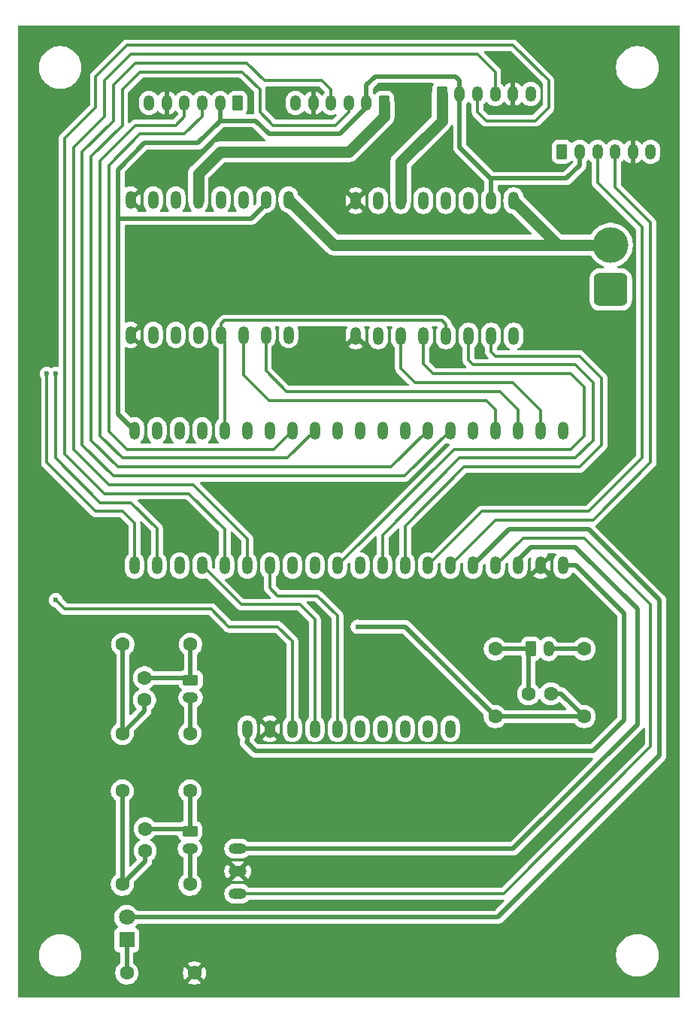
<source format=gbr>
%TF.GenerationSoftware,KiCad,Pcbnew,9.0.5*%
%TF.CreationDate,2026-01-18T22:42:42+00:00*%
%TF.ProjectId,Board,426f6172-642e-46b6-9963-61645f706362,v1*%
%TF.SameCoordinates,Original*%
%TF.FileFunction,Copper,L1,Top*%
%TF.FilePolarity,Positive*%
%FSLAX46Y46*%
G04 Gerber Fmt 4.6, Leading zero omitted, Abs format (unit mm)*
G04 Created by KiCad (PCBNEW 9.0.5) date 2026-01-18 22:42:42*
%MOMM*%
%LPD*%
G01*
G04 APERTURE LIST*
G04 Aperture macros list*
%AMRoundRect*
0 Rectangle with rounded corners*
0 $1 Rounding radius*
0 $2 $3 $4 $5 $6 $7 $8 $9 X,Y pos of 4 corners*
0 Add a 4 corners polygon primitive as box body*
4,1,4,$2,$3,$4,$5,$6,$7,$8,$9,$2,$3,0*
0 Add four circle primitives for the rounded corners*
1,1,$1+$1,$2,$3*
1,1,$1+$1,$4,$5*
1,1,$1+$1,$6,$7*
1,1,$1+$1,$8,$9*
0 Add four rect primitives between the rounded corners*
20,1,$1+$1,$2,$3,$4,$5,0*
20,1,$1+$1,$4,$5,$6,$7,0*
20,1,$1+$1,$6,$7,$8,$9,0*
20,1,$1+$1,$8,$9,$2,$3,0*%
G04 Aperture macros list end*
%TA.AperFunction,ComponentPad*%
%ADD10O,1.200000X1.750000*%
%TD*%
%TA.AperFunction,ComponentPad*%
%ADD11RoundRect,0.250000X-0.350000X-0.625000X0.350000X-0.625000X0.350000X0.625000X-0.350000X0.625000X0*%
%TD*%
%TA.AperFunction,ComponentPad*%
%ADD12C,1.600000*%
%TD*%
%TA.AperFunction,ComponentPad*%
%ADD13R,1.800000X1.800000*%
%TD*%
%TA.AperFunction,ComponentPad*%
%ADD14C,1.800000*%
%TD*%
%TA.AperFunction,ComponentPad*%
%ADD15RoundRect,0.250000X-0.625000X0.350000X-0.625000X-0.350000X0.625000X-0.350000X0.625000X0.350000X0*%
%TD*%
%TA.AperFunction,ComponentPad*%
%ADD16O,1.750000X1.200000*%
%TD*%
%TA.AperFunction,ComponentPad*%
%ADD17RoundRect,0.250000X0.350000X0.625000X-0.350000X0.625000X-0.350000X-0.625000X0.350000X-0.625000X0*%
%TD*%
%TA.AperFunction,ComponentPad*%
%ADD18O,1.200000X2.000000*%
%TD*%
%TA.AperFunction,ComponentPad*%
%ADD19O,2.000000X1.200000*%
%TD*%
%TA.AperFunction,ComponentPad*%
%ADD20RoundRect,0.760000X1.140000X-1.140000X1.140000X1.140000X-1.140000X1.140000X-1.140000X-1.140000X0*%
%TD*%
%TA.AperFunction,ComponentPad*%
%ADD21C,4.000000*%
%TD*%
%TA.AperFunction,ViaPad*%
%ADD22C,0.600000*%
%TD*%
%TA.AperFunction,Conductor*%
%ADD23C,0.500000*%
%TD*%
%TA.AperFunction,Conductor*%
%ADD24C,1.300000*%
%TD*%
%TA.AperFunction,Conductor*%
%ADD25C,0.300000*%
%TD*%
G04 APERTURE END LIST*
D10*
%TO.P,MJ4,6,MV+*%
%TO.N,Net-(MJ4-MV+)*%
X155500000Y-43000000D03*
%TO.P,MJ4,5,ENC_GND*%
%TO.N,/GND47*%
X153500000Y-43000000D03*
%TO.P,MJ4,4,ENC_CH1*%
%TO.N,/PA9_MJ4CH1*%
X151500000Y-43000000D03*
%TO.P,MJ4,3,ENC_CH2*%
%TO.N,/PA8_MJ4CH2*%
X149500000Y-43000000D03*
%TO.P,MJ4,2,ENC_VCC*%
%TO.N,/5V98*%
X147500000Y-43000000D03*
D11*
%TO.P,MJ4,1,MV-*%
%TO.N,Net-(MJ4-MV-)*%
X145500000Y-43000000D03*
%TD*%
D12*
%TO.P,C1,1*%
%TO.N,/PB1_BT1*%
X112070000Y-128250000D03*
%TO.P,C1,2*%
%TO.N,Net-(J2-Pin_1)*%
X112070000Y-125750000D03*
%TD*%
D11*
%TO.P,MJ2,1,MV-*%
%TO.N,Net-(MJ2-MV-)*%
X159000000Y-49500000D03*
D10*
%TO.P,MJ2,2,ENC_VCC*%
%TO.N,/5V98*%
X161000000Y-49500000D03*
%TO.P,MJ2,3,ENC_CH2*%
%TO.N,/PB6_MJ2CH2*%
X163000000Y-49500000D03*
%TO.P,MJ2,4,ENC_CH1*%
%TO.N,/PB7_MJ2CH1*%
X165000000Y-49500000D03*
%TO.P,MJ2,5,ENC_GND*%
%TO.N,/GND47*%
X167000000Y-49500000D03*
%TO.P,MJ2,6,MV+*%
%TO.N,Net-(MJ2-MV+)*%
X169000000Y-49500000D03*
%TD*%
D13*
%TO.P,D1,1,K*%
%TO.N,Net-(D1-K)*%
X110000000Y-138270000D03*
D14*
%TO.P,D1,2,A*%
%TO.N,/PB8_D1*%
X110000000Y-135730000D03*
%TD*%
D12*
%TO.P,C2,1*%
%TO.N,/PB0_BT2*%
X112000000Y-111250000D03*
%TO.P,C2,2*%
%TO.N,Net-(J3-Pin_1)*%
X112000000Y-108750000D03*
%TD*%
D15*
%TO.P,J3,1,Pin_1*%
%TO.N,Net-(J3-Pin_1)*%
X117190000Y-109000000D03*
D16*
%TO.P,J3,2,Pin_2*%
%TO.N,Net-(J3-Pin_2)*%
X117190000Y-111000000D03*
%TD*%
D17*
%TO.P,MJ3,1,MV-*%
%TO.N,Net-(MJ3-MV-)*%
X139000000Y-44000000D03*
D10*
%TO.P,MJ3,2,ENC_VCC*%
%TO.N,/5V98*%
X137000000Y-44000000D03*
%TO.P,MJ3,3,ENC_CH2*%
%TO.N,/PA1_MJ3CH2*%
X135000000Y-44000000D03*
%TO.P,MJ3,4,ENC_CH1*%
%TO.N,/PA0_MJ3CH1*%
X133000000Y-44000000D03*
%TO.P,MJ3,5,ENC_GND*%
%TO.N,/GND47*%
X131000000Y-44000000D03*
%TO.P,MJ3,6,MV+*%
%TO.N,Net-(MJ3-MV+)*%
X129000000Y-44000000D03*
%TD*%
D12*
%TO.P,C3,1*%
%TO.N,/PA4_ESTOP*%
X157750000Y-110550000D03*
%TO.P,C3,2*%
%TO.N,Net-(J4-Pin_1)*%
X155250000Y-110550000D03*
%TD*%
D18*
%TO.P,U1,1,VBAT*%
%TO.N,unconnected-(U1-VBAT-Pad1)*%
X159130000Y-80890000D03*
%TO.P,U1,2,PC13*%
%TO.N,/PC13_DR2BIN2*%
X156590000Y-80890000D03*
%TO.P,U1,3,PC14*%
%TO.N,/PC14_DR1AIN2*%
X154050000Y-80890000D03*
%TO.P,U1,4,PC15*%
%TO.N,/PC15_DR1AIN1*%
X151510000Y-80890000D03*
%TO.P,U1,7,NRST*%
%TO.N,unconnected-(U1-NRST-Pad7)*%
X148970000Y-80890000D03*
%TO.P,U1,10,PA0*%
%TO.N,/PA0_MJ3CH1*%
X146430000Y-80890000D03*
%TO.P,U1,11,PA1*%
%TO.N,/PA1_MJ3CH2*%
X143890000Y-80890000D03*
%TO.P,U1,12,PA2*%
%TO.N,/PA2_DR2PWMB*%
X141350000Y-80890000D03*
%TO.P,U1,13,PA3*%
%TO.N,/PA3_DR1PWMB*%
X138810000Y-80890000D03*
%TO.P,U1,14,PA4*%
%TO.N,/PA4_ESTOP*%
X136270000Y-80890000D03*
%TO.P,U1,15,PA5*%
%TO.N,/PA5_DR1PWMA*%
X133730000Y-80890000D03*
%TO.P,U1,16,PA6*%
%TO.N,/PA6_MJ1CH1*%
X131190000Y-80890000D03*
%TO.P,U1,17,PA7*%
%TO.N,/PA7_MJ1CH2*%
X128650000Y-80890000D03*
%TO.P,U1,18,PB0*%
%TO.N,/PB0_BT2*%
X126110000Y-80890000D03*
%TO.P,U1,19,PB1*%
%TO.N,/PB1_BT1*%
X123570000Y-80890000D03*
%TO.P,U1,20,PB2*%
%TO.N,/PB2_DRxSTBY*%
X121030000Y-80890000D03*
%TO.P,U1,21,PB10*%
%TO.N,/PB10_SCLK*%
X118490000Y-80890000D03*
%TO.P,U1,23,GND*%
%TO.N,unconnected-(U1-GND-Pad23)*%
X113410000Y-80890000D03*
%TO.P,U1,24,3V3*%
%TO.N,unconnected-(U1-3V3-Pad24)*%
X115950000Y-80890000D03*
%TO.P,U1,25,PB12*%
%TO.N,/PB12_DR1BIN2*%
X110870000Y-96110000D03*
%TO.P,U1,26,PB13*%
%TO.N,/PB13_DR1BIN1*%
X113410000Y-96110000D03*
%TO.P,U1,27,PB14*%
%TO.N,/PB14_ADO*%
X115950000Y-96110000D03*
%TO.P,U1,28,PB15*%
%TO.N,/PB15_SDA*%
X118490000Y-96110000D03*
%TO.P,U1,29,PA8*%
%TO.N,/PA8_MJ4CH2*%
X121030000Y-96110000D03*
%TO.P,U1,30,PA9*%
%TO.N,/PA9_MJ4CH1*%
X123570000Y-96110000D03*
%TO.P,U1,31,PA10*%
%TO.N,/PA10_NCS*%
X126110000Y-96110000D03*
%TO.P,U1,32,PA11*%
%TO.N,unconnected-(U1-PA11-Pad32)*%
X128650000Y-96110000D03*
%TO.P,U1,33,PA12*%
%TO.N,unconnected-(U1-PA12-Pad33)*%
X131190000Y-96110000D03*
%TO.P,U1,38,PA15*%
%TO.N,/PA15_DR2BIN1*%
X133730000Y-96110000D03*
%TO.P,U1,39,PB3*%
%TO.N,/PB3_DR2PWMA*%
X136270000Y-96110000D03*
%TO.P,U1,40,PB4*%
%TO.N,/PB4_DR2AIN1*%
X138810000Y-96110000D03*
%TO.P,U1,41,PB5*%
%TO.N,/PB5_DR2AIN2*%
X141350000Y-96110000D03*
%TO.P,U1,42,PB6*%
%TO.N,/PB6_MJ2CH2*%
X143890000Y-96110000D03*
%TO.P,U1,43,PB7*%
%TO.N,/PB7_MJ2CH1*%
X146430000Y-96110000D03*
%TO.P,U1,45,PB8*%
%TO.N,/PB8_D1*%
X148970000Y-96110000D03*
%TO.P,U1,46,PB9*%
%TO.N,/PB9_RS1*%
X151510000Y-96110000D03*
%TO.P,U1,47,GND*%
%TO.N,/GND47*%
X156590000Y-96110000D03*
%TO.P,U1,48,3V3*%
%TO.N,/3V348*%
X159130000Y-96110000D03*
%TO.P,U1,98,5V*%
%TO.N,/5V98*%
X110870000Y-80890000D03*
%TO.P,U1,99,5V*%
%TO.N,/5V99*%
X154050000Y-96110000D03*
%TD*%
D12*
%TO.P,R2,1*%
%TO.N,Net-(J2-Pin_2)*%
X117120000Y-132000000D03*
%TO.P,R2,2*%
%TO.N,/PB1_BT1*%
X109500000Y-132000000D03*
%TD*%
D11*
%TO.P,J4,1,Pin_1*%
%TO.N,Net-(J4-Pin_1)*%
X155500000Y-105500000D03*
D10*
%TO.P,J4,2,Pin_2*%
%TO.N,Net-(J4-Pin_2)*%
X157500000Y-105500000D03*
%TD*%
D15*
%TO.P,J2,1,Pin_1*%
%TO.N,Net-(J2-Pin_1)*%
X117120000Y-126000000D03*
D16*
%TO.P,J2,2,Pin_2*%
%TO.N,Net-(J2-Pin_2)*%
X117120000Y-128000000D03*
%TD*%
D18*
%TO.P,DR1,1,AO1*%
%TO.N,Net-(MJ3-MV+)*%
X120590000Y-54880000D03*
%TO.P,DR1,3,PGND1*%
%TO.N,GND*%
X123130000Y-54880000D03*
%TO.P,DR1,5,AO2*%
%TO.N,Net-(MJ3-MV-)*%
X118050000Y-54880000D03*
%TO.P,DR1,7,BO2*%
%TO.N,Net-(MJ1-MV-)*%
X115510000Y-54880000D03*
%TO.P,DR1,11,BO1*%
%TO.N,Net-(MJ1-MV+)*%
X112970000Y-54880000D03*
%TO.P,DR1,15,PWMB*%
%TO.N,/PA3_DR1PWMB*%
X112970000Y-70120000D03*
%TO.P,DR1,16,BIN2*%
%TO.N,/PB12_DR1BIN2*%
X115510000Y-70120000D03*
%TO.P,DR1,17,BIN1*%
%TO.N,/PB13_DR1BIN1*%
X118050000Y-70120000D03*
%TO.P,DR1,18,GND*%
%TO.N,/GND47*%
X110430000Y-70120000D03*
X110430000Y-54880000D03*
%TO.P,DR1,19,STBY*%
%TO.N,/PB2_DRxSTBY*%
X120590000Y-70120000D03*
%TO.P,DR1,20,VCC*%
%TO.N,/5V98*%
X125670000Y-54880000D03*
%TO.P,DR1,21,AIN1*%
%TO.N,/PC15_DR1AIN1*%
X123130000Y-70120000D03*
%TO.P,DR1,22,AIN2*%
%TO.N,/PC14_DR1AIN2*%
X125670000Y-70120000D03*
%TO.P,DR1,23,PWMA*%
%TO.N,/PA5_DR1PWMA*%
X128210000Y-70120000D03*
%TO.P,DR1,24,VM1*%
%TO.N,+12V*%
X128210000Y-54880000D03*
%TD*%
%TO.P,S1,1,VCC*%
%TO.N,/3V348*%
X123570000Y-114500000D03*
%TO.P,S1,2,GND*%
%TO.N,/GND47*%
X126110000Y-114500000D03*
%TO.P,S1,3,SCLK*%
%TO.N,/PB10_SCLK*%
X128650000Y-114500000D03*
%TO.P,S1,4,SDI*%
%TO.N,/PB15_SDA*%
X131190000Y-114500000D03*
%TO.P,S1,5,NCS*%
%TO.N,/PA10_NCS*%
X133730000Y-114500000D03*
%TO.P,S1,6,ADO*%
%TO.N,/PB14_ADO*%
X136270000Y-114500000D03*
%TO.P,S1,7,INT*%
%TO.N,unconnected-(S1-INT-Pad7)*%
X138810000Y-114500000D03*
%TO.P,S1,8,FSY*%
%TO.N,unconnected-(S1-FSY-Pad8)*%
X141350000Y-114500000D03*
%TO.P,S1,9,ACL*%
%TO.N,unconnected-(S1-ACL-Pad9)*%
X143890000Y-114500000D03*
%TO.P,S1,10,ADA*%
%TO.N,unconnected-(S1-ADA-Pad10)*%
X146430000Y-114500000D03*
%TD*%
D17*
%TO.P,MJ1,1,MV-*%
%TO.N,Net-(MJ1-MV-)*%
X122500000Y-44000000D03*
D10*
%TO.P,MJ1,2,ENC_VCC*%
%TO.N,/5V98*%
X120500000Y-44000000D03*
%TO.P,MJ1,3,ENC_CH2*%
%TO.N,/PA7_MJ1CH2*%
X118500000Y-44000000D03*
%TO.P,MJ1,4,ENC_CH1*%
%TO.N,/PA6_MJ1CH1*%
X116500000Y-44000000D03*
%TO.P,MJ1,5,ENC_GND*%
%TO.N,/GND47*%
X114500000Y-44000000D03*
%TO.P,MJ1,6,MV+*%
%TO.N,Net-(MJ1-MV+)*%
X112500000Y-44000000D03*
%TD*%
D12*
%TO.P,R5,1*%
%TO.N,/PB1_BT1*%
X109500000Y-121500000D03*
%TO.P,R5,2*%
%TO.N,Net-(J2-Pin_1)*%
X117120000Y-121500000D03*
%TD*%
D18*
%TO.P,DR2,1,AO1*%
%TO.N,Net-(MJ2-MV+)*%
X145940000Y-55000000D03*
%TO.P,DR2,3,PGND1*%
%TO.N,GND*%
X148480000Y-55000000D03*
%TO.P,DR2,5,AO2*%
%TO.N,Net-(MJ2-MV-)*%
X143400000Y-55000000D03*
%TO.P,DR2,7,BO2*%
%TO.N,Net-(MJ4-MV-)*%
X140860000Y-55000000D03*
%TO.P,DR2,11,BO1*%
%TO.N,Net-(MJ4-MV+)*%
X138320000Y-55000000D03*
%TO.P,DR2,15,PWMB*%
%TO.N,/PA2_DR2PWMB*%
X138320000Y-70240000D03*
%TO.P,DR2,16,BIN2*%
%TO.N,/PC13_DR2BIN2*%
X140860000Y-70240000D03*
%TO.P,DR2,17,BIN1*%
%TO.N,/PA15_DR2BIN1*%
X143400000Y-70240000D03*
%TO.P,DR2,18,GND*%
%TO.N,/GND47*%
X135780000Y-70240000D03*
X135780000Y-55000000D03*
%TO.P,DR2,19,STBY*%
%TO.N,/PB2_DRxSTBY*%
X145940000Y-70240000D03*
%TO.P,DR2,20,VCC*%
%TO.N,/5V98*%
X151020000Y-55000000D03*
%TO.P,DR2,21,AIN1*%
%TO.N,/PB4_DR2AIN1*%
X148480000Y-70240000D03*
%TO.P,DR2,22,AIN2*%
%TO.N,/PB5_DR2AIN2*%
X151020000Y-70240000D03*
%TO.P,DR2,23,PWMA*%
%TO.N,/PB3_DR2PWMA*%
X153560000Y-70240000D03*
%TO.P,DR2,24,VM1*%
%TO.N,+12V*%
X153560000Y-55000000D03*
%TD*%
D12*
%TO.P,R1,1*%
%TO.N,Net-(D1-K)*%
X110000000Y-142000000D03*
%TO.P,R1,2*%
%TO.N,/GND47*%
X117620000Y-142000000D03*
%TD*%
D19*
%TO.P,RS1,1,VCC*%
%TO.N,/5V99*%
X122500000Y-128000000D03*
%TO.P,RS1,2,GND*%
%TO.N,/GND47*%
X122500000Y-130540000D03*
%TO.P,RS1,3,INPUT*%
%TO.N,/PB9_RS1*%
X122500000Y-133080000D03*
%TD*%
D12*
%TO.P,R3,1*%
%TO.N,Net-(J3-Pin_2)*%
X117120000Y-115000000D03*
%TO.P,R3,2*%
%TO.N,/PB0_BT2*%
X109500000Y-115000000D03*
%TD*%
%TO.P,R6,1*%
%TO.N,/PB0_BT2*%
X109570000Y-105000000D03*
%TO.P,R6,2*%
%TO.N,Net-(J3-Pin_1)*%
X117190000Y-105000000D03*
%TD*%
%TO.P,R4,1*%
%TO.N,Net-(J4-Pin_2)*%
X161500000Y-105500000D03*
%TO.P,R4,2*%
%TO.N,/PA4_ESTOP*%
X161500000Y-113120000D03*
%TD*%
%TO.P,R7,1*%
%TO.N,/PA4_ESTOP*%
X151500000Y-113120000D03*
%TO.P,R7,2*%
%TO.N,Net-(J4-Pin_1)*%
X151500000Y-105500000D03*
%TD*%
D20*
%TO.P,J1,1,Pin_1*%
%TO.N,GND*%
X164500000Y-65000000D03*
D21*
%TO.P,J1,2,Pin_2*%
%TO.N,+12V*%
X164500000Y-60000000D03*
%TD*%
D22*
%TO.N,/PA4_ESTOP*%
X136000000Y-103000000D03*
%TO.N,/PB10_SCLK*%
X102000000Y-100000000D03*
%TO.N,/PB12_DR1BIN2*%
X101000000Y-74500000D03*
%TO.N,/PB13_DR1BIN1*%
X102000000Y-74500000D03*
%TD*%
D23*
%TO.N,/PB1_BT1*%
X112070000Y-128250000D02*
X112070000Y-129430000D01*
X109500000Y-122000000D02*
X109500000Y-132000000D01*
X112070000Y-129430000D02*
X109500000Y-132000000D01*
%TO.N,Net-(D1-K)*%
X110000000Y-138270000D02*
X110000000Y-142000000D01*
%TO.N,Net-(J2-Pin_1)*%
X117120000Y-126000000D02*
X117120000Y-122000000D01*
X112070000Y-125750000D02*
X116870000Y-125750000D01*
X116750000Y-125750000D02*
X117000000Y-126000000D01*
%TO.N,/PB0_BT2*%
X109570000Y-114930000D02*
X109500000Y-115000000D01*
X112000000Y-112500000D02*
X109500000Y-115000000D01*
X109570000Y-105000000D02*
X109570000Y-114930000D01*
X112000000Y-111250000D02*
X112000000Y-112500000D01*
D24*
%TO.N,+12V*%
X158560000Y-60000000D02*
X133330000Y-60000000D01*
X133330000Y-60000000D02*
X128210000Y-54880000D01*
X164500000Y-60000000D02*
X158560000Y-60000000D01*
X158560000Y-60000000D02*
X153560000Y-55000000D01*
D23*
%TO.N,Net-(J3-Pin_1)*%
X112000000Y-108750000D02*
X116940000Y-108750000D01*
X117190000Y-109000000D02*
X117190000Y-105000000D01*
X116940000Y-108750000D02*
X117190000Y-109000000D01*
%TO.N,Net-(J4-Pin_1)*%
X155250000Y-105750000D02*
X155500000Y-105500000D01*
X155500000Y-105500000D02*
X151500000Y-105500000D01*
X155250000Y-110550000D02*
X155250000Y-105750000D01*
%TO.N,/PA4_ESTOP*%
X141380000Y-103000000D02*
X151500000Y-113120000D01*
X151500000Y-113120000D02*
X161500000Y-113120000D01*
X158930000Y-110550000D02*
X161500000Y-113120000D01*
X157750000Y-110550000D02*
X158930000Y-110550000D01*
X136000000Y-103000000D02*
X141380000Y-103000000D01*
%TO.N,/5V99*%
X153500000Y-128000000D02*
X167500000Y-114000000D01*
X122500000Y-128000000D02*
X153500000Y-128000000D01*
X167500000Y-114000000D02*
X167500000Y-101000000D01*
X154050000Y-95450000D02*
X154050000Y-96110000D01*
X167500000Y-101000000D02*
X160500000Y-94000000D01*
X155500000Y-94000000D02*
X154050000Y-95450000D01*
X160500000Y-94000000D02*
X155500000Y-94000000D01*
%TO.N,/PB8_D1*%
X153080000Y-92000000D02*
X162000000Y-92000000D01*
X170000000Y-100000000D02*
X170000000Y-117500000D01*
X170000000Y-117500000D02*
X151770000Y-135730000D01*
X151770000Y-135730000D02*
X110000000Y-135730000D01*
X162000000Y-92000000D02*
X170000000Y-100000000D01*
X148970000Y-96110000D02*
X153080000Y-92000000D01*
D25*
%TO.N,/PB4_DR2AIN1*%
X138810000Y-92690000D02*
X147500000Y-84000000D01*
X147500000Y-84000000D02*
X160500000Y-84000000D01*
X162500000Y-75500000D02*
X160500000Y-73500000D01*
X162500000Y-82000000D02*
X162500000Y-75500000D01*
X160500000Y-84000000D02*
X162500000Y-82000000D01*
X149000000Y-73500000D02*
X148480000Y-72980000D01*
X160500000Y-73500000D02*
X149000000Y-73500000D01*
X148480000Y-72980000D02*
X148480000Y-70240000D01*
X138810000Y-96110000D02*
X138810000Y-92690000D01*
%TO.N,/PC14_DR1AIN2*%
X154050000Y-80890000D02*
X154050000Y-78550000D01*
X125670000Y-74170000D02*
X125670000Y-70120000D01*
X152000000Y-76500000D02*
X128000000Y-76500000D01*
X128000000Y-76500000D02*
X125670000Y-74170000D01*
X154050000Y-78550000D02*
X152000000Y-76500000D01*
D24*
%TO.N,Net-(MJ3-MV-)*%
X118050000Y-54880000D02*
X118050000Y-51950000D01*
X135000000Y-49500000D02*
X139000000Y-45500000D01*
X139000000Y-45500000D02*
X139000000Y-44000000D01*
X120500000Y-49500000D02*
X135000000Y-49500000D01*
X118050000Y-51950000D02*
X120500000Y-49500000D01*
%TO.N,Net-(MJ4-MV-)*%
X140860000Y-50640000D02*
X140860000Y-55000000D01*
X145500000Y-46000000D02*
X140860000Y-50640000D01*
X145500000Y-43000000D02*
X145500000Y-46000000D01*
D25*
%TO.N,/PB5_DR2AIN2*%
X151000000Y-72000000D02*
X151020000Y-71980000D01*
X151020000Y-71980000D02*
X151020000Y-70240000D01*
X141350000Y-91650000D02*
X148000000Y-85000000D01*
X163500000Y-75000000D02*
X161000000Y-72500000D01*
X148000000Y-85000000D02*
X161000000Y-85000000D01*
X161000000Y-72500000D02*
X151500000Y-72500000D01*
X161000000Y-85000000D02*
X163500000Y-82500000D01*
X163500000Y-82500000D02*
X163500000Y-75000000D01*
X141350000Y-96110000D02*
X141350000Y-91650000D01*
X151500000Y-72500000D02*
X151000000Y-72000000D01*
%TO.N,/PA7_MJ1CH2*%
X111500000Y-47500000D02*
X116500000Y-47500000D01*
X116500000Y-47500000D02*
X118500000Y-45500000D01*
X110000000Y-83000000D02*
X108000000Y-81000000D01*
X118500000Y-45500000D02*
X118500000Y-44000000D01*
X108000000Y-81000000D02*
X108000000Y-51000000D01*
X108000000Y-51000000D02*
X111500000Y-47500000D01*
X128650000Y-80890000D02*
X126540000Y-83000000D01*
X126540000Y-83000000D02*
X110000000Y-83000000D01*
%TO.N,/PA6_MJ1CH1*%
X116500000Y-45500000D02*
X116500000Y-44000000D01*
X128080000Y-84000000D02*
X109500000Y-84000000D01*
X107000000Y-81500000D02*
X107000000Y-50500000D01*
X107000000Y-50500000D02*
X111000000Y-46500000D01*
X131190000Y-80890000D02*
X128080000Y-84000000D01*
X109500000Y-84000000D02*
X107000000Y-81500000D01*
X115500000Y-46500000D02*
X116500000Y-45500000D01*
X111000000Y-46500000D02*
X115500000Y-46500000D01*
%TO.N,/PB6_MJ2CH2*%
X143890000Y-96110000D02*
X150000000Y-90000000D01*
X168000000Y-84000000D02*
X168000000Y-58000000D01*
X162000000Y-90000000D02*
X168000000Y-84000000D01*
X150000000Y-90000000D02*
X162000000Y-90000000D01*
X168000000Y-58000000D02*
X163000000Y-53000000D01*
X163000000Y-53000000D02*
X163000000Y-49500000D01*
%TO.N,/PB7_MJ2CH1*%
X169000000Y-57500000D02*
X165000000Y-53500000D01*
X162500000Y-91000000D02*
X169000000Y-84500000D01*
X165000000Y-49500000D02*
X165000000Y-53500000D01*
X151540000Y-91000000D02*
X162500000Y-91000000D01*
X169000000Y-84500000D02*
X169000000Y-57500000D01*
X151540000Y-91000000D02*
X146430000Y-96110000D01*
%TO.N,/PB2_DRxSTBY*%
X120590000Y-70120000D02*
X120590000Y-68910000D01*
X120590000Y-70410000D02*
X121030000Y-70850000D01*
X145500000Y-68500000D02*
X145940000Y-68940000D01*
X121030000Y-70850000D02*
X121030000Y-80890000D01*
X145940000Y-68940000D02*
X145940000Y-70240000D01*
X121000000Y-68500000D02*
X145500000Y-68500000D01*
X120590000Y-68910000D02*
X121000000Y-68500000D01*
X120590000Y-70120000D02*
X120590000Y-70410000D01*
%TO.N,/PA8_MJ4CH2*%
X106500000Y-41000000D02*
X110000000Y-37500000D01*
X150500000Y-46000000D02*
X149500000Y-45000000D01*
X103000000Y-48000000D02*
X106500000Y-44500000D01*
X156000000Y-46000000D02*
X150500000Y-46000000D01*
X121030000Y-96110000D02*
X121030000Y-92030000D01*
X149500000Y-45000000D02*
X149500000Y-43000000D01*
X121030000Y-92030000D02*
X117000000Y-88000000D01*
X106500000Y-44500000D02*
X106500000Y-41000000D01*
X107500000Y-88000000D02*
X103000000Y-83500000D01*
X110000000Y-37500000D02*
X153500000Y-37500000D01*
X153500000Y-37500000D02*
X157500000Y-41500000D01*
X157500000Y-41500000D02*
X157500000Y-44500000D01*
X157500000Y-44500000D02*
X156000000Y-46000000D01*
X117000000Y-88000000D02*
X107500000Y-88000000D01*
X103000000Y-83500000D02*
X103000000Y-48000000D01*
%TO.N,/PA9_MJ4CH1*%
X107500000Y-41500000D02*
X107500000Y-45500000D01*
X117500000Y-87000000D02*
X123570000Y-93070000D01*
X104000000Y-49000000D02*
X104000000Y-83000000D01*
X104000000Y-83000000D02*
X108000000Y-87000000D01*
X108000000Y-87000000D02*
X117500000Y-87000000D01*
X110500000Y-38500000D02*
X107500000Y-41500000D01*
X151500000Y-40500000D02*
X149500000Y-38500000D01*
X123570000Y-93070000D02*
X123570000Y-96110000D01*
X107500000Y-45500000D02*
X104000000Y-49000000D01*
X151500000Y-43000000D02*
X151500000Y-40500000D01*
X149500000Y-38500000D02*
X110500000Y-38500000D01*
D23*
%TO.N,/5V98*%
X109000000Y-57000000D02*
X109000000Y-51500000D01*
X109000000Y-51500000D02*
X112000000Y-48500000D01*
X112000000Y-48500000D02*
X118000000Y-48500000D01*
X147000000Y-41000000D02*
X147500000Y-41500000D01*
X147500000Y-41500000D02*
X147500000Y-43000000D01*
X110870000Y-80890000D02*
X109000000Y-79020000D01*
X120500000Y-46000000D02*
X120500000Y-44000000D01*
X151020000Y-52520000D02*
X151020000Y-55000000D01*
X137000000Y-44500000D02*
X134000000Y-47500000D01*
X137000000Y-42000000D02*
X138000000Y-41000000D01*
X147500000Y-43000000D02*
X147500000Y-49000000D01*
X125670000Y-55330000D02*
X124000000Y-57000000D01*
X118000000Y-48500000D02*
X120500000Y-46000000D01*
X120500000Y-46000000D02*
X124500000Y-46000000D01*
X161000000Y-49500000D02*
X161000000Y-51000000D01*
X161000000Y-51000000D02*
X159500000Y-52500000D01*
X138000000Y-41000000D02*
X147000000Y-41000000D01*
X109000000Y-79020000D02*
X109000000Y-57000000D01*
X125670000Y-54880000D02*
X125670000Y-55330000D01*
X137000000Y-44000000D02*
X137000000Y-42000000D01*
X159500000Y-52500000D02*
X151040000Y-52500000D01*
X124000000Y-57000000D02*
X109000000Y-57000000D01*
X126000000Y-47500000D02*
X134000000Y-47500000D01*
X124500000Y-46000000D02*
X126000000Y-47500000D01*
X147500000Y-49000000D02*
X151020000Y-52520000D01*
X151040000Y-52500000D02*
X151020000Y-52520000D01*
D25*
%TO.N,/PC15_DR1AIN1*%
X123130000Y-74630000D02*
X123130000Y-70120000D01*
X150500000Y-77500000D02*
X126000000Y-77500000D01*
X151510000Y-80890000D02*
X151510000Y-78510000D01*
X151510000Y-78510000D02*
X150500000Y-77500000D01*
X126000000Y-77500000D02*
X123130000Y-74630000D01*
%TO.N,/PC13_DR2BIN2*%
X156590000Y-78590000D02*
X153500000Y-75500000D01*
X142500000Y-75500000D02*
X140860000Y-73860000D01*
X153500000Y-75500000D02*
X142500000Y-75500000D01*
X156590000Y-80890000D02*
X156590000Y-78590000D01*
X140860000Y-73860000D02*
X140860000Y-70240000D01*
%TO.N,/PA15_DR2BIN1*%
X143400000Y-73400000D02*
X144500000Y-74500000D01*
X161500000Y-81500000D02*
X160000000Y-83000000D01*
X160000000Y-83000000D02*
X146840000Y-83000000D01*
X143400000Y-70240000D02*
X143400000Y-73400000D01*
X161500000Y-76000000D02*
X161500000Y-81500000D01*
X146840000Y-83000000D02*
X133730000Y-96110000D01*
X144500000Y-74500000D02*
X160000000Y-74500000D01*
X160000000Y-74500000D02*
X161500000Y-76000000D01*
D23*
%TO.N,Net-(J2-Pin_2)*%
X117120000Y-128000000D02*
X117120000Y-132000000D01*
%TO.N,Net-(J3-Pin_2)*%
X117190000Y-114930000D02*
X117120000Y-115000000D01*
X117190000Y-111000000D02*
X117190000Y-114930000D01*
%TO.N,Net-(J4-Pin_2)*%
X161500000Y-105500000D02*
X157500000Y-105500000D01*
D25*
%TO.N,/PA0_MJ3CH1*%
X108500000Y-46000000D02*
X105000000Y-49500000D01*
X125500000Y-41500000D02*
X123500000Y-39500000D01*
X141320000Y-86000000D02*
X146430000Y-80890000D01*
X133000000Y-42500000D02*
X132000000Y-41500000D01*
X105000000Y-49500000D02*
X105000000Y-82500000D01*
X123500000Y-39500000D02*
X111000000Y-39500000D01*
X133000000Y-44000000D02*
X133000000Y-42500000D01*
X108500000Y-86000000D02*
X141320000Y-86000000D01*
X111000000Y-39500000D02*
X108500000Y-42000000D01*
X108500000Y-42000000D02*
X108500000Y-46000000D01*
X132000000Y-41500000D02*
X125500000Y-41500000D01*
X105000000Y-82500000D02*
X108500000Y-86000000D01*
%TO.N,/PA1_MJ3CH2*%
X109500000Y-46500000D02*
X106000000Y-50000000D01*
X135000000Y-45000000D02*
X133500000Y-46500000D01*
X125000000Y-42500000D02*
X123000000Y-40500000D01*
X109500000Y-42500000D02*
X109500000Y-46500000D01*
X106000000Y-82000000D02*
X109000000Y-85000000D01*
X125000000Y-45000000D02*
X125000000Y-42500000D01*
X133500000Y-46500000D02*
X126500000Y-46500000D01*
X126500000Y-46500000D02*
X125000000Y-45000000D01*
X109000000Y-85000000D02*
X139780000Y-85000000D01*
X123000000Y-40500000D02*
X111500000Y-40500000D01*
X135000000Y-44000000D02*
X135000000Y-45000000D01*
X139780000Y-85000000D02*
X143890000Y-80890000D01*
X106000000Y-50000000D02*
X106000000Y-82000000D01*
X111500000Y-40500000D02*
X109500000Y-42500000D01*
%TO.N,/PB9_RS1*%
X152420000Y-133080000D02*
X122500000Y-133080000D01*
X154620000Y-93000000D02*
X161500000Y-93000000D01*
X151510000Y-96110000D02*
X154620000Y-93000000D01*
X169000000Y-116500000D02*
X152420000Y-133080000D01*
X161500000Y-93000000D02*
X169000000Y-100500000D01*
X169000000Y-100500000D02*
X169000000Y-116500000D01*
D23*
%TO.N,/3V348*%
X123570000Y-115930000D02*
X123570000Y-114500000D01*
X123500000Y-116000000D02*
X123570000Y-115930000D01*
X166000000Y-113500000D02*
X162500000Y-117000000D01*
X162500000Y-117000000D02*
X124500000Y-117000000D01*
X166000000Y-101500000D02*
X166000000Y-113500000D01*
X124500000Y-117000000D02*
X123500000Y-116000000D01*
X159130000Y-96110000D02*
X160610000Y-96110000D01*
X160610000Y-96110000D02*
X166000000Y-101500000D01*
D25*
%TO.N,/PA10_NCS*%
X133730000Y-101730000D02*
X133730000Y-114500000D01*
X126110000Y-96110000D02*
X126110000Y-98610000D01*
X131500000Y-99500000D02*
X133730000Y-101730000D01*
X127000000Y-99500000D02*
X131500000Y-99500000D01*
X126110000Y-98610000D02*
X127000000Y-99500000D01*
%TO.N,/PB10_SCLK*%
X102000000Y-100000000D02*
X103000000Y-101000000D01*
X121500000Y-103000000D02*
X127000000Y-103000000D01*
X127000000Y-103000000D02*
X128650000Y-104650000D01*
X128650000Y-104650000D02*
X128650000Y-114500000D01*
X119500000Y-101000000D02*
X121500000Y-103000000D01*
X103000000Y-101000000D02*
X119500000Y-101000000D01*
%TO.N,/PB15_SDA*%
X122880000Y-100500000D02*
X129500000Y-100500000D01*
X129500000Y-100500000D02*
X131190000Y-102190000D01*
X131190000Y-102190000D02*
X131190000Y-114500000D01*
X118490000Y-96110000D02*
X122880000Y-100500000D01*
%TO.N,/PB12_DR1BIN2*%
X106500000Y-90000000D02*
X101000000Y-84500000D01*
X101000000Y-84500000D02*
X101000000Y-74500000D01*
X109500000Y-90000000D02*
X106500000Y-90000000D01*
X110870000Y-96110000D02*
X110870000Y-91370000D01*
X110870000Y-91370000D02*
X109500000Y-90000000D01*
%TO.N,/PB13_DR1BIN1*%
X110500000Y-89000000D02*
X107000000Y-89000000D01*
X113410000Y-96110000D02*
X113410000Y-91910000D01*
X102000000Y-84000000D02*
X102000000Y-74500000D01*
X107000000Y-89000000D02*
X102000000Y-84000000D01*
X113410000Y-91910000D02*
X110500000Y-89000000D01*
%TD*%
%TA.AperFunction,Conductor*%
%TO.N,/GND47*%
G36*
X127134276Y-69170185D02*
G01*
X127180031Y-69222989D01*
X127189975Y-69292147D01*
X127185168Y-69312814D01*
X127151137Y-69417552D01*
X127136597Y-69462302D01*
X127109500Y-69633389D01*
X127109500Y-70606610D01*
X127136579Y-70777585D01*
X127136598Y-70777701D01*
X127190127Y-70942445D01*
X127268768Y-71096788D01*
X127370586Y-71236928D01*
X127493072Y-71359414D01*
X127633212Y-71461232D01*
X127787555Y-71539873D01*
X127952299Y-71593402D01*
X128123389Y-71620500D01*
X128123390Y-71620500D01*
X128296610Y-71620500D01*
X128296611Y-71620500D01*
X128467701Y-71593402D01*
X128632445Y-71539873D01*
X128786788Y-71461232D01*
X128926928Y-71359414D01*
X129049414Y-71236928D01*
X129151232Y-71096788D01*
X129229873Y-70942445D01*
X129283402Y-70777701D01*
X129310500Y-70606611D01*
X129310500Y-69633389D01*
X129283402Y-69462299D01*
X129234831Y-69312817D01*
X129232837Y-69242977D01*
X129268917Y-69183144D01*
X129331618Y-69152316D01*
X129352763Y-69150500D01*
X134694410Y-69150500D01*
X134761449Y-69170185D01*
X134807204Y-69222989D01*
X134817148Y-69292147D01*
X134804894Y-69330796D01*
X134760592Y-69417740D01*
X134707085Y-69582415D01*
X134680000Y-69753428D01*
X134680000Y-70726571D01*
X134707086Y-70897585D01*
X134707086Y-70897588D01*
X134722235Y-70944211D01*
X135380000Y-70286446D01*
X135380000Y-70292661D01*
X135407259Y-70394394D01*
X135459920Y-70485606D01*
X135534394Y-70560080D01*
X135625606Y-70612741D01*
X135727339Y-70640000D01*
X135733552Y-70640000D01*
X134978958Y-71394592D01*
X134978958Y-71394593D01*
X135063397Y-71479032D01*
X135203475Y-71580804D01*
X135357742Y-71659408D01*
X135522415Y-71712914D01*
X135693429Y-71740000D01*
X135866571Y-71740000D01*
X136037584Y-71712914D01*
X136202257Y-71659408D01*
X136356524Y-71580804D01*
X136496601Y-71479033D01*
X136581041Y-71394592D01*
X135826448Y-70640000D01*
X135832661Y-70640000D01*
X135934394Y-70612741D01*
X136025606Y-70560080D01*
X136100080Y-70485606D01*
X136152741Y-70394394D01*
X136180000Y-70292661D01*
X136180000Y-70286449D01*
X136837762Y-70944211D01*
X136837763Y-70944211D01*
X136852913Y-70897585D01*
X136852914Y-70897582D01*
X136880000Y-70726571D01*
X136880000Y-69753428D01*
X136852914Y-69582415D01*
X136799407Y-69417740D01*
X136755106Y-69330796D01*
X136742209Y-69262127D01*
X136768485Y-69197386D01*
X136825591Y-69157128D01*
X136865590Y-69150500D01*
X137233848Y-69150500D01*
X137300887Y-69170185D01*
X137346642Y-69222989D01*
X137356586Y-69292147D01*
X137344333Y-69330795D01*
X137300128Y-69417552D01*
X137246597Y-69582302D01*
X137219500Y-69753389D01*
X137219500Y-70726610D01*
X137246579Y-70897585D01*
X137246598Y-70897701D01*
X137300127Y-71062445D01*
X137378768Y-71216788D01*
X137480586Y-71356928D01*
X137603072Y-71479414D01*
X137743212Y-71581232D01*
X137897555Y-71659873D01*
X138062299Y-71713402D01*
X138233389Y-71740500D01*
X138233390Y-71740500D01*
X138406610Y-71740500D01*
X138406611Y-71740500D01*
X138577701Y-71713402D01*
X138742445Y-71659873D01*
X138896788Y-71581232D01*
X139036928Y-71479414D01*
X139159414Y-71356928D01*
X139261232Y-71216788D01*
X139339873Y-71062445D01*
X139393402Y-70897701D01*
X139420500Y-70726611D01*
X139420500Y-69753389D01*
X139393402Y-69582299D01*
X139339873Y-69417555D01*
X139299292Y-69337911D01*
X139295667Y-69330795D01*
X139282771Y-69262125D01*
X139309048Y-69197385D01*
X139366154Y-69157128D01*
X139406152Y-69150500D01*
X139773848Y-69150500D01*
X139840887Y-69170185D01*
X139886642Y-69222989D01*
X139896586Y-69292147D01*
X139884333Y-69330795D01*
X139840128Y-69417552D01*
X139786597Y-69582302D01*
X139759500Y-69753389D01*
X139759500Y-70726610D01*
X139786579Y-70897585D01*
X139786598Y-70897701D01*
X139840127Y-71062445D01*
X139918768Y-71216788D01*
X140020586Y-71356928D01*
X140020588Y-71356930D01*
X140143070Y-71479412D01*
X140143076Y-71479417D01*
X140158382Y-71490537D01*
X140201050Y-71545866D01*
X140209500Y-71590857D01*
X140209500Y-73924069D01*
X140223555Y-73994724D01*
X140234499Y-74049744D01*
X140283535Y-74168127D01*
X140354723Y-74274669D01*
X140354726Y-74274673D01*
X140354727Y-74274674D01*
X141717873Y-75637819D01*
X141751358Y-75699142D01*
X141746374Y-75768834D01*
X141704502Y-75824767D01*
X141639038Y-75849184D01*
X141630192Y-75849500D01*
X128320808Y-75849500D01*
X128253769Y-75829815D01*
X128233127Y-75813181D01*
X126356819Y-73936873D01*
X126323334Y-73875550D01*
X126320500Y-73849192D01*
X126320500Y-71470857D01*
X126340185Y-71403818D01*
X126371618Y-71370537D01*
X126386928Y-71359414D01*
X126509414Y-71236928D01*
X126611232Y-71096788D01*
X126689873Y-70942445D01*
X126743402Y-70777701D01*
X126770500Y-70606611D01*
X126770500Y-69633389D01*
X126743402Y-69462299D01*
X126694831Y-69312817D01*
X126692837Y-69242977D01*
X126728917Y-69183144D01*
X126791618Y-69152316D01*
X126812763Y-69150500D01*
X127067237Y-69150500D01*
X127134276Y-69170185D01*
G37*
%TD.AperFunction*%
%TA.AperFunction,Conductor*%
G36*
X124204809Y-46770185D02*
G01*
X124225451Y-46786819D01*
X125517846Y-48079214D01*
X125517849Y-48079216D01*
X125521584Y-48082951D01*
X125581272Y-48122833D01*
X125581993Y-48123329D01*
X125603521Y-48149801D01*
X125625425Y-48176010D01*
X125625532Y-48176866D01*
X125626077Y-48177536D01*
X125629879Y-48211474D01*
X125634132Y-48245335D01*
X125633759Y-48246112D01*
X125633856Y-48246971D01*
X125618720Y-48277547D01*
X125603978Y-48308363D01*
X125603242Y-48308817D01*
X125602860Y-48309590D01*
X125573615Y-48327118D01*
X125544535Y-48345082D01*
X125543387Y-48345236D01*
X125542931Y-48345510D01*
X125541653Y-48345470D01*
X125511729Y-48349500D01*
X120595681Y-48349500D01*
X120595657Y-48349499D01*
X120590546Y-48349499D01*
X120409453Y-48349499D01*
X120349832Y-48358942D01*
X120230589Y-48377829D01*
X120058363Y-48433787D01*
X120058360Y-48433788D01*
X119897002Y-48516006D01*
X119750505Y-48622441D01*
X119750500Y-48622445D01*
X117301513Y-51071432D01*
X117301491Y-51071454D01*
X117300502Y-51072444D01*
X117300499Y-51072447D01*
X117172447Y-51200499D01*
X117159069Y-51218913D01*
X117154170Y-51225655D01*
X117154164Y-51225662D01*
X117066006Y-51347002D01*
X116983788Y-51508360D01*
X116983787Y-51508363D01*
X116927829Y-51680589D01*
X116899499Y-51859455D01*
X116899499Y-52045656D01*
X116899500Y-52045681D01*
X116899500Y-54970551D01*
X116927828Y-55149407D01*
X116943431Y-55197426D01*
X116949500Y-55235745D01*
X116949500Y-55366610D01*
X116976579Y-55537585D01*
X116976598Y-55537701D01*
X117030127Y-55702445D01*
X117108768Y-55856788D01*
X117210586Y-55996928D01*
X117210588Y-55996930D01*
X117251477Y-56037819D01*
X117284962Y-56099142D01*
X117279978Y-56168834D01*
X117238106Y-56224767D01*
X117172642Y-56249184D01*
X117163796Y-56249500D01*
X116396204Y-56249500D01*
X116329165Y-56229815D01*
X116283410Y-56177011D01*
X116273466Y-56107853D01*
X116302491Y-56044297D01*
X116308523Y-56037819D01*
X116311750Y-56034592D01*
X116349414Y-55996928D01*
X116451232Y-55856788D01*
X116529873Y-55702445D01*
X116583402Y-55537701D01*
X116610500Y-55366611D01*
X116610500Y-54393389D01*
X116583402Y-54222299D01*
X116529873Y-54057555D01*
X116451232Y-53903212D01*
X116349414Y-53763072D01*
X116226928Y-53640586D01*
X116086788Y-53538768D01*
X115932445Y-53460127D01*
X115767701Y-53406598D01*
X115767699Y-53406597D01*
X115767698Y-53406597D01*
X115636271Y-53385781D01*
X115596611Y-53379500D01*
X115423389Y-53379500D01*
X115383728Y-53385781D01*
X115252302Y-53406597D01*
X115087552Y-53460128D01*
X114933211Y-53538768D01*
X114853256Y-53596859D01*
X114793072Y-53640586D01*
X114793070Y-53640588D01*
X114793069Y-53640588D01*
X114670588Y-53763069D01*
X114670588Y-53763070D01*
X114670586Y-53763072D01*
X114648001Y-53794158D01*
X114568768Y-53903211D01*
X114490128Y-54057552D01*
X114436597Y-54222302D01*
X114409500Y-54393389D01*
X114409500Y-55366610D01*
X114436579Y-55537585D01*
X114436598Y-55537701D01*
X114490127Y-55702445D01*
X114568768Y-55856788D01*
X114670586Y-55996928D01*
X114670588Y-55996930D01*
X114711477Y-56037819D01*
X114744962Y-56099142D01*
X114739978Y-56168834D01*
X114698106Y-56224767D01*
X114632642Y-56249184D01*
X114623796Y-56249500D01*
X113856204Y-56249500D01*
X113789165Y-56229815D01*
X113743410Y-56177011D01*
X113733466Y-56107853D01*
X113762491Y-56044297D01*
X113768523Y-56037819D01*
X113771750Y-56034592D01*
X113809414Y-55996928D01*
X113911232Y-55856788D01*
X113989873Y-55702445D01*
X114043402Y-55537701D01*
X114070500Y-55366611D01*
X114070500Y-54393389D01*
X114043402Y-54222299D01*
X113989873Y-54057555D01*
X113911232Y-53903212D01*
X113809414Y-53763072D01*
X113686928Y-53640586D01*
X113546788Y-53538768D01*
X113392445Y-53460127D01*
X113227701Y-53406598D01*
X113227699Y-53406597D01*
X113227698Y-53406597D01*
X113096271Y-53385781D01*
X113056611Y-53379500D01*
X112883389Y-53379500D01*
X112843728Y-53385781D01*
X112712302Y-53406597D01*
X112547552Y-53460128D01*
X112393211Y-53538768D01*
X112313256Y-53596859D01*
X112253072Y-53640586D01*
X112253070Y-53640588D01*
X112253069Y-53640588D01*
X112130588Y-53763069D01*
X112130588Y-53763070D01*
X112130586Y-53763072D01*
X112108001Y-53794158D01*
X112028768Y-53903211D01*
X111950128Y-54057552D01*
X111896597Y-54222302D01*
X111869500Y-54393389D01*
X111869500Y-55366610D01*
X111896579Y-55537585D01*
X111896598Y-55537701D01*
X111950127Y-55702445D01*
X112028768Y-55856788D01*
X112130586Y-55996928D01*
X112130588Y-55996930D01*
X112171477Y-56037819D01*
X112204962Y-56099142D01*
X112199978Y-56168834D01*
X112158106Y-56224767D01*
X112092642Y-56249184D01*
X112083796Y-56249500D01*
X111315497Y-56249500D01*
X111248458Y-56229815D01*
X111202703Y-56177011D01*
X111192759Y-56107853D01*
X111221784Y-56044297D01*
X111227815Y-56037820D01*
X111231041Y-56034593D01*
X111231041Y-56034592D01*
X110476449Y-55280000D01*
X110482661Y-55280000D01*
X110584394Y-55252741D01*
X110675606Y-55200080D01*
X110750080Y-55125606D01*
X110802741Y-55034394D01*
X110830000Y-54932661D01*
X110830000Y-54926449D01*
X111487762Y-55584211D01*
X111487763Y-55584211D01*
X111502913Y-55537585D01*
X111502914Y-55537582D01*
X111530000Y-55366571D01*
X111530000Y-54393428D01*
X111502914Y-54222420D01*
X111502914Y-54222417D01*
X111487762Y-54175788D01*
X111487762Y-54175787D01*
X110830000Y-54833550D01*
X110830000Y-54827339D01*
X110802741Y-54725606D01*
X110750080Y-54634394D01*
X110675606Y-54559920D01*
X110584394Y-54507259D01*
X110482661Y-54480000D01*
X110476446Y-54480000D01*
X111231040Y-53725406D01*
X111146598Y-53640964D01*
X111006524Y-53539195D01*
X110852257Y-53460591D01*
X110687584Y-53407085D01*
X110516571Y-53380000D01*
X110343429Y-53380000D01*
X110172415Y-53407085D01*
X110007742Y-53460591D01*
X109930795Y-53499799D01*
X109862126Y-53512695D01*
X109797385Y-53486419D01*
X109757128Y-53429312D01*
X109750500Y-53389314D01*
X109750500Y-51862229D01*
X109770185Y-51795190D01*
X109786819Y-51774548D01*
X112274548Y-49286819D01*
X112335871Y-49253334D01*
X112362229Y-49250500D01*
X118073920Y-49250500D01*
X118171462Y-49231096D01*
X118218913Y-49221658D01*
X118355495Y-49165084D01*
X118404729Y-49132186D01*
X118478416Y-49082952D01*
X120774549Y-46786819D01*
X120835872Y-46753334D01*
X120862230Y-46750500D01*
X124137770Y-46750500D01*
X124204809Y-46770185D01*
G37*
%TD.AperFunction*%
%TA.AperFunction,Conductor*%
G36*
X122746231Y-41170185D02*
G01*
X122766873Y-41186819D01*
X124313181Y-42733126D01*
X124346666Y-42794449D01*
X124349500Y-42820807D01*
X124349500Y-45064069D01*
X124356907Y-45101307D01*
X124350682Y-45170897D01*
X124307821Y-45226075D01*
X124241932Y-45249322D01*
X124235291Y-45249500D01*
X123568761Y-45249500D01*
X123501722Y-45229815D01*
X123455967Y-45177011D01*
X123446023Y-45107853D01*
X123463222Y-45060403D01*
X123467948Y-45052741D01*
X123534814Y-44944334D01*
X123589999Y-44777797D01*
X123600500Y-44675009D01*
X123600499Y-43324992D01*
X123589999Y-43222203D01*
X123534814Y-43055666D01*
X123442712Y-42906344D01*
X123318656Y-42782288D01*
X123193559Y-42705128D01*
X123169336Y-42690187D01*
X123169331Y-42690185D01*
X123146350Y-42682570D01*
X123002797Y-42635001D01*
X123002795Y-42635000D01*
X122900010Y-42624500D01*
X122099998Y-42624500D01*
X122099980Y-42624501D01*
X121997203Y-42635000D01*
X121997200Y-42635001D01*
X121830668Y-42690185D01*
X121830663Y-42690187D01*
X121681342Y-42782289D01*
X121557287Y-42906344D01*
X121517688Y-42970544D01*
X121465739Y-43017268D01*
X121396777Y-43028489D01*
X121332695Y-43000645D01*
X121324469Y-42993127D01*
X121216930Y-42885588D01*
X121216928Y-42885586D01*
X121076788Y-42783768D01*
X120922445Y-42705127D01*
X120757701Y-42651598D01*
X120757699Y-42651597D01*
X120757698Y-42651597D01*
X120626271Y-42630781D01*
X120586611Y-42624500D01*
X120413389Y-42624500D01*
X120373728Y-42630781D01*
X120242302Y-42651597D01*
X120077552Y-42705128D01*
X119923211Y-42783768D01*
X119874543Y-42819128D01*
X119783072Y-42885586D01*
X119783070Y-42885588D01*
X119783069Y-42885588D01*
X119660588Y-43008069D01*
X119660581Y-43008078D01*
X119600317Y-43091023D01*
X119544987Y-43133689D01*
X119475374Y-43139667D01*
X119413579Y-43107061D01*
X119399683Y-43091023D01*
X119339653Y-43008401D01*
X119339414Y-43008072D01*
X119216928Y-42885586D01*
X119076788Y-42783768D01*
X118922445Y-42705127D01*
X118757701Y-42651598D01*
X118757699Y-42651597D01*
X118757698Y-42651597D01*
X118626271Y-42630781D01*
X118586611Y-42624500D01*
X118413389Y-42624500D01*
X118373728Y-42630781D01*
X118242302Y-42651597D01*
X118077552Y-42705128D01*
X117923211Y-42783768D01*
X117874543Y-42819128D01*
X117783072Y-42885586D01*
X117783070Y-42885588D01*
X117783069Y-42885588D01*
X117660588Y-43008069D01*
X117660581Y-43008078D01*
X117600317Y-43091023D01*
X117544987Y-43133689D01*
X117475374Y-43139667D01*
X117413579Y-43107061D01*
X117399683Y-43091023D01*
X117339653Y-43008401D01*
X117339414Y-43008072D01*
X117216928Y-42885586D01*
X117076788Y-42783768D01*
X116922445Y-42705127D01*
X116757701Y-42651598D01*
X116757699Y-42651597D01*
X116757698Y-42651597D01*
X116626271Y-42630781D01*
X116586611Y-42624500D01*
X116413389Y-42624500D01*
X116373728Y-42630781D01*
X116242302Y-42651597D01*
X116077552Y-42705128D01*
X115923211Y-42783768D01*
X115874543Y-42819128D01*
X115783072Y-42885586D01*
X115783070Y-42885588D01*
X115783069Y-42885588D01*
X115660585Y-43008072D01*
X115600007Y-43091450D01*
X115544677Y-43134115D01*
X115475063Y-43140093D01*
X115413269Y-43107486D01*
X115399371Y-43091447D01*
X115339036Y-43008401D01*
X115216602Y-42885967D01*
X115076524Y-42784195D01*
X114922257Y-42705591D01*
X114757589Y-42652087D01*
X114757581Y-42652085D01*
X114750000Y-42650884D01*
X114750000Y-43719670D01*
X114730255Y-43699925D01*
X114644745Y-43650556D01*
X114549370Y-43625000D01*
X114450630Y-43625000D01*
X114355255Y-43650556D01*
X114269745Y-43699925D01*
X114250000Y-43719670D01*
X114250000Y-42650884D01*
X114249999Y-42650884D01*
X114242418Y-42652085D01*
X114242410Y-42652087D01*
X114077742Y-42705591D01*
X113923475Y-42784195D01*
X113783397Y-42885967D01*
X113660965Y-43008399D01*
X113660961Y-43008404D01*
X113600627Y-43091448D01*
X113545297Y-43134114D01*
X113475684Y-43140093D01*
X113413889Y-43107488D01*
X113399991Y-43091449D01*
X113399990Y-43091447D01*
X113339414Y-43008072D01*
X113216928Y-42885586D01*
X113076788Y-42783768D01*
X112922445Y-42705127D01*
X112757701Y-42651598D01*
X112757699Y-42651597D01*
X112757698Y-42651597D01*
X112626271Y-42630781D01*
X112586611Y-42624500D01*
X112413389Y-42624500D01*
X112373728Y-42630781D01*
X112242302Y-42651597D01*
X112077552Y-42705128D01*
X111923211Y-42783768D01*
X111874543Y-42819128D01*
X111783072Y-42885586D01*
X111783070Y-42885588D01*
X111783069Y-42885588D01*
X111660588Y-43008069D01*
X111660588Y-43008070D01*
X111660586Y-43008072D01*
X111630581Y-43049370D01*
X111558768Y-43148211D01*
X111480128Y-43302552D01*
X111426597Y-43467302D01*
X111416240Y-43532697D01*
X111399500Y-43638389D01*
X111399500Y-44361611D01*
X111426598Y-44532701D01*
X111480127Y-44697445D01*
X111558768Y-44851788D01*
X111660586Y-44991928D01*
X111783072Y-45114414D01*
X111923212Y-45216232D01*
X112077555Y-45294873D01*
X112242299Y-45348402D01*
X112413389Y-45375500D01*
X112413390Y-45375500D01*
X112586610Y-45375500D01*
X112586611Y-45375500D01*
X112757701Y-45348402D01*
X112922445Y-45294873D01*
X113076788Y-45216232D01*
X113216928Y-45114414D01*
X113339414Y-44991928D01*
X113399991Y-44908550D01*
X113455321Y-44865885D01*
X113524934Y-44859906D01*
X113586729Y-44892512D01*
X113600628Y-44908551D01*
X113660967Y-44991602D01*
X113783397Y-45114032D01*
X113923475Y-45215804D01*
X114077744Y-45294408D01*
X114242415Y-45347914D01*
X114242414Y-45347914D01*
X114249999Y-45349115D01*
X114250000Y-45349114D01*
X114250000Y-44280330D01*
X114269745Y-44300075D01*
X114355255Y-44349444D01*
X114450630Y-44375000D01*
X114549370Y-44375000D01*
X114644745Y-44349444D01*
X114730255Y-44300075D01*
X114750000Y-44280330D01*
X114750000Y-45349115D01*
X114757584Y-45347914D01*
X114922255Y-45294408D01*
X115076524Y-45215804D01*
X115216602Y-45114032D01*
X115339036Y-44991598D01*
X115399371Y-44908552D01*
X115454700Y-44865886D01*
X115524313Y-44859905D01*
X115586109Y-44892510D01*
X115600008Y-44908550D01*
X115604458Y-44914675D01*
X115660346Y-44991598D01*
X115660587Y-44991929D01*
X115786517Y-45117859D01*
X115784835Y-45119540D01*
X115817707Y-45169823D01*
X115818252Y-45239691D01*
X115786687Y-45293366D01*
X115266873Y-45813181D01*
X115205550Y-45846666D01*
X115179192Y-45849500D01*
X110935929Y-45849500D01*
X110810261Y-45874497D01*
X110810255Y-45874499D01*
X110691870Y-45923535D01*
X110585331Y-45994722D01*
X110585324Y-45994728D01*
X110362181Y-46217872D01*
X110300858Y-46251357D01*
X110231166Y-46246373D01*
X110175233Y-46204501D01*
X110150816Y-46139037D01*
X110150500Y-46130191D01*
X110150500Y-42820807D01*
X110170185Y-42753768D01*
X110186819Y-42733126D01*
X111733126Y-41186819D01*
X111794449Y-41153334D01*
X111820807Y-41150500D01*
X122679192Y-41150500D01*
X122746231Y-41170185D01*
G37*
%TD.AperFunction*%
%TA.AperFunction,Conductor*%
G36*
X131746231Y-42170185D02*
G01*
X131766873Y-42186819D01*
X132286687Y-42706633D01*
X132320172Y-42767956D01*
X132315188Y-42837648D01*
X132285122Y-42880746D01*
X132286517Y-42882141D01*
X132160588Y-43008069D01*
X132160585Y-43008072D01*
X132100007Y-43091450D01*
X132044677Y-43134115D01*
X131975063Y-43140093D01*
X131913269Y-43107486D01*
X131899371Y-43091447D01*
X131839036Y-43008401D01*
X131716602Y-42885967D01*
X131576524Y-42784195D01*
X131422257Y-42705591D01*
X131257589Y-42652087D01*
X131257581Y-42652085D01*
X131250000Y-42650884D01*
X131250000Y-43719670D01*
X131230255Y-43699925D01*
X131144745Y-43650556D01*
X131049370Y-43625000D01*
X130950630Y-43625000D01*
X130855255Y-43650556D01*
X130769745Y-43699925D01*
X130750000Y-43719670D01*
X130750000Y-42650884D01*
X130749999Y-42650884D01*
X130742418Y-42652085D01*
X130742410Y-42652087D01*
X130577742Y-42705591D01*
X130423475Y-42784195D01*
X130283397Y-42885967D01*
X130160965Y-43008399D01*
X130160961Y-43008404D01*
X130100627Y-43091448D01*
X130045297Y-43134114D01*
X129975684Y-43140093D01*
X129913889Y-43107488D01*
X129899991Y-43091449D01*
X129899990Y-43091447D01*
X129839414Y-43008072D01*
X129716928Y-42885586D01*
X129576788Y-42783768D01*
X129422445Y-42705127D01*
X129257701Y-42651598D01*
X129257699Y-42651597D01*
X129257698Y-42651597D01*
X129126271Y-42630781D01*
X129086611Y-42624500D01*
X128913389Y-42624500D01*
X128873728Y-42630781D01*
X128742302Y-42651597D01*
X128577552Y-42705128D01*
X128423211Y-42783768D01*
X128374543Y-42819128D01*
X128283072Y-42885586D01*
X128283070Y-42885588D01*
X128283069Y-42885588D01*
X128160588Y-43008069D01*
X128160588Y-43008070D01*
X128160586Y-43008072D01*
X128130581Y-43049370D01*
X128058768Y-43148211D01*
X127980128Y-43302552D01*
X127926597Y-43467302D01*
X127916240Y-43532697D01*
X127899500Y-43638389D01*
X127899500Y-44361611D01*
X127926598Y-44532701D01*
X127980127Y-44697445D01*
X128058768Y-44851788D01*
X128160586Y-44991928D01*
X128283072Y-45114414D01*
X128423212Y-45216232D01*
X128577555Y-45294873D01*
X128742299Y-45348402D01*
X128913389Y-45375500D01*
X128913390Y-45375500D01*
X129086610Y-45375500D01*
X129086611Y-45375500D01*
X129257701Y-45348402D01*
X129422445Y-45294873D01*
X129576788Y-45216232D01*
X129716928Y-45114414D01*
X129839414Y-44991928D01*
X129899991Y-44908550D01*
X129955321Y-44865885D01*
X130024934Y-44859906D01*
X130086729Y-44892512D01*
X130100628Y-44908551D01*
X130160967Y-44991602D01*
X130283397Y-45114032D01*
X130423475Y-45215804D01*
X130577744Y-45294408D01*
X130742415Y-45347914D01*
X130742414Y-45347914D01*
X130749999Y-45349115D01*
X130750000Y-45349114D01*
X130750000Y-44280330D01*
X130769745Y-44300075D01*
X130855255Y-44349444D01*
X130950630Y-44375000D01*
X131049370Y-44375000D01*
X131144745Y-44349444D01*
X131230255Y-44300075D01*
X131250000Y-44280330D01*
X131250000Y-45349115D01*
X131257584Y-45347914D01*
X131422255Y-45294408D01*
X131576524Y-45215804D01*
X131716602Y-45114032D01*
X131839036Y-44991598D01*
X131899371Y-44908552D01*
X131954700Y-44865886D01*
X132024313Y-44859905D01*
X132086109Y-44892510D01*
X132100008Y-44908550D01*
X132104458Y-44914675D01*
X132160586Y-44991928D01*
X132283072Y-45114414D01*
X132423212Y-45216232D01*
X132577555Y-45294873D01*
X132742299Y-45348402D01*
X132913389Y-45375500D01*
X132913390Y-45375500D01*
X133086610Y-45375500D01*
X133086611Y-45375500D01*
X133257701Y-45348402D01*
X133422445Y-45294873D01*
X133464431Y-45273479D01*
X133533100Y-45260584D01*
X133597840Y-45286860D01*
X133638098Y-45343966D01*
X133641090Y-45413772D01*
X133608407Y-45471646D01*
X133266873Y-45813181D01*
X133205550Y-45846666D01*
X133179192Y-45849500D01*
X126820808Y-45849500D01*
X126753769Y-45829815D01*
X126733127Y-45813181D01*
X125686819Y-44766873D01*
X125653334Y-44705550D01*
X125650500Y-44679192D01*
X125650500Y-42435928D01*
X125624313Y-42304282D01*
X125625517Y-42304042D01*
X125624948Y-42240634D01*
X125662194Y-42181519D01*
X125725486Y-42151925D01*
X125744234Y-42150500D01*
X131679192Y-42150500D01*
X131746231Y-42170185D01*
G37*
%TD.AperFunction*%
%TA.AperFunction,Conductor*%
G36*
X153246231Y-38170185D02*
G01*
X153266873Y-38186819D01*
X156813181Y-41733127D01*
X156846666Y-41794450D01*
X156849500Y-41820808D01*
X156849500Y-44179192D01*
X156829815Y-44246231D01*
X156813181Y-44266873D01*
X155766873Y-45313181D01*
X155705550Y-45346666D01*
X155679192Y-45349500D01*
X150820808Y-45349500D01*
X150753769Y-45329815D01*
X150733127Y-45313181D01*
X150186819Y-44766873D01*
X150153334Y-44705550D01*
X150150500Y-44679192D01*
X150150500Y-44225857D01*
X150170185Y-44158818D01*
X150201618Y-44125537D01*
X150216928Y-44114414D01*
X150339414Y-43991928D01*
X150399682Y-43908975D01*
X150455012Y-43866311D01*
X150524626Y-43860332D01*
X150586421Y-43892938D01*
X150600315Y-43908973D01*
X150660586Y-43991928D01*
X150783072Y-44114414D01*
X150923212Y-44216232D01*
X151077555Y-44294873D01*
X151242299Y-44348402D01*
X151413389Y-44375500D01*
X151413390Y-44375500D01*
X151586610Y-44375500D01*
X151586611Y-44375500D01*
X151757701Y-44348402D01*
X151922445Y-44294873D01*
X152076788Y-44216232D01*
X152216928Y-44114414D01*
X152339414Y-43991928D01*
X152399991Y-43908550D01*
X152455321Y-43865885D01*
X152524934Y-43859906D01*
X152586729Y-43892512D01*
X152600628Y-43908551D01*
X152660967Y-43991602D01*
X152783397Y-44114032D01*
X152923475Y-44215804D01*
X153077744Y-44294408D01*
X153242415Y-44347914D01*
X153242414Y-44347914D01*
X153249999Y-44349115D01*
X153250000Y-44349114D01*
X153250000Y-43280330D01*
X153269745Y-43300075D01*
X153355255Y-43349444D01*
X153450630Y-43375000D01*
X153549370Y-43375000D01*
X153644745Y-43349444D01*
X153730255Y-43300075D01*
X153750000Y-43280330D01*
X153750000Y-44349115D01*
X153757584Y-44347914D01*
X153922255Y-44294408D01*
X154076524Y-44215804D01*
X154216602Y-44114032D01*
X154339036Y-43991598D01*
X154399371Y-43908552D01*
X154454700Y-43865886D01*
X154524313Y-43859905D01*
X154586109Y-43892510D01*
X154600008Y-43908550D01*
X154600665Y-43909454D01*
X154660586Y-43991928D01*
X154783072Y-44114414D01*
X154923212Y-44216232D01*
X155077555Y-44294873D01*
X155242299Y-44348402D01*
X155413389Y-44375500D01*
X155413390Y-44375500D01*
X155586610Y-44375500D01*
X155586611Y-44375500D01*
X155757701Y-44348402D01*
X155922445Y-44294873D01*
X156076788Y-44216232D01*
X156216928Y-44114414D01*
X156339414Y-43991928D01*
X156441232Y-43851788D01*
X156519873Y-43697445D01*
X156573402Y-43532701D01*
X156600500Y-43361611D01*
X156600500Y-42638389D01*
X156573402Y-42467299D01*
X156519873Y-42302555D01*
X156441232Y-42148212D01*
X156339414Y-42008072D01*
X156216928Y-41885586D01*
X156076788Y-41783768D01*
X155922445Y-41705127D01*
X155757701Y-41651598D01*
X155757699Y-41651597D01*
X155757698Y-41651597D01*
X155626271Y-41630781D01*
X155586611Y-41624500D01*
X155413389Y-41624500D01*
X155373728Y-41630781D01*
X155242302Y-41651597D01*
X155077552Y-41705128D01*
X154923211Y-41783768D01*
X154885912Y-41810868D01*
X154783072Y-41885586D01*
X154783070Y-41885588D01*
X154783069Y-41885588D01*
X154660585Y-42008072D01*
X154600007Y-42091450D01*
X154544677Y-42134115D01*
X154475063Y-42140093D01*
X154413269Y-42107486D01*
X154399371Y-42091447D01*
X154339036Y-42008401D01*
X154216602Y-41885967D01*
X154076524Y-41784195D01*
X153922257Y-41705591D01*
X153757589Y-41652087D01*
X153757581Y-41652085D01*
X153750000Y-41650884D01*
X153750000Y-42719670D01*
X153730255Y-42699925D01*
X153644745Y-42650556D01*
X153549370Y-42625000D01*
X153450630Y-42625000D01*
X153355255Y-42650556D01*
X153269745Y-42699925D01*
X153250000Y-42719670D01*
X153250000Y-41650884D01*
X153249999Y-41650884D01*
X153242418Y-41652085D01*
X153242410Y-41652087D01*
X153077742Y-41705591D01*
X152923475Y-41784195D01*
X152783397Y-41885967D01*
X152660965Y-42008399D01*
X152660961Y-42008404D01*
X152600627Y-42091448D01*
X152545297Y-42134114D01*
X152475684Y-42140093D01*
X152413889Y-42107488D01*
X152399991Y-42091449D01*
X152399990Y-42091447D01*
X152339414Y-42008072D01*
X152216928Y-41885586D01*
X152216545Y-41885308D01*
X152201613Y-41874459D01*
X152158948Y-41819128D01*
X152150500Y-41774142D01*
X152150500Y-40435928D01*
X152125501Y-40310256D01*
X152076465Y-40191873D01*
X152076464Y-40191872D01*
X152076461Y-40191866D01*
X152005277Y-40085332D01*
X152005276Y-40085331D01*
X151914669Y-39994724D01*
X151914668Y-39994723D01*
X151106764Y-39186819D01*
X150282127Y-38362181D01*
X150248642Y-38300858D01*
X150253626Y-38231166D01*
X150295498Y-38175233D01*
X150360962Y-38150816D01*
X150369808Y-38150500D01*
X153179192Y-38150500D01*
X153246231Y-38170185D01*
G37*
%TD.AperFunction*%
%TA.AperFunction,Conductor*%
G36*
X172192539Y-35256696D02*
G01*
X172238294Y-35309500D01*
X172249500Y-35361011D01*
X172249500Y-144612011D01*
X172229815Y-144679050D01*
X172177011Y-144724805D01*
X172125500Y-144736011D01*
X97874500Y-144736011D01*
X97807461Y-144716326D01*
X97761706Y-144663522D01*
X97750500Y-144612011D01*
X97750500Y-139865186D01*
X100099500Y-139865186D01*
X100099500Y-140134813D01*
X100129686Y-140402719D01*
X100129688Y-140402731D01*
X100189684Y-140665594D01*
X100189687Y-140665602D01*
X100278734Y-140920082D01*
X100395714Y-141162994D01*
X100395716Y-141162997D01*
X100539162Y-141391289D01*
X100707266Y-141602085D01*
X100897915Y-141792734D01*
X101108711Y-141960838D01*
X101337003Y-142104284D01*
X101579921Y-142221267D01*
X101771049Y-142288145D01*
X101834397Y-142310312D01*
X101834405Y-142310315D01*
X101834408Y-142310315D01*
X101834409Y-142310316D01*
X102097268Y-142370312D01*
X102365187Y-142400499D01*
X102365188Y-142400500D01*
X102365191Y-142400500D01*
X102634812Y-142400500D01*
X102634812Y-142400499D01*
X102902732Y-142370312D01*
X103165591Y-142310316D01*
X103420079Y-142221267D01*
X103662997Y-142104284D01*
X103891289Y-141960838D01*
X104102085Y-141792734D01*
X104292734Y-141602085D01*
X104460838Y-141391289D01*
X104604284Y-141162997D01*
X104721267Y-140920079D01*
X104810316Y-140665591D01*
X104870312Y-140402732D01*
X104900500Y-140134809D01*
X104900500Y-139865191D01*
X104870312Y-139597268D01*
X104810316Y-139334409D01*
X104721267Y-139079921D01*
X104604284Y-138837003D01*
X104460838Y-138608711D01*
X104292734Y-138397915D01*
X104102085Y-138207266D01*
X103891289Y-138039162D01*
X103662997Y-137895716D01*
X103662994Y-137895714D01*
X103420082Y-137778734D01*
X103165602Y-137689687D01*
X103165594Y-137689684D01*
X102968446Y-137644687D01*
X102902732Y-137629688D01*
X102902728Y-137629687D01*
X102902719Y-137629686D01*
X102634813Y-137599500D01*
X102634809Y-137599500D01*
X102365191Y-137599500D01*
X102365186Y-137599500D01*
X102097280Y-137629686D01*
X102097268Y-137629688D01*
X101834405Y-137689684D01*
X101834397Y-137689687D01*
X101579917Y-137778734D01*
X101337005Y-137895714D01*
X101108712Y-138039161D01*
X100897915Y-138207265D01*
X100707265Y-138397915D01*
X100539161Y-138608712D01*
X100395714Y-138837005D01*
X100278734Y-139079917D01*
X100189687Y-139334397D01*
X100189684Y-139334405D01*
X100129688Y-139597268D01*
X100129686Y-139597280D01*
X100099500Y-139865186D01*
X97750500Y-139865186D01*
X97750500Y-121397648D01*
X108199500Y-121397648D01*
X108199500Y-121602351D01*
X108231522Y-121804534D01*
X108294781Y-121999223D01*
X108387715Y-122181613D01*
X108508028Y-122347213D01*
X108508034Y-122347219D01*
X108652781Y-122491966D01*
X108698384Y-122525098D01*
X108741050Y-122580425D01*
X108749500Y-122625416D01*
X108749500Y-130874582D01*
X108729815Y-130941621D01*
X108698385Y-130974900D01*
X108652787Y-131008028D01*
X108652782Y-131008032D01*
X108508028Y-131152786D01*
X108387715Y-131318386D01*
X108294781Y-131500776D01*
X108231522Y-131695465D01*
X108199500Y-131897648D01*
X108199500Y-132102351D01*
X108231522Y-132304534D01*
X108294781Y-132499223D01*
X108358691Y-132624653D01*
X108375456Y-132657555D01*
X108387715Y-132681613D01*
X108508028Y-132847213D01*
X108652786Y-132991971D01*
X108807749Y-133104556D01*
X108818390Y-133112287D01*
X108925005Y-133166610D01*
X109000776Y-133205218D01*
X109000778Y-133205218D01*
X109000781Y-133205220D01*
X109105137Y-133239127D01*
X109195465Y-133268477D01*
X109296557Y-133284488D01*
X109397648Y-133300500D01*
X109397649Y-133300500D01*
X109602351Y-133300500D01*
X109602352Y-133300500D01*
X109804534Y-133268477D01*
X109999219Y-133205220D01*
X110181610Y-133112287D01*
X110274590Y-133044732D01*
X110347213Y-132991971D01*
X110347215Y-132991968D01*
X110347219Y-132991966D01*
X110491966Y-132847219D01*
X110491968Y-132847215D01*
X110491971Y-132847213D01*
X110544732Y-132774590D01*
X110612287Y-132681610D01*
X110705220Y-132499219D01*
X110768477Y-132304534D01*
X110800500Y-132102352D01*
X110800500Y-131897648D01*
X110791681Y-131841971D01*
X110800635Y-131772680D01*
X110826470Y-131734896D01*
X112652952Y-129908416D01*
X112702186Y-129834729D01*
X112735084Y-129785495D01*
X112791658Y-129648913D01*
X112820500Y-129503918D01*
X112820500Y-129375416D01*
X112840185Y-129308377D01*
X112871613Y-129275099D01*
X112917219Y-129241966D01*
X113061966Y-129097219D01*
X113061968Y-129097215D01*
X113061971Y-129097213D01*
X113137801Y-128992840D01*
X113182287Y-128931610D01*
X113275220Y-128749219D01*
X113338477Y-128554534D01*
X113370500Y-128352352D01*
X113370500Y-128147648D01*
X113338477Y-127945466D01*
X113275220Y-127750781D01*
X113275218Y-127750778D01*
X113275218Y-127750776D01*
X113241503Y-127684607D01*
X113182287Y-127568390D01*
X113174556Y-127557749D01*
X113061971Y-127402786D01*
X112917213Y-127258028D01*
X112751613Y-127137715D01*
X112751612Y-127137714D01*
X112751610Y-127137713D01*
X112698171Y-127110484D01*
X112647376Y-127062510D01*
X112630581Y-126994689D01*
X112653118Y-126928554D01*
X112698172Y-126889515D01*
X112751610Y-126862287D01*
X112844590Y-126794732D01*
X112917213Y-126741971D01*
X112917215Y-126741968D01*
X112917219Y-126741966D01*
X113061966Y-126597219D01*
X113079570Y-126572989D01*
X113095100Y-126551615D01*
X113150429Y-126508949D01*
X113195418Y-126500500D01*
X115664699Y-126500500D01*
X115731738Y-126520185D01*
X115777493Y-126572989D01*
X115782403Y-126585492D01*
X115810186Y-126669334D01*
X115902288Y-126818656D01*
X116026344Y-126942712D01*
X116087004Y-126980127D01*
X116090543Y-126982310D01*
X116137268Y-127034258D01*
X116148489Y-127103221D01*
X116120646Y-127167303D01*
X116113128Y-127175530D01*
X116005585Y-127283073D01*
X115903768Y-127423211D01*
X115825128Y-127577552D01*
X115771597Y-127742302D01*
X115744500Y-127913389D01*
X115744500Y-128086611D01*
X115771598Y-128257701D01*
X115825127Y-128422445D01*
X115903768Y-128576788D01*
X116005586Y-128716928D01*
X116128072Y-128839414D01*
X116207186Y-128896894D01*
X116268207Y-128941229D01*
X116268209Y-128941230D01*
X116268212Y-128941232D01*
X116301795Y-128958343D01*
X116352590Y-129006315D01*
X116369500Y-129068827D01*
X116369500Y-130874582D01*
X116349815Y-130941621D01*
X116318385Y-130974900D01*
X116272787Y-131008028D01*
X116272782Y-131008032D01*
X116128028Y-131152786D01*
X116007715Y-131318386D01*
X115914781Y-131500776D01*
X115851522Y-131695465D01*
X115819500Y-131897648D01*
X115819500Y-132102351D01*
X115851522Y-132304534D01*
X115914781Y-132499223D01*
X115978691Y-132624653D01*
X115995456Y-132657555D01*
X116007715Y-132681613D01*
X116128028Y-132847213D01*
X116272786Y-132991971D01*
X116427749Y-133104556D01*
X116438390Y-133112287D01*
X116545005Y-133166610D01*
X116620776Y-133205218D01*
X116620778Y-133205218D01*
X116620781Y-133205220D01*
X116725137Y-133239127D01*
X116815465Y-133268477D01*
X116916557Y-133284488D01*
X117017648Y-133300500D01*
X117017649Y-133300500D01*
X117222351Y-133300500D01*
X117222352Y-133300500D01*
X117424534Y-133268477D01*
X117619219Y-133205220D01*
X117801610Y-133112287D01*
X117894590Y-133044732D01*
X117967213Y-132991971D01*
X117967215Y-132991968D01*
X117967219Y-132991966D01*
X118111966Y-132847219D01*
X118111968Y-132847215D01*
X118111971Y-132847213D01*
X118164732Y-132774590D01*
X118232287Y-132681610D01*
X118325220Y-132499219D01*
X118388477Y-132304534D01*
X118420500Y-132102352D01*
X118420500Y-131897648D01*
X118388477Y-131695466D01*
X118325220Y-131500781D01*
X118325218Y-131500778D01*
X118325218Y-131500776D01*
X118243828Y-131341041D01*
X118232287Y-131318390D01*
X118187395Y-131256601D01*
X118111971Y-131152786D01*
X117967217Y-131008032D01*
X117967212Y-131008028D01*
X117921615Y-130974900D01*
X117878949Y-130919571D01*
X117870500Y-130874582D01*
X117870500Y-130453428D01*
X121000000Y-130453428D01*
X121000000Y-130626571D01*
X121027085Y-130797584D01*
X121080591Y-130962257D01*
X121159195Y-131116524D01*
X121260967Y-131256602D01*
X121345406Y-131341041D01*
X122100000Y-130586447D01*
X122100000Y-130592661D01*
X122127259Y-130694394D01*
X122179920Y-130785606D01*
X122254394Y-130860080D01*
X122345606Y-130912741D01*
X122447339Y-130940000D01*
X122453552Y-130940000D01*
X121795787Y-131597762D01*
X121842419Y-131612914D01*
X122013429Y-131640000D01*
X122986571Y-131640000D01*
X123157582Y-131612914D01*
X123157585Y-131612913D01*
X123204211Y-131597763D01*
X123204211Y-131597762D01*
X122546448Y-130940000D01*
X122552661Y-130940000D01*
X122654394Y-130912741D01*
X122745606Y-130860080D01*
X122820080Y-130785606D01*
X122872741Y-130694394D01*
X122900000Y-130592661D01*
X122900000Y-130586449D01*
X123654592Y-131341041D01*
X123654593Y-131341041D01*
X123739033Y-131256601D01*
X123840804Y-131116524D01*
X123919408Y-130962257D01*
X123972914Y-130797584D01*
X124000000Y-130626571D01*
X124000000Y-130453428D01*
X123972914Y-130282415D01*
X123919408Y-130117742D01*
X123840804Y-129963475D01*
X123739032Y-129823397D01*
X123654593Y-129738958D01*
X123654592Y-129738958D01*
X122900000Y-130493550D01*
X122900000Y-130487339D01*
X122872741Y-130385606D01*
X122820080Y-130294394D01*
X122745606Y-130219920D01*
X122654394Y-130167259D01*
X122552661Y-130140000D01*
X122546449Y-130140000D01*
X123204211Y-129482236D01*
X123204211Y-129482235D01*
X123157586Y-129467086D01*
X122986571Y-129440000D01*
X122013429Y-129440000D01*
X121842414Y-129467086D01*
X121795788Y-129482235D01*
X121795788Y-129482236D01*
X122453552Y-130140000D01*
X122447339Y-130140000D01*
X122345606Y-130167259D01*
X122254394Y-130219920D01*
X122179920Y-130294394D01*
X122127259Y-130385606D01*
X122100000Y-130487339D01*
X122100000Y-130493552D01*
X121345406Y-129738958D01*
X121260966Y-129823398D01*
X121159198Y-129963471D01*
X121080591Y-130117742D01*
X121027085Y-130282415D01*
X121000000Y-130453428D01*
X117870500Y-130453428D01*
X117870500Y-129068827D01*
X117890185Y-129001788D01*
X117938204Y-128958343D01*
X117971788Y-128941232D01*
X118111928Y-128839414D01*
X118234414Y-128716928D01*
X118336232Y-128576788D01*
X118414873Y-128422445D01*
X118468402Y-128257701D01*
X118495500Y-128086611D01*
X118495500Y-127913389D01*
X118468402Y-127742299D01*
X118414873Y-127577555D01*
X118336232Y-127423212D01*
X118234414Y-127283072D01*
X118126872Y-127175530D01*
X118093387Y-127114207D01*
X118098371Y-127044515D01*
X118140243Y-126988582D01*
X118149457Y-126982310D01*
X118152996Y-126980127D01*
X118213656Y-126942712D01*
X118337712Y-126818656D01*
X118429814Y-126669334D01*
X118484999Y-126502797D01*
X118495500Y-126400009D01*
X118495499Y-125599992D01*
X118484999Y-125497203D01*
X118429814Y-125330666D01*
X118337712Y-125181344D01*
X118213656Y-125057288D01*
X118064334Y-124965186D01*
X118003301Y-124944961D01*
X117955495Y-124929120D01*
X117898050Y-124889347D01*
X117871228Y-124824831D01*
X117870500Y-124811414D01*
X117870500Y-122625416D01*
X117890185Y-122558377D01*
X117921613Y-122525099D01*
X117967219Y-122491966D01*
X118111966Y-122347219D01*
X118111968Y-122347215D01*
X118111971Y-122347213D01*
X118164732Y-122274590D01*
X118232287Y-122181610D01*
X118325220Y-121999219D01*
X118388477Y-121804534D01*
X118420500Y-121602352D01*
X118420500Y-121397648D01*
X118388477Y-121195466D01*
X118325220Y-121000781D01*
X118325218Y-121000778D01*
X118325218Y-121000776D01*
X118291503Y-120934607D01*
X118232287Y-120818390D01*
X118224556Y-120807749D01*
X118111971Y-120652786D01*
X117967213Y-120508028D01*
X117801613Y-120387715D01*
X117801612Y-120387714D01*
X117801610Y-120387713D01*
X117744653Y-120358691D01*
X117619223Y-120294781D01*
X117424534Y-120231522D01*
X117249995Y-120203878D01*
X117222352Y-120199500D01*
X117017648Y-120199500D01*
X116993329Y-120203351D01*
X116815465Y-120231522D01*
X116620776Y-120294781D01*
X116438386Y-120387715D01*
X116272786Y-120508028D01*
X116128028Y-120652786D01*
X116007715Y-120818386D01*
X115914781Y-121000776D01*
X115851522Y-121195465D01*
X115819500Y-121397648D01*
X115819500Y-121602351D01*
X115851522Y-121804534D01*
X115914781Y-121999223D01*
X116007715Y-122181613D01*
X116128028Y-122347213D01*
X116128034Y-122347219D01*
X116272781Y-122491966D01*
X116318384Y-122525098D01*
X116361050Y-122580425D01*
X116369500Y-122625416D01*
X116369500Y-124811414D01*
X116363645Y-124831352D01*
X116362632Y-124852110D01*
X116353999Y-124864202D01*
X116349815Y-124878453D01*
X116334112Y-124892059D01*
X116322036Y-124908976D01*
X116302470Y-124919477D01*
X116297011Y-124924208D01*
X116291449Y-124926586D01*
X116287998Y-124927962D01*
X116175666Y-124965186D01*
X116140810Y-124986684D01*
X116130817Y-124990672D01*
X116108615Y-124992765D01*
X116084868Y-124999500D01*
X113195418Y-124999500D01*
X113128379Y-124979815D01*
X113095100Y-124948385D01*
X113061971Y-124902787D01*
X113061967Y-124902782D01*
X112917213Y-124758028D01*
X112751613Y-124637715D01*
X112751612Y-124637714D01*
X112751610Y-124637713D01*
X112694653Y-124608691D01*
X112569223Y-124544781D01*
X112374534Y-124481522D01*
X112199995Y-124453878D01*
X112172352Y-124449500D01*
X111967648Y-124449500D01*
X111943329Y-124453351D01*
X111765465Y-124481522D01*
X111570776Y-124544781D01*
X111388386Y-124637715D01*
X111222786Y-124758028D01*
X111078028Y-124902786D01*
X110957715Y-125068386D01*
X110864781Y-125250776D01*
X110801522Y-125445465D01*
X110769500Y-125647648D01*
X110769500Y-125852351D01*
X110801522Y-126054534D01*
X110864781Y-126249223D01*
X110928691Y-126374653D01*
X110941611Y-126400009D01*
X110957715Y-126431613D01*
X111078028Y-126597213D01*
X111222786Y-126741971D01*
X111388388Y-126862286D01*
X111441828Y-126889516D01*
X111492623Y-126937490D01*
X111509418Y-127005312D01*
X111486880Y-127071446D01*
X111441828Y-127110484D01*
X111388388Y-127137713D01*
X111222786Y-127258028D01*
X111078028Y-127402786D01*
X110957715Y-127568386D01*
X110864781Y-127750776D01*
X110801522Y-127945465D01*
X110769500Y-128147648D01*
X110769500Y-128352351D01*
X110801522Y-128554534D01*
X110864781Y-128749223D01*
X110957715Y-128931613D01*
X111078028Y-129097213D01*
X111122042Y-129141227D01*
X111155527Y-129202550D01*
X111150543Y-129272242D01*
X111122042Y-129316589D01*
X110462181Y-129976450D01*
X110400858Y-130009935D01*
X110331166Y-130004951D01*
X110275233Y-129963079D01*
X110250816Y-129897615D01*
X110250500Y-129888769D01*
X110250500Y-122625416D01*
X110270185Y-122558377D01*
X110301613Y-122525099D01*
X110347219Y-122491966D01*
X110491966Y-122347219D01*
X110491968Y-122347215D01*
X110491971Y-122347213D01*
X110544732Y-122274590D01*
X110612287Y-122181610D01*
X110705220Y-121999219D01*
X110768477Y-121804534D01*
X110800500Y-121602352D01*
X110800500Y-121397648D01*
X110768477Y-121195466D01*
X110705220Y-121000781D01*
X110705218Y-121000778D01*
X110705218Y-121000776D01*
X110671503Y-120934607D01*
X110612287Y-120818390D01*
X110604556Y-120807749D01*
X110491971Y-120652786D01*
X110347213Y-120508028D01*
X110181613Y-120387715D01*
X110181612Y-120387714D01*
X110181610Y-120387713D01*
X110124653Y-120358691D01*
X109999223Y-120294781D01*
X109804534Y-120231522D01*
X109629995Y-120203878D01*
X109602352Y-120199500D01*
X109397648Y-120199500D01*
X109373329Y-120203351D01*
X109195465Y-120231522D01*
X109000776Y-120294781D01*
X108818386Y-120387715D01*
X108652786Y-120508028D01*
X108508028Y-120652786D01*
X108387715Y-120818386D01*
X108294781Y-121000776D01*
X108231522Y-121195465D01*
X108199500Y-121397648D01*
X97750500Y-121397648D01*
X97750500Y-114897648D01*
X108199500Y-114897648D01*
X108199500Y-115102351D01*
X108231522Y-115304534D01*
X108294781Y-115499223D01*
X108354756Y-115616928D01*
X108366608Y-115640190D01*
X108387715Y-115681613D01*
X108508028Y-115847213D01*
X108652786Y-115991971D01*
X108807749Y-116104556D01*
X108818390Y-116112287D01*
X108934607Y-116171503D01*
X109000776Y-116205218D01*
X109000778Y-116205218D01*
X109000781Y-116205220D01*
X109042921Y-116218912D01*
X109195465Y-116268477D01*
X109296557Y-116284488D01*
X109397648Y-116300500D01*
X109397649Y-116300500D01*
X109602351Y-116300500D01*
X109602352Y-116300500D01*
X109804534Y-116268477D01*
X109999219Y-116205220D01*
X110181610Y-116112287D01*
X110274590Y-116044732D01*
X110347213Y-115991971D01*
X110347215Y-115991968D01*
X110347219Y-115991966D01*
X110491966Y-115847219D01*
X110491968Y-115847215D01*
X110491971Y-115847213D01*
X110570568Y-115739032D01*
X110612287Y-115681610D01*
X110705220Y-115499219D01*
X110768477Y-115304534D01*
X110800500Y-115102352D01*
X110800500Y-114897648D01*
X110791681Y-114841971D01*
X110800635Y-114772680D01*
X110826470Y-114734896D01*
X112582952Y-112978416D01*
X112663849Y-112857343D01*
X112663854Y-112857337D01*
X112665081Y-112855499D01*
X112665083Y-112855497D01*
X112680296Y-112818769D01*
X112721658Y-112718913D01*
X112750500Y-112573918D01*
X112750500Y-112375416D01*
X112770185Y-112308377D01*
X112801613Y-112275099D01*
X112847219Y-112241966D01*
X112991966Y-112097219D01*
X112991968Y-112097215D01*
X112991971Y-112097213D01*
X113067801Y-111992840D01*
X113112287Y-111931610D01*
X113205220Y-111749219D01*
X113268477Y-111554534D01*
X113300500Y-111352352D01*
X113300500Y-111147648D01*
X113268477Y-110945466D01*
X113205220Y-110750781D01*
X113205218Y-110750778D01*
X113205218Y-110750776D01*
X113155067Y-110652351D01*
X113112287Y-110568390D01*
X113024564Y-110447648D01*
X112991971Y-110402786D01*
X112847213Y-110258028D01*
X112681613Y-110137715D01*
X112681612Y-110137714D01*
X112681610Y-110137713D01*
X112628171Y-110110484D01*
X112577376Y-110062510D01*
X112560581Y-109994689D01*
X112583118Y-109928554D01*
X112628172Y-109889515D01*
X112637198Y-109884916D01*
X112681610Y-109862287D01*
X112795124Y-109779815D01*
X112847213Y-109741971D01*
X112847215Y-109741968D01*
X112847219Y-109741966D01*
X112991966Y-109597219D01*
X113009570Y-109572989D01*
X113025100Y-109551615D01*
X113080429Y-109508949D01*
X113125418Y-109500500D01*
X115734699Y-109500500D01*
X115801738Y-109520185D01*
X115847493Y-109572989D01*
X115852403Y-109585492D01*
X115880186Y-109669334D01*
X115972288Y-109818656D01*
X116096344Y-109942712D01*
X116135806Y-109967052D01*
X116160543Y-109982310D01*
X116207268Y-110034258D01*
X116218489Y-110103221D01*
X116190646Y-110167303D01*
X116183128Y-110175530D01*
X116075585Y-110283073D01*
X115973768Y-110423211D01*
X115895128Y-110577552D01*
X115841597Y-110742302D01*
X115823822Y-110854534D01*
X115814500Y-110913389D01*
X115814500Y-111086611D01*
X115820957Y-111127376D01*
X115837465Y-111231610D01*
X115841598Y-111257701D01*
X115895127Y-111422445D01*
X115973768Y-111576788D01*
X116075586Y-111716928D01*
X116198072Y-111839414D01*
X116214739Y-111851523D01*
X116338207Y-111941229D01*
X116338209Y-111941230D01*
X116338212Y-111941232D01*
X116371795Y-111958343D01*
X116422590Y-112006315D01*
X116439500Y-112068827D01*
X116439500Y-113823725D01*
X116419815Y-113890764D01*
X116388386Y-113924042D01*
X116380253Y-113929952D01*
X116272780Y-114008034D01*
X116128028Y-114152786D01*
X116007715Y-114318386D01*
X115914781Y-114500776D01*
X115851522Y-114695465D01*
X115819500Y-114897648D01*
X115819500Y-115102351D01*
X115851522Y-115304534D01*
X115914781Y-115499223D01*
X115974756Y-115616928D01*
X115986608Y-115640190D01*
X116007715Y-115681613D01*
X116128028Y-115847213D01*
X116272786Y-115991971D01*
X116427749Y-116104556D01*
X116438390Y-116112287D01*
X116554607Y-116171503D01*
X116620776Y-116205218D01*
X116620778Y-116205218D01*
X116620781Y-116205220D01*
X116662921Y-116218912D01*
X116815465Y-116268477D01*
X116916557Y-116284488D01*
X117017648Y-116300500D01*
X117017649Y-116300500D01*
X117222351Y-116300500D01*
X117222352Y-116300500D01*
X117424534Y-116268477D01*
X117619219Y-116205220D01*
X117801610Y-116112287D01*
X117894590Y-116044732D01*
X117967213Y-115991971D01*
X117967215Y-115991968D01*
X117967219Y-115991966D01*
X118111966Y-115847219D01*
X118111968Y-115847215D01*
X118111971Y-115847213D01*
X118190568Y-115739032D01*
X118232287Y-115681610D01*
X118325220Y-115499219D01*
X118388477Y-115304534D01*
X118420500Y-115102352D01*
X118420500Y-114897648D01*
X118388477Y-114695466D01*
X118325220Y-114500781D01*
X118325218Y-114500778D01*
X118325218Y-114500776D01*
X118267998Y-114388477D01*
X118232287Y-114318390D01*
X118169728Y-114232284D01*
X118111972Y-114152788D01*
X118111968Y-114152784D01*
X118111966Y-114152781D01*
X117976818Y-114017633D01*
X117943334Y-113956310D01*
X117940500Y-113929952D01*
X117940500Y-112068827D01*
X117960185Y-112001788D01*
X118008204Y-111958343D01*
X118041788Y-111941232D01*
X118181928Y-111839414D01*
X118304414Y-111716928D01*
X118406232Y-111576788D01*
X118484873Y-111422445D01*
X118538402Y-111257701D01*
X118565500Y-111086611D01*
X118565500Y-110913389D01*
X118538402Y-110742299D01*
X118484873Y-110577555D01*
X118406232Y-110423212D01*
X118304414Y-110283072D01*
X118196872Y-110175530D01*
X118163387Y-110114207D01*
X118168371Y-110044515D01*
X118210243Y-109988582D01*
X118219457Y-109982310D01*
X118244194Y-109967052D01*
X118283656Y-109942712D01*
X118407712Y-109818656D01*
X118499814Y-109669334D01*
X118554999Y-109502797D01*
X118565500Y-109400009D01*
X118565499Y-108599992D01*
X118554999Y-108497203D01*
X118499814Y-108330666D01*
X118407712Y-108181344D01*
X118283656Y-108057288D01*
X118134334Y-107965186D01*
X118073301Y-107944961D01*
X118025495Y-107929120D01*
X117968050Y-107889347D01*
X117941228Y-107824831D01*
X117940500Y-107811414D01*
X117940500Y-106125416D01*
X117960185Y-106058377D01*
X117991613Y-106025099D01*
X118037219Y-105991966D01*
X118181966Y-105847219D01*
X118181968Y-105847215D01*
X118181971Y-105847213D01*
X118234732Y-105774590D01*
X118302287Y-105681610D01*
X118395220Y-105499219D01*
X118458477Y-105304534D01*
X118490500Y-105102352D01*
X118490500Y-104897648D01*
X118465697Y-104741051D01*
X118458477Y-104695465D01*
X118403613Y-104526612D01*
X118395220Y-104500781D01*
X118395218Y-104500778D01*
X118395218Y-104500776D01*
X118337610Y-104387715D01*
X118302287Y-104318390D01*
X118285134Y-104294781D01*
X118181971Y-104152786D01*
X118037213Y-104008028D01*
X117871613Y-103887715D01*
X117871612Y-103887714D01*
X117871610Y-103887713D01*
X117814653Y-103858691D01*
X117689223Y-103794781D01*
X117494534Y-103731522D01*
X117319995Y-103703878D01*
X117292352Y-103699500D01*
X117087648Y-103699500D01*
X117063329Y-103703351D01*
X116885465Y-103731522D01*
X116690776Y-103794781D01*
X116508386Y-103887715D01*
X116342786Y-104008028D01*
X116198028Y-104152786D01*
X116077715Y-104318386D01*
X115984781Y-104500776D01*
X115921522Y-104695465D01*
X115889500Y-104897648D01*
X115889500Y-105102351D01*
X115921522Y-105304534D01*
X115984781Y-105499223D01*
X116077715Y-105681613D01*
X116198028Y-105847213D01*
X116198034Y-105847219D01*
X116342781Y-105991966D01*
X116388384Y-106025098D01*
X116431050Y-106080425D01*
X116439500Y-106125416D01*
X116439500Y-107811414D01*
X116433645Y-107831352D01*
X116432632Y-107852110D01*
X116423999Y-107864202D01*
X116419815Y-107878453D01*
X116404112Y-107892059D01*
X116392036Y-107908976D01*
X116372470Y-107919477D01*
X116367011Y-107924208D01*
X116361449Y-107926586D01*
X116357998Y-107927962D01*
X116245666Y-107965186D01*
X116210810Y-107986684D01*
X116200817Y-107990672D01*
X116178615Y-107992765D01*
X116154868Y-107999500D01*
X113125418Y-107999500D01*
X113058379Y-107979815D01*
X113025100Y-107948385D01*
X112991971Y-107902787D01*
X112991967Y-107902782D01*
X112847213Y-107758028D01*
X112681613Y-107637715D01*
X112681612Y-107637714D01*
X112681610Y-107637713D01*
X112624653Y-107608691D01*
X112499223Y-107544781D01*
X112304534Y-107481522D01*
X112129995Y-107453878D01*
X112102352Y-107449500D01*
X111897648Y-107449500D01*
X111873329Y-107453351D01*
X111695465Y-107481522D01*
X111500776Y-107544781D01*
X111318386Y-107637715D01*
X111152786Y-107758028D01*
X111008028Y-107902786D01*
X110887715Y-108068386D01*
X110794781Y-108250776D01*
X110731522Y-108445465D01*
X110699500Y-108647648D01*
X110699500Y-108852351D01*
X110731522Y-109054534D01*
X110794781Y-109249223D01*
X110843471Y-109344780D01*
X110871611Y-109400009D01*
X110887715Y-109431613D01*
X111008028Y-109597213D01*
X111152786Y-109741971D01*
X111318388Y-109862286D01*
X111371828Y-109889516D01*
X111422623Y-109937490D01*
X111439418Y-110005312D01*
X111416880Y-110071446D01*
X111371828Y-110110484D01*
X111318388Y-110137713D01*
X111152786Y-110258028D01*
X111008028Y-110402786D01*
X110887715Y-110568386D01*
X110794781Y-110750776D01*
X110731522Y-110945465D01*
X110699500Y-111147648D01*
X110699500Y-111352351D01*
X110731522Y-111554534D01*
X110794781Y-111749223D01*
X110858691Y-111874653D01*
X110879138Y-111914781D01*
X110887715Y-111931613D01*
X111008027Y-112097211D01*
X111008031Y-112097215D01*
X111008034Y-112097219D01*
X111068634Y-112157819D01*
X111087042Y-112176227D01*
X111120526Y-112237551D01*
X111115542Y-112307242D01*
X111087041Y-112351589D01*
X110532181Y-112906450D01*
X110470858Y-112939935D01*
X110401167Y-112934951D01*
X110345233Y-112893080D01*
X110320816Y-112827615D01*
X110320500Y-112818769D01*
X110320500Y-106125416D01*
X110340185Y-106058377D01*
X110371613Y-106025099D01*
X110417219Y-105991966D01*
X110561966Y-105847219D01*
X110561968Y-105847215D01*
X110561971Y-105847213D01*
X110614732Y-105774590D01*
X110682287Y-105681610D01*
X110775220Y-105499219D01*
X110838477Y-105304534D01*
X110870500Y-105102352D01*
X110870500Y-104897648D01*
X110845697Y-104741051D01*
X110838477Y-104695465D01*
X110783613Y-104526612D01*
X110775220Y-104500781D01*
X110775218Y-104500778D01*
X110775218Y-104500776D01*
X110717610Y-104387715D01*
X110682287Y-104318390D01*
X110665134Y-104294781D01*
X110561971Y-104152786D01*
X110417213Y-104008028D01*
X110251613Y-103887715D01*
X110251612Y-103887714D01*
X110251610Y-103887713D01*
X110194653Y-103858691D01*
X110069223Y-103794781D01*
X109874534Y-103731522D01*
X109699995Y-103703878D01*
X109672352Y-103699500D01*
X109467648Y-103699500D01*
X109443329Y-103703351D01*
X109265465Y-103731522D01*
X109070776Y-103794781D01*
X108888386Y-103887715D01*
X108722786Y-104008028D01*
X108578028Y-104152786D01*
X108457715Y-104318386D01*
X108364781Y-104500776D01*
X108301522Y-104695465D01*
X108269500Y-104897648D01*
X108269500Y-105102351D01*
X108301522Y-105304534D01*
X108364781Y-105499223D01*
X108457715Y-105681613D01*
X108578028Y-105847213D01*
X108578034Y-105847219D01*
X108722781Y-105991966D01*
X108768384Y-106025098D01*
X108811050Y-106080425D01*
X108819500Y-106125416D01*
X108819500Y-113823725D01*
X108799815Y-113890764D01*
X108768386Y-113924042D01*
X108760253Y-113929952D01*
X108652780Y-114008034D01*
X108508028Y-114152786D01*
X108387715Y-114318386D01*
X108294781Y-114500776D01*
X108231522Y-114695465D01*
X108199500Y-114897648D01*
X97750500Y-114897648D01*
X97750500Y-99921153D01*
X101199500Y-99921153D01*
X101199500Y-100078846D01*
X101230261Y-100233489D01*
X101230264Y-100233501D01*
X101290602Y-100379172D01*
X101290609Y-100379185D01*
X101378210Y-100510288D01*
X101378213Y-100510292D01*
X101489707Y-100621786D01*
X101489711Y-100621789D01*
X101620814Y-100709390D01*
X101620827Y-100709397D01*
X101708230Y-100745599D01*
X101766503Y-100769737D01*
X101833580Y-100783079D01*
X101895488Y-100815461D01*
X101897068Y-100817014D01*
X102585325Y-101505272D01*
X102585331Y-101505277D01*
X102691874Y-101576466D01*
X102761221Y-101605189D01*
X102810256Y-101625501D01*
X102810259Y-101625501D01*
X102810260Y-101625502D01*
X102935928Y-101650500D01*
X102935931Y-101650500D01*
X119179192Y-101650500D01*
X119246231Y-101670185D01*
X119266873Y-101686819D01*
X120994724Y-103414669D01*
X121085331Y-103505276D01*
X121085332Y-103505277D01*
X121191866Y-103576461D01*
X121191872Y-103576464D01*
X121191873Y-103576465D01*
X121310256Y-103625501D01*
X121310260Y-103625501D01*
X121310261Y-103625502D01*
X121435928Y-103650500D01*
X121435931Y-103650500D01*
X126679192Y-103650500D01*
X126746231Y-103670185D01*
X126766873Y-103686819D01*
X127963181Y-104883127D01*
X127996666Y-104944450D01*
X127999500Y-104970808D01*
X127999500Y-113149142D01*
X127979815Y-113216181D01*
X127948387Y-113249459D01*
X127933072Y-113260585D01*
X127810588Y-113383069D01*
X127810588Y-113383070D01*
X127810586Y-113383072D01*
X127780462Y-113424534D01*
X127708768Y-113523211D01*
X127630128Y-113677552D01*
X127630127Y-113677554D01*
X127630127Y-113677555D01*
X127617476Y-113716492D01*
X127576597Y-113842302D01*
X127549500Y-114013389D01*
X127549500Y-114986610D01*
X127576579Y-115157585D01*
X127576598Y-115157701D01*
X127630127Y-115322445D01*
X127708768Y-115476788D01*
X127810586Y-115616928D01*
X127933072Y-115739414D01*
X128073212Y-115841232D01*
X128227555Y-115919873D01*
X128392299Y-115973402D01*
X128563389Y-116000500D01*
X128563390Y-116000500D01*
X128736610Y-116000500D01*
X128736611Y-116000500D01*
X128907701Y-115973402D01*
X129072445Y-115919873D01*
X129226788Y-115841232D01*
X129366928Y-115739414D01*
X129489414Y-115616928D01*
X129591232Y-115476788D01*
X129669873Y-115322445D01*
X129723402Y-115157701D01*
X129750500Y-114986611D01*
X129750500Y-114013389D01*
X129723402Y-113842299D01*
X129669873Y-113677555D01*
X129591232Y-113523212D01*
X129489414Y-113383072D01*
X129366928Y-113260586D01*
X129351612Y-113249458D01*
X129308948Y-113194128D01*
X129300500Y-113149142D01*
X129300500Y-104585928D01*
X129275502Y-104460261D01*
X129275501Y-104460260D01*
X129275501Y-104460256D01*
X129226465Y-104341873D01*
X129226464Y-104341870D01*
X129155277Y-104235331D01*
X129155271Y-104235324D01*
X127414673Y-102494726D01*
X127414669Y-102494723D01*
X127308127Y-102423535D01*
X127292461Y-102417046D01*
X127189744Y-102374499D01*
X127189738Y-102374497D01*
X127064071Y-102349500D01*
X127064069Y-102349500D01*
X121820807Y-102349500D01*
X121753768Y-102329815D01*
X121733126Y-102313181D01*
X119914674Y-100494727D01*
X119914673Y-100494726D01*
X119914669Y-100494723D01*
X119808127Y-100423535D01*
X119701042Y-100379179D01*
X119689744Y-100374499D01*
X119689738Y-100374497D01*
X119564071Y-100349500D01*
X119564069Y-100349500D01*
X103320808Y-100349500D01*
X103253769Y-100329815D01*
X103233127Y-100313181D01*
X102817015Y-99897069D01*
X102783530Y-99835746D01*
X102783093Y-99833652D01*
X102769737Y-99766503D01*
X102719207Y-99644511D01*
X102709397Y-99620827D01*
X102709390Y-99620814D01*
X102621789Y-99489711D01*
X102621786Y-99489707D01*
X102510292Y-99378213D01*
X102510288Y-99378210D01*
X102379185Y-99290609D01*
X102379172Y-99290602D01*
X102233501Y-99230264D01*
X102233489Y-99230261D01*
X102078845Y-99199500D01*
X102078842Y-99199500D01*
X101921158Y-99199500D01*
X101921155Y-99199500D01*
X101766510Y-99230261D01*
X101766498Y-99230264D01*
X101620827Y-99290602D01*
X101620814Y-99290609D01*
X101489711Y-99378210D01*
X101489707Y-99378213D01*
X101378213Y-99489707D01*
X101378210Y-99489711D01*
X101290609Y-99620814D01*
X101290602Y-99620827D01*
X101230264Y-99766498D01*
X101230261Y-99766510D01*
X101199500Y-99921153D01*
X97750500Y-99921153D01*
X97750500Y-74421153D01*
X100199500Y-74421153D01*
X100199500Y-74578846D01*
X100230261Y-74733489D01*
X100230264Y-74733501D01*
X100290602Y-74879172D01*
X100290606Y-74879179D01*
X100328602Y-74936044D01*
X100349480Y-75002721D01*
X100349500Y-75004935D01*
X100349500Y-84564069D01*
X100366693Y-84650500D01*
X100374499Y-84689744D01*
X100423535Y-84808127D01*
X100494723Y-84914669D01*
X100494726Y-84914673D01*
X106085325Y-90505272D01*
X106085331Y-90505277D01*
X106191874Y-90576466D01*
X106261221Y-90605189D01*
X106310256Y-90625501D01*
X106310259Y-90625501D01*
X106310260Y-90625502D01*
X106435928Y-90650500D01*
X106435931Y-90650500D01*
X109179192Y-90650500D01*
X109246231Y-90670185D01*
X109266873Y-90686819D01*
X110183181Y-91603127D01*
X110216666Y-91664450D01*
X110219500Y-91690808D01*
X110219500Y-94759142D01*
X110199815Y-94826181D01*
X110168387Y-94859459D01*
X110153072Y-94870585D01*
X110030588Y-94993069D01*
X110030588Y-94993070D01*
X110030586Y-94993072D01*
X109986859Y-95053256D01*
X109928768Y-95133211D01*
X109850128Y-95287552D01*
X109796597Y-95452302D01*
X109788674Y-95502327D01*
X109769500Y-95623389D01*
X109769500Y-96596611D01*
X109777677Y-96648239D01*
X109796579Y-96767585D01*
X109796598Y-96767701D01*
X109850127Y-96932445D01*
X109928768Y-97086788D01*
X110030586Y-97226928D01*
X110153072Y-97349414D01*
X110293212Y-97451232D01*
X110447555Y-97529873D01*
X110612299Y-97583402D01*
X110783389Y-97610500D01*
X110783390Y-97610500D01*
X110956610Y-97610500D01*
X110956611Y-97610500D01*
X111127701Y-97583402D01*
X111292445Y-97529873D01*
X111446788Y-97451232D01*
X111586928Y-97349414D01*
X111709414Y-97226928D01*
X111811232Y-97086788D01*
X111889873Y-96932445D01*
X111943402Y-96767701D01*
X111970500Y-96596611D01*
X111970500Y-95623389D01*
X111943402Y-95452299D01*
X111889873Y-95287555D01*
X111811232Y-95133212D01*
X111709414Y-94993072D01*
X111586928Y-94870586D01*
X111571612Y-94859458D01*
X111528948Y-94804128D01*
X111520500Y-94759142D01*
X111520500Y-91305930D01*
X111509496Y-91250614D01*
X111515722Y-91181023D01*
X111558585Y-91125845D01*
X111624474Y-91102599D01*
X111692471Y-91118666D01*
X111718794Y-91138740D01*
X112723181Y-92143127D01*
X112756666Y-92204450D01*
X112759500Y-92230808D01*
X112759500Y-94759142D01*
X112739815Y-94826181D01*
X112708387Y-94859459D01*
X112693072Y-94870585D01*
X112570588Y-94993069D01*
X112570588Y-94993070D01*
X112570586Y-94993072D01*
X112526859Y-95053256D01*
X112468768Y-95133211D01*
X112390128Y-95287552D01*
X112336597Y-95452302D01*
X112328674Y-95502327D01*
X112309500Y-95623389D01*
X112309500Y-96596611D01*
X112317677Y-96648239D01*
X112336579Y-96767585D01*
X112336598Y-96767701D01*
X112390127Y-96932445D01*
X112468768Y-97086788D01*
X112570586Y-97226928D01*
X112693072Y-97349414D01*
X112833212Y-97451232D01*
X112987555Y-97529873D01*
X113152299Y-97583402D01*
X113323389Y-97610500D01*
X113323390Y-97610500D01*
X113496610Y-97610500D01*
X113496611Y-97610500D01*
X113667701Y-97583402D01*
X113832445Y-97529873D01*
X113986788Y-97451232D01*
X114126928Y-97349414D01*
X114249414Y-97226928D01*
X114351232Y-97086788D01*
X114429873Y-96932445D01*
X114483402Y-96767701D01*
X114510500Y-96596611D01*
X114510500Y-95623389D01*
X114849500Y-95623389D01*
X114849500Y-96596611D01*
X114857677Y-96648239D01*
X114876579Y-96767585D01*
X114876598Y-96767701D01*
X114930127Y-96932445D01*
X115008768Y-97086788D01*
X115110586Y-97226928D01*
X115233072Y-97349414D01*
X115373212Y-97451232D01*
X115527555Y-97529873D01*
X115692299Y-97583402D01*
X115863389Y-97610500D01*
X115863390Y-97610500D01*
X116036610Y-97610500D01*
X116036611Y-97610500D01*
X116207701Y-97583402D01*
X116372445Y-97529873D01*
X116526788Y-97451232D01*
X116666928Y-97349414D01*
X116789414Y-97226928D01*
X116891232Y-97086788D01*
X116969873Y-96932445D01*
X117023402Y-96767701D01*
X117050500Y-96596611D01*
X117050500Y-95623389D01*
X117023402Y-95452299D01*
X116969873Y-95287555D01*
X116891232Y-95133212D01*
X116789414Y-94993072D01*
X116666928Y-94870586D01*
X116526788Y-94768768D01*
X116372445Y-94690127D01*
X116207701Y-94636598D01*
X116207699Y-94636597D01*
X116207698Y-94636597D01*
X116075750Y-94615699D01*
X116036611Y-94609500D01*
X115863389Y-94609500D01*
X115824250Y-94615699D01*
X115692302Y-94636597D01*
X115692299Y-94636598D01*
X115542039Y-94685421D01*
X115527552Y-94690128D01*
X115373211Y-94768768D01*
X115324543Y-94804128D01*
X115233072Y-94870586D01*
X115233070Y-94870588D01*
X115233069Y-94870588D01*
X115110588Y-94993069D01*
X115110588Y-94993070D01*
X115110586Y-94993072D01*
X115066859Y-95053256D01*
X115008768Y-95133211D01*
X114930128Y-95287552D01*
X114876597Y-95452302D01*
X114868674Y-95502327D01*
X114849500Y-95623389D01*
X114510500Y-95623389D01*
X114483402Y-95452299D01*
X114429873Y-95287555D01*
X114351232Y-95133212D01*
X114249414Y-94993072D01*
X114126928Y-94870586D01*
X114111612Y-94859458D01*
X114068948Y-94804128D01*
X114060500Y-94759142D01*
X114060500Y-91845928D01*
X114035502Y-91720261D01*
X114035501Y-91720260D01*
X114035501Y-91720256D01*
X113994181Y-91620500D01*
X113986465Y-91601872D01*
X113969489Y-91576467D01*
X113969489Y-91576466D01*
X113915274Y-91495327D01*
X113915271Y-91495324D01*
X111282127Y-88862181D01*
X111248642Y-88800858D01*
X111253626Y-88731166D01*
X111295498Y-88675233D01*
X111360962Y-88650816D01*
X111369808Y-88650500D01*
X116679192Y-88650500D01*
X116746231Y-88670185D01*
X116766873Y-88686819D01*
X120343181Y-92263127D01*
X120376666Y-92324450D01*
X120379500Y-92350808D01*
X120379500Y-94759142D01*
X120359815Y-94826181D01*
X120328387Y-94859459D01*
X120313072Y-94870585D01*
X120190588Y-94993069D01*
X120190588Y-94993070D01*
X120190586Y-94993072D01*
X120146859Y-95053256D01*
X120088768Y-95133211D01*
X120010128Y-95287552D01*
X119956597Y-95452302D01*
X119929500Y-95623389D01*
X119929500Y-96330192D01*
X119923261Y-96351437D01*
X119921682Y-96373526D01*
X119913609Y-96384309D01*
X119909815Y-96397231D01*
X119893081Y-96411730D01*
X119879810Y-96429459D01*
X119867189Y-96434166D01*
X119857011Y-96442986D01*
X119835093Y-96446137D01*
X119814346Y-96453876D01*
X119801185Y-96451013D01*
X119787853Y-96452930D01*
X119767709Y-96443730D01*
X119746073Y-96439024D01*
X119728347Y-96425755D01*
X119724297Y-96423905D01*
X119717819Y-96417873D01*
X119626819Y-96326873D01*
X119593334Y-96265550D01*
X119590500Y-96239192D01*
X119590500Y-95623389D01*
X119584300Y-95584246D01*
X119563402Y-95452299D01*
X119509873Y-95287555D01*
X119431232Y-95133212D01*
X119329414Y-94993072D01*
X119206928Y-94870586D01*
X119066788Y-94768768D01*
X118912445Y-94690127D01*
X118747701Y-94636598D01*
X118747699Y-94636597D01*
X118747698Y-94636597D01*
X118615750Y-94615699D01*
X118576611Y-94609500D01*
X118403389Y-94609500D01*
X118364250Y-94615699D01*
X118232302Y-94636597D01*
X118232299Y-94636598D01*
X118082039Y-94685421D01*
X118067552Y-94690128D01*
X117913211Y-94768768D01*
X117864543Y-94804128D01*
X117773072Y-94870586D01*
X117773070Y-94870588D01*
X117773069Y-94870588D01*
X117650588Y-94993069D01*
X117650588Y-94993070D01*
X117650586Y-94993072D01*
X117606859Y-95053256D01*
X117548768Y-95133211D01*
X117470128Y-95287552D01*
X117416597Y-95452302D01*
X117408674Y-95502327D01*
X117389500Y-95623389D01*
X117389500Y-96596611D01*
X117397677Y-96648239D01*
X117416579Y-96767585D01*
X117416598Y-96767701D01*
X117470127Y-96932445D01*
X117548768Y-97086788D01*
X117650586Y-97226928D01*
X117773072Y-97349414D01*
X117913212Y-97451232D01*
X118067555Y-97529873D01*
X118232299Y-97583402D01*
X118403389Y-97610500D01*
X118403390Y-97610500D01*
X118576610Y-97610500D01*
X118576611Y-97610500D01*
X118747701Y-97583402D01*
X118898660Y-97534351D01*
X118968497Y-97532357D01*
X119024656Y-97564602D01*
X122465325Y-101005272D01*
X122465332Y-101005278D01*
X122571863Y-101076459D01*
X122571867Y-101076461D01*
X122571874Y-101076466D01*
X122639553Y-101104499D01*
X122690256Y-101125501D01*
X122690260Y-101125501D01*
X122690261Y-101125502D01*
X122815928Y-101150500D01*
X122815931Y-101150500D01*
X122815932Y-101150500D01*
X122944069Y-101150500D01*
X129179192Y-101150500D01*
X129246231Y-101170185D01*
X129266873Y-101186819D01*
X130503181Y-102423127D01*
X130536666Y-102484450D01*
X130539500Y-102510808D01*
X130539500Y-113149142D01*
X130519815Y-113216181D01*
X130488387Y-113249459D01*
X130473072Y-113260585D01*
X130350588Y-113383069D01*
X130350588Y-113383070D01*
X130350586Y-113383072D01*
X130320462Y-113424534D01*
X130248768Y-113523211D01*
X130170128Y-113677552D01*
X130170127Y-113677554D01*
X130170127Y-113677555D01*
X130157476Y-113716492D01*
X130116597Y-113842302D01*
X130089500Y-114013389D01*
X130089500Y-114986610D01*
X130116579Y-115157585D01*
X130116598Y-115157701D01*
X130170127Y-115322445D01*
X130248768Y-115476788D01*
X130350586Y-115616928D01*
X130473072Y-115739414D01*
X130613212Y-115841232D01*
X130767555Y-115919873D01*
X130932299Y-115973402D01*
X131103389Y-116000500D01*
X131103390Y-116000500D01*
X131276610Y-116000500D01*
X131276611Y-116000500D01*
X131447701Y-115973402D01*
X131612445Y-115919873D01*
X131766788Y-115841232D01*
X131906928Y-115739414D01*
X132029414Y-115616928D01*
X132131232Y-115476788D01*
X132209873Y-115322445D01*
X132263402Y-115157701D01*
X132290500Y-114986611D01*
X132290500Y-114013389D01*
X132263402Y-113842299D01*
X132209873Y-113677555D01*
X132131232Y-113523212D01*
X132029414Y-113383072D01*
X131906928Y-113260586D01*
X131891612Y-113249458D01*
X131848948Y-113194128D01*
X131840500Y-113149142D01*
X131840500Y-102125928D01*
X131815502Y-102000261D01*
X131815501Y-102000260D01*
X131815501Y-102000256D01*
X131766465Y-101881873D01*
X131748839Y-101855494D01*
X131695277Y-101775331D01*
X131695275Y-101775329D01*
X131695273Y-101775326D01*
X131695272Y-101775325D01*
X130282127Y-100362181D01*
X130248642Y-100300858D01*
X130253626Y-100231166D01*
X130295498Y-100175233D01*
X130360962Y-100150816D01*
X130369808Y-100150500D01*
X131179192Y-100150500D01*
X131246231Y-100170185D01*
X131266873Y-100186819D01*
X133043181Y-101963127D01*
X133076666Y-102024450D01*
X133079500Y-102050808D01*
X133079500Y-113149142D01*
X133059815Y-113216181D01*
X133028387Y-113249459D01*
X133013072Y-113260585D01*
X132890588Y-113383069D01*
X132890588Y-113383070D01*
X132890586Y-113383072D01*
X132860462Y-113424534D01*
X132788768Y-113523211D01*
X132710128Y-113677552D01*
X132710127Y-113677554D01*
X132710127Y-113677555D01*
X132697476Y-113716492D01*
X132656597Y-113842302D01*
X132629500Y-114013389D01*
X132629500Y-114986610D01*
X132656579Y-115157585D01*
X132656598Y-115157701D01*
X132710127Y-115322445D01*
X132788768Y-115476788D01*
X132890586Y-115616928D01*
X133013072Y-115739414D01*
X133153212Y-115841232D01*
X133307555Y-115919873D01*
X133472299Y-115973402D01*
X133643389Y-116000500D01*
X133643390Y-116000500D01*
X133816610Y-116000500D01*
X133816611Y-116000500D01*
X133987701Y-115973402D01*
X134152445Y-115919873D01*
X134306788Y-115841232D01*
X134446928Y-115739414D01*
X134569414Y-115616928D01*
X134671232Y-115476788D01*
X134749873Y-115322445D01*
X134803402Y-115157701D01*
X134830500Y-114986611D01*
X134830500Y-114013389D01*
X135169500Y-114013389D01*
X135169500Y-114986610D01*
X135196579Y-115157585D01*
X135196598Y-115157701D01*
X135250127Y-115322445D01*
X135328768Y-115476788D01*
X135430586Y-115616928D01*
X135553072Y-115739414D01*
X135693212Y-115841232D01*
X135847555Y-115919873D01*
X136012299Y-115973402D01*
X136183389Y-116000500D01*
X136183390Y-116000500D01*
X136356610Y-116000500D01*
X136356611Y-116000500D01*
X136527701Y-115973402D01*
X136692445Y-115919873D01*
X136846788Y-115841232D01*
X136986928Y-115739414D01*
X137109414Y-115616928D01*
X137211232Y-115476788D01*
X137289873Y-115322445D01*
X137343402Y-115157701D01*
X137370500Y-114986611D01*
X137370500Y-114013389D01*
X137709500Y-114013389D01*
X137709500Y-114986610D01*
X137736579Y-115157585D01*
X137736598Y-115157701D01*
X137790127Y-115322445D01*
X137868768Y-115476788D01*
X137970586Y-115616928D01*
X138093072Y-115739414D01*
X138233212Y-115841232D01*
X138387555Y-115919873D01*
X138552299Y-115973402D01*
X138723389Y-116000500D01*
X138723390Y-116000500D01*
X138896610Y-116000500D01*
X138896611Y-116000500D01*
X139067701Y-115973402D01*
X139232445Y-115919873D01*
X139386788Y-115841232D01*
X139526928Y-115739414D01*
X139649414Y-115616928D01*
X139751232Y-115476788D01*
X139829873Y-115322445D01*
X139883402Y-115157701D01*
X139910500Y-114986611D01*
X139910500Y-114013389D01*
X140249500Y-114013389D01*
X140249500Y-114986610D01*
X140276579Y-115157585D01*
X140276598Y-115157701D01*
X140330127Y-115322445D01*
X140408768Y-115476788D01*
X140510586Y-115616928D01*
X140633072Y-115739414D01*
X140773212Y-115841232D01*
X140927555Y-115919873D01*
X141092299Y-115973402D01*
X141263389Y-116000500D01*
X141263390Y-116000500D01*
X141436610Y-116000500D01*
X141436611Y-116000500D01*
X141607701Y-115973402D01*
X141772445Y-115919873D01*
X141926788Y-115841232D01*
X142066928Y-115739414D01*
X142189414Y-115616928D01*
X142291232Y-115476788D01*
X142369873Y-115322445D01*
X142423402Y-115157701D01*
X142450500Y-114986611D01*
X142450500Y-114013389D01*
X142789500Y-114013389D01*
X142789500Y-114986610D01*
X142816579Y-115157585D01*
X142816598Y-115157701D01*
X142870127Y-115322445D01*
X142948768Y-115476788D01*
X143050586Y-115616928D01*
X143173072Y-115739414D01*
X143313212Y-115841232D01*
X143467555Y-115919873D01*
X143632299Y-115973402D01*
X143803389Y-116000500D01*
X143803390Y-116000500D01*
X143976610Y-116000500D01*
X143976611Y-116000500D01*
X144147701Y-115973402D01*
X144312445Y-115919873D01*
X144466788Y-115841232D01*
X144606928Y-115739414D01*
X144729414Y-115616928D01*
X144831232Y-115476788D01*
X144909873Y-115322445D01*
X144963402Y-115157701D01*
X144990500Y-114986611D01*
X144990500Y-114013389D01*
X145329500Y-114013389D01*
X145329500Y-114986610D01*
X145356579Y-115157585D01*
X145356598Y-115157701D01*
X145410127Y-115322445D01*
X145488768Y-115476788D01*
X145590586Y-115616928D01*
X145713072Y-115739414D01*
X145853212Y-115841232D01*
X146007555Y-115919873D01*
X146172299Y-115973402D01*
X146343389Y-116000500D01*
X146343390Y-116000500D01*
X146516610Y-116000500D01*
X146516611Y-116000500D01*
X146687701Y-115973402D01*
X146852445Y-115919873D01*
X147006788Y-115841232D01*
X147146928Y-115739414D01*
X147269414Y-115616928D01*
X147371232Y-115476788D01*
X147449873Y-115322445D01*
X147503402Y-115157701D01*
X147530500Y-114986611D01*
X147530500Y-114013389D01*
X147503402Y-113842299D01*
X147449873Y-113677555D01*
X147371232Y-113523212D01*
X147269414Y-113383072D01*
X147146928Y-113260586D01*
X147006788Y-113158768D01*
X146852445Y-113080127D01*
X146687701Y-113026598D01*
X146687699Y-113026597D01*
X146687698Y-113026597D01*
X146556271Y-113005781D01*
X146516611Y-112999500D01*
X146343389Y-112999500D01*
X146303728Y-113005781D01*
X146172302Y-113026597D01*
X146007552Y-113080128D01*
X145853211Y-113158768D01*
X145804543Y-113194128D01*
X145713072Y-113260586D01*
X145713070Y-113260588D01*
X145713069Y-113260588D01*
X145590588Y-113383069D01*
X145590588Y-113383070D01*
X145590586Y-113383072D01*
X145560462Y-113424534D01*
X145488768Y-113523211D01*
X145410128Y-113677552D01*
X145410127Y-113677554D01*
X145410127Y-113677555D01*
X145397476Y-113716492D01*
X145356597Y-113842302D01*
X145329500Y-114013389D01*
X144990500Y-114013389D01*
X144963402Y-113842299D01*
X144909873Y-113677555D01*
X144831232Y-113523212D01*
X144729414Y-113383072D01*
X144606928Y-113260586D01*
X144466788Y-113158768D01*
X144312445Y-113080127D01*
X144147701Y-113026598D01*
X144147699Y-113026597D01*
X144147698Y-113026597D01*
X144016271Y-113005781D01*
X143976611Y-112999500D01*
X143803389Y-112999500D01*
X143763728Y-113005781D01*
X143632302Y-113026597D01*
X143467552Y-113080128D01*
X143313211Y-113158768D01*
X143264543Y-113194128D01*
X143173072Y-113260586D01*
X143173070Y-113260588D01*
X143173069Y-113260588D01*
X143050588Y-113383069D01*
X143050588Y-113383070D01*
X143050586Y-113383072D01*
X143020462Y-113424534D01*
X142948768Y-113523211D01*
X142870128Y-113677552D01*
X142870127Y-113677554D01*
X142870127Y-113677555D01*
X142857476Y-113716492D01*
X142816597Y-113842302D01*
X142789500Y-114013389D01*
X142450500Y-114013389D01*
X142423402Y-113842299D01*
X142369873Y-113677555D01*
X142291232Y-113523212D01*
X142189414Y-113383072D01*
X142066928Y-113260586D01*
X141926788Y-113158768D01*
X141772445Y-113080127D01*
X141607701Y-113026598D01*
X141607699Y-113026597D01*
X141607698Y-113026597D01*
X141476271Y-113005781D01*
X141436611Y-112999500D01*
X141263389Y-112999500D01*
X141223728Y-113005781D01*
X141092302Y-113026597D01*
X140927552Y-113080128D01*
X140773211Y-113158768D01*
X140724543Y-113194128D01*
X140633072Y-113260586D01*
X140633070Y-113260588D01*
X140633069Y-113260588D01*
X140510588Y-113383069D01*
X140510588Y-113383070D01*
X140510586Y-113383072D01*
X140480462Y-113424534D01*
X140408768Y-113523211D01*
X140330128Y-113677552D01*
X140330127Y-113677554D01*
X140330127Y-113677555D01*
X140317476Y-113716492D01*
X140276597Y-113842302D01*
X140249500Y-114013389D01*
X139910500Y-114013389D01*
X139883402Y-113842299D01*
X139829873Y-113677555D01*
X139751232Y-113523212D01*
X139649414Y-113383072D01*
X139526928Y-113260586D01*
X139386788Y-113158768D01*
X139232445Y-113080127D01*
X139067701Y-113026598D01*
X139067699Y-113026597D01*
X139067698Y-113026597D01*
X138936271Y-113005781D01*
X138896611Y-112999500D01*
X138723389Y-112999500D01*
X138683728Y-113005781D01*
X138552302Y-113026597D01*
X138387552Y-113080128D01*
X138233211Y-113158768D01*
X138184543Y-113194128D01*
X138093072Y-113260586D01*
X138093070Y-113260588D01*
X138093069Y-113260588D01*
X137970588Y-113383069D01*
X137970588Y-113383070D01*
X137970586Y-113383072D01*
X137940462Y-113424534D01*
X137868768Y-113523211D01*
X137790128Y-113677552D01*
X137790127Y-113677554D01*
X137790127Y-113677555D01*
X137777476Y-113716492D01*
X137736597Y-113842302D01*
X137709500Y-114013389D01*
X137370500Y-114013389D01*
X137343402Y-113842299D01*
X137289873Y-113677555D01*
X137211232Y-113523212D01*
X137109414Y-113383072D01*
X136986928Y-113260586D01*
X136846788Y-113158768D01*
X136692445Y-113080127D01*
X136527701Y-113026598D01*
X136527699Y-113026597D01*
X136527698Y-113026597D01*
X136396271Y-113005781D01*
X136356611Y-112999500D01*
X136183389Y-112999500D01*
X136143728Y-113005781D01*
X136012302Y-113026597D01*
X135847552Y-113080128D01*
X135693211Y-113158768D01*
X135644543Y-113194128D01*
X135553072Y-113260586D01*
X135553070Y-113260588D01*
X135553069Y-113260588D01*
X135430588Y-113383069D01*
X135430588Y-113383070D01*
X135430586Y-113383072D01*
X135400462Y-113424534D01*
X135328768Y-113523211D01*
X135250128Y-113677552D01*
X135250127Y-113677554D01*
X135250127Y-113677555D01*
X135237476Y-113716492D01*
X135196597Y-113842302D01*
X135169500Y-114013389D01*
X134830500Y-114013389D01*
X134803402Y-113842299D01*
X134749873Y-113677555D01*
X134671232Y-113523212D01*
X134569414Y-113383072D01*
X134446928Y-113260586D01*
X134431612Y-113249458D01*
X134388948Y-113194128D01*
X134380500Y-113149142D01*
X134380500Y-102921153D01*
X135199500Y-102921153D01*
X135199500Y-103078846D01*
X135230261Y-103233489D01*
X135230264Y-103233501D01*
X135290602Y-103379172D01*
X135290609Y-103379185D01*
X135378210Y-103510288D01*
X135378213Y-103510292D01*
X135489707Y-103621786D01*
X135489711Y-103621789D01*
X135620814Y-103709390D01*
X135620827Y-103709397D01*
X135720060Y-103750500D01*
X135766503Y-103769737D01*
X135892402Y-103794780D01*
X135921153Y-103800499D01*
X135921156Y-103800500D01*
X135921158Y-103800500D01*
X136078844Y-103800500D01*
X136078845Y-103800499D01*
X136155152Y-103785320D01*
X136233488Y-103769739D01*
X136233489Y-103769738D01*
X136233497Y-103769737D01*
X136257155Y-103759937D01*
X136304604Y-103750500D01*
X141017770Y-103750500D01*
X141084809Y-103770185D01*
X141105451Y-103786819D01*
X150173526Y-112854893D01*
X150207011Y-112916216D01*
X150208318Y-112961971D01*
X150199500Y-113017647D01*
X150199500Y-113222351D01*
X150231522Y-113424534D01*
X150294781Y-113619223D01*
X150387715Y-113801613D01*
X150508028Y-113967213D01*
X150652786Y-114111971D01*
X150746312Y-114179920D01*
X150818390Y-114232287D01*
X150934607Y-114291503D01*
X151000776Y-114325218D01*
X151000778Y-114325218D01*
X151000781Y-114325220D01*
X151063523Y-114345606D01*
X151195465Y-114388477D01*
X151243096Y-114396021D01*
X151397648Y-114420500D01*
X151397649Y-114420500D01*
X151602351Y-114420500D01*
X151602352Y-114420500D01*
X151804534Y-114388477D01*
X151999219Y-114325220D01*
X152181610Y-114232287D01*
X152291042Y-114152781D01*
X152347213Y-114111971D01*
X152347215Y-114111968D01*
X152347219Y-114111966D01*
X152491966Y-113967219D01*
X152499892Y-113956310D01*
X152525100Y-113921615D01*
X152580429Y-113878949D01*
X152625418Y-113870500D01*
X160374582Y-113870500D01*
X160441621Y-113890185D01*
X160474900Y-113921615D01*
X160508028Y-113967212D01*
X160508032Y-113967217D01*
X160652786Y-114111971D01*
X160746312Y-114179920D01*
X160818390Y-114232287D01*
X160934607Y-114291503D01*
X161000776Y-114325218D01*
X161000778Y-114325218D01*
X161000781Y-114325220D01*
X161063523Y-114345606D01*
X161195465Y-114388477D01*
X161243096Y-114396021D01*
X161397648Y-114420500D01*
X161397649Y-114420500D01*
X161602351Y-114420500D01*
X161602352Y-114420500D01*
X161804534Y-114388477D01*
X161999219Y-114325220D01*
X162181610Y-114232287D01*
X162291042Y-114152781D01*
X162347213Y-114111971D01*
X162347215Y-114111968D01*
X162347219Y-114111966D01*
X162491966Y-113967219D01*
X162491968Y-113967215D01*
X162491971Y-113967213D01*
X162582641Y-113842414D01*
X162612287Y-113801610D01*
X162705220Y-113619219D01*
X162768477Y-113424534D01*
X162800500Y-113222352D01*
X162800500Y-113017648D01*
X162794286Y-112978416D01*
X162768477Y-112815465D01*
X162705218Y-112620776D01*
X162671503Y-112554607D01*
X162612287Y-112438390D01*
X162604556Y-112427749D01*
X162491971Y-112272786D01*
X162347213Y-112128028D01*
X162181613Y-112007715D01*
X162181612Y-112007714D01*
X162181610Y-112007713D01*
X162124653Y-111978691D01*
X161999223Y-111914781D01*
X161804534Y-111851522D01*
X161629995Y-111823878D01*
X161602352Y-111819500D01*
X161397648Y-111819500D01*
X161341972Y-111828318D01*
X161272679Y-111819363D01*
X161234894Y-111793526D01*
X159408421Y-109967052D01*
X159408414Y-109967046D01*
X159334729Y-109917812D01*
X159334729Y-109917813D01*
X159285491Y-109884913D01*
X159148917Y-109828343D01*
X159148907Y-109828340D01*
X159003920Y-109799500D01*
X159003918Y-109799500D01*
X158875418Y-109799500D01*
X158808379Y-109779815D01*
X158775100Y-109748385D01*
X158741971Y-109702787D01*
X158741967Y-109702782D01*
X158597213Y-109558028D01*
X158431613Y-109437715D01*
X158431612Y-109437714D01*
X158431610Y-109437713D01*
X158357612Y-109400009D01*
X158249223Y-109344781D01*
X158054534Y-109281522D01*
X157879995Y-109253878D01*
X157852352Y-109249500D01*
X157647648Y-109249500D01*
X157623329Y-109253351D01*
X157445465Y-109281522D01*
X157250776Y-109344781D01*
X157068386Y-109437715D01*
X156902786Y-109558028D01*
X156758028Y-109702786D01*
X156637713Y-109868388D01*
X156610484Y-109921828D01*
X156562510Y-109972623D01*
X156494688Y-109989418D01*
X156428554Y-109966880D01*
X156389516Y-109921828D01*
X156362286Y-109868388D01*
X156241971Y-109702786D01*
X156097217Y-109558032D01*
X156097212Y-109558028D01*
X156051615Y-109524900D01*
X156008949Y-109469571D01*
X156000500Y-109424582D01*
X156000500Y-106955300D01*
X156020185Y-106888261D01*
X156072989Y-106842506D01*
X156085482Y-106837599D01*
X156169334Y-106809814D01*
X156318656Y-106717712D01*
X156442712Y-106593656D01*
X156482310Y-106529456D01*
X156534258Y-106482732D01*
X156603220Y-106471509D01*
X156667303Y-106499352D01*
X156675530Y-106506872D01*
X156783072Y-106614414D01*
X156923212Y-106716232D01*
X157077555Y-106794873D01*
X157242299Y-106848402D01*
X157413389Y-106875500D01*
X157413390Y-106875500D01*
X157586610Y-106875500D01*
X157586611Y-106875500D01*
X157757701Y-106848402D01*
X157922445Y-106794873D01*
X158076788Y-106716232D01*
X158216928Y-106614414D01*
X158339414Y-106491928D01*
X158441232Y-106351788D01*
X158458343Y-106318204D01*
X158506315Y-106267410D01*
X158568827Y-106250500D01*
X160374582Y-106250500D01*
X160441621Y-106270185D01*
X160474900Y-106301615D01*
X160508028Y-106347212D01*
X160508032Y-106347217D01*
X160652786Y-106491971D01*
X160792745Y-106593655D01*
X160818390Y-106612287D01*
X160934607Y-106671503D01*
X161000776Y-106705218D01*
X161000778Y-106705218D01*
X161000781Y-106705220D01*
X161105137Y-106739127D01*
X161195465Y-106768477D01*
X161296557Y-106784488D01*
X161397648Y-106800500D01*
X161397649Y-106800500D01*
X161602351Y-106800500D01*
X161602352Y-106800500D01*
X161804534Y-106768477D01*
X161999219Y-106705220D01*
X162181610Y-106612287D01*
X162320487Y-106511388D01*
X162347213Y-106491971D01*
X162347215Y-106491968D01*
X162347219Y-106491966D01*
X162491966Y-106347219D01*
X162491968Y-106347215D01*
X162491971Y-106347213D01*
X162562236Y-106250500D01*
X162612287Y-106181610D01*
X162705220Y-105999219D01*
X162768477Y-105804534D01*
X162800500Y-105602352D01*
X162800500Y-105397648D01*
X162768477Y-105195466D01*
X162705220Y-105000781D01*
X162705218Y-105000778D01*
X162705218Y-105000776D01*
X162645272Y-104883127D01*
X162612287Y-104818390D01*
X162561707Y-104748772D01*
X162491971Y-104652786D01*
X162347213Y-104508028D01*
X162181613Y-104387715D01*
X162181612Y-104387714D01*
X162181610Y-104387713D01*
X162124653Y-104358691D01*
X161999223Y-104294781D01*
X161804534Y-104231522D01*
X161629995Y-104203878D01*
X161602352Y-104199500D01*
X161397648Y-104199500D01*
X161373329Y-104203351D01*
X161195465Y-104231522D01*
X161000776Y-104294781D01*
X160818386Y-104387715D01*
X160652786Y-104508028D01*
X160508032Y-104652782D01*
X160508028Y-104652787D01*
X160474900Y-104698385D01*
X160419571Y-104741051D01*
X160374582Y-104749500D01*
X158568827Y-104749500D01*
X158501788Y-104729815D01*
X158458343Y-104681795D01*
X158441232Y-104648212D01*
X158441230Y-104648209D01*
X158441229Y-104648207D01*
X158395980Y-104585928D01*
X158339414Y-104508072D01*
X158216928Y-104385586D01*
X158076788Y-104283768D01*
X157922445Y-104205127D01*
X157757701Y-104151598D01*
X157757699Y-104151597D01*
X157757698Y-104151597D01*
X157626271Y-104130781D01*
X157586611Y-104124500D01*
X157413389Y-104124500D01*
X157373728Y-104130781D01*
X157242302Y-104151597D01*
X157077552Y-104205128D01*
X156923211Y-104283768D01*
X156783073Y-104385585D01*
X156675530Y-104493128D01*
X156614207Y-104526612D01*
X156544515Y-104521628D01*
X156488582Y-104479756D01*
X156482310Y-104470543D01*
X156475964Y-104460255D01*
X156442712Y-104406344D01*
X156318656Y-104282288D01*
X156193559Y-104205128D01*
X156169336Y-104190187D01*
X156169331Y-104190185D01*
X156167862Y-104189698D01*
X156002797Y-104135001D01*
X156002795Y-104135000D01*
X155900010Y-104124500D01*
X155099998Y-104124500D01*
X155099980Y-104124501D01*
X154997203Y-104135000D01*
X154997200Y-104135001D01*
X154830668Y-104190185D01*
X154830663Y-104190187D01*
X154681342Y-104282289D01*
X154557289Y-104406342D01*
X154465187Y-104555663D01*
X154465186Y-104555666D01*
X154433004Y-104652787D01*
X154429121Y-104664504D01*
X154389348Y-104721949D01*
X154324833Y-104748772D01*
X154311415Y-104749500D01*
X152625418Y-104749500D01*
X152558379Y-104729815D01*
X152525100Y-104698385D01*
X152491971Y-104652787D01*
X152491967Y-104652782D01*
X152347213Y-104508028D01*
X152181613Y-104387715D01*
X152181612Y-104387714D01*
X152181610Y-104387713D01*
X152124653Y-104358691D01*
X151999223Y-104294781D01*
X151804534Y-104231522D01*
X151629995Y-104203878D01*
X151602352Y-104199500D01*
X151397648Y-104199500D01*
X151373329Y-104203351D01*
X151195465Y-104231522D01*
X151000776Y-104294781D01*
X150818386Y-104387715D01*
X150652786Y-104508028D01*
X150508028Y-104652786D01*
X150387715Y-104818386D01*
X150294781Y-105000776D01*
X150231522Y-105195465D01*
X150199500Y-105397648D01*
X150199500Y-105602351D01*
X150231522Y-105804534D01*
X150294781Y-105999223D01*
X150387715Y-106181613D01*
X150508028Y-106347213D01*
X150652786Y-106491971D01*
X150792745Y-106593655D01*
X150818390Y-106612287D01*
X150934607Y-106671503D01*
X151000776Y-106705218D01*
X151000778Y-106705218D01*
X151000781Y-106705220D01*
X151105137Y-106739127D01*
X151195465Y-106768477D01*
X151296557Y-106784488D01*
X151397648Y-106800500D01*
X151397649Y-106800500D01*
X151602351Y-106800500D01*
X151602352Y-106800500D01*
X151804534Y-106768477D01*
X151999219Y-106705220D01*
X152181610Y-106612287D01*
X152320487Y-106511388D01*
X152347213Y-106491971D01*
X152347215Y-106491968D01*
X152347219Y-106491966D01*
X152491966Y-106347219D01*
X152509570Y-106322989D01*
X152525100Y-106301615D01*
X152580429Y-106258949D01*
X152625418Y-106250500D01*
X154311415Y-106250500D01*
X154331353Y-106256354D01*
X154352111Y-106257368D01*
X154364202Y-106266000D01*
X154378454Y-106270185D01*
X154392061Y-106285888D01*
X154408977Y-106297965D01*
X154419477Y-106317528D01*
X154424209Y-106322989D01*
X154426588Y-106328551D01*
X154427952Y-106331972D01*
X154465186Y-106444334D01*
X154486687Y-106479194D01*
X154490673Y-106489183D01*
X154492766Y-106511388D01*
X154499500Y-106535132D01*
X154499500Y-109424582D01*
X154479815Y-109491621D01*
X154448385Y-109524900D01*
X154402787Y-109558028D01*
X154402782Y-109558032D01*
X154258028Y-109702786D01*
X154137715Y-109868386D01*
X154044781Y-110050776D01*
X153981522Y-110245465D01*
X153949500Y-110447648D01*
X153949500Y-110652351D01*
X153981522Y-110854534D01*
X154044781Y-111049223D01*
X154137715Y-111231613D01*
X154258028Y-111397213D01*
X154402786Y-111541971D01*
X154557749Y-111654556D01*
X154568390Y-111662287D01*
X154675629Y-111716928D01*
X154750776Y-111755218D01*
X154750778Y-111755218D01*
X154750781Y-111755220D01*
X154855137Y-111789127D01*
X154945465Y-111818477D01*
X155046557Y-111834488D01*
X155147648Y-111850500D01*
X155147649Y-111850500D01*
X155352351Y-111850500D01*
X155352352Y-111850500D01*
X155554534Y-111818477D01*
X155749219Y-111755220D01*
X155931610Y-111662287D01*
X156024590Y-111594732D01*
X156097213Y-111541971D01*
X156097215Y-111541968D01*
X156097219Y-111541966D01*
X156241966Y-111397219D01*
X156241968Y-111397215D01*
X156241971Y-111397213D01*
X156294732Y-111324590D01*
X156362287Y-111231610D01*
X156389515Y-111178171D01*
X156437490Y-111127376D01*
X156505311Y-111110581D01*
X156571446Y-111133118D01*
X156610485Y-111178172D01*
X156637715Y-111231613D01*
X156758028Y-111397213D01*
X156902786Y-111541971D01*
X157057749Y-111654556D01*
X157068390Y-111662287D01*
X157175629Y-111716928D01*
X157250776Y-111755218D01*
X157250778Y-111755218D01*
X157250781Y-111755220D01*
X157355137Y-111789127D01*
X157445465Y-111818477D01*
X157546557Y-111834488D01*
X157647648Y-111850500D01*
X157647649Y-111850500D01*
X157852351Y-111850500D01*
X157852352Y-111850500D01*
X158054534Y-111818477D01*
X158249219Y-111755220D01*
X158431610Y-111662287D01*
X158524590Y-111594732D01*
X158597213Y-111541971D01*
X158597215Y-111541968D01*
X158597219Y-111541966D01*
X158641227Y-111497957D01*
X158702549Y-111464472D01*
X158772240Y-111469456D01*
X158816589Y-111497957D01*
X159476451Y-112157819D01*
X159509936Y-112219142D01*
X159504952Y-112288834D01*
X159463080Y-112344767D01*
X159397616Y-112369184D01*
X159388770Y-112369500D01*
X152625418Y-112369500D01*
X152558379Y-112349815D01*
X152525100Y-112318385D01*
X152491971Y-112272787D01*
X152491967Y-112272782D01*
X152347213Y-112128028D01*
X152181613Y-112007715D01*
X152181612Y-112007714D01*
X152181610Y-112007713D01*
X152124653Y-111978691D01*
X151999223Y-111914781D01*
X151804534Y-111851522D01*
X151629995Y-111823878D01*
X151602352Y-111819500D01*
X151397648Y-111819500D01*
X151341971Y-111828318D01*
X151272678Y-111819363D01*
X151234893Y-111793526D01*
X141858421Y-102417052D01*
X141858414Y-102417046D01*
X141784729Y-102367812D01*
X141784729Y-102367813D01*
X141735491Y-102334913D01*
X141598917Y-102278343D01*
X141598907Y-102278340D01*
X141453920Y-102249500D01*
X141453918Y-102249500D01*
X136304604Y-102249500D01*
X136257155Y-102240062D01*
X136233497Y-102230263D01*
X136233493Y-102230262D01*
X136233488Y-102230260D01*
X136078845Y-102199500D01*
X136078842Y-102199500D01*
X135921158Y-102199500D01*
X135921155Y-102199500D01*
X135766510Y-102230261D01*
X135766498Y-102230264D01*
X135620827Y-102290602D01*
X135620814Y-102290609D01*
X135489711Y-102378210D01*
X135489707Y-102378213D01*
X135378213Y-102489707D01*
X135378210Y-102489711D01*
X135290609Y-102620814D01*
X135290602Y-102620827D01*
X135230264Y-102766498D01*
X135230261Y-102766510D01*
X135199500Y-102921153D01*
X134380500Y-102921153D01*
X134380500Y-101665928D01*
X134355502Y-101540261D01*
X134355501Y-101540260D01*
X134355501Y-101540256D01*
X134306465Y-101421873D01*
X134262112Y-101355494D01*
X134235276Y-101315330D01*
X133090131Y-100170185D01*
X131914674Y-98994727D01*
X131914673Y-98994726D01*
X131914669Y-98994723D01*
X131808127Y-98923535D01*
X131795066Y-98918125D01*
X131689744Y-98874499D01*
X131689738Y-98874497D01*
X131564071Y-98849500D01*
X131564069Y-98849500D01*
X127320808Y-98849500D01*
X127253769Y-98829815D01*
X127233127Y-98813181D01*
X126796819Y-98376873D01*
X126763334Y-98315550D01*
X126760500Y-98289192D01*
X126760500Y-97460857D01*
X126780185Y-97393818D01*
X126811618Y-97360537D01*
X126826928Y-97349414D01*
X126949414Y-97226928D01*
X127051232Y-97086788D01*
X127129873Y-96932445D01*
X127183402Y-96767701D01*
X127210500Y-96596611D01*
X127210500Y-95623389D01*
X127549500Y-95623389D01*
X127549500Y-96596611D01*
X127557677Y-96648239D01*
X127576579Y-96767585D01*
X127576598Y-96767701D01*
X127630127Y-96932445D01*
X127708768Y-97086788D01*
X127810586Y-97226928D01*
X127933072Y-97349414D01*
X128073212Y-97451232D01*
X128227555Y-97529873D01*
X128392299Y-97583402D01*
X128563389Y-97610500D01*
X128563390Y-97610500D01*
X128736610Y-97610500D01*
X128736611Y-97610500D01*
X128907701Y-97583402D01*
X129072445Y-97529873D01*
X129226788Y-97451232D01*
X129366928Y-97349414D01*
X129489414Y-97226928D01*
X129591232Y-97086788D01*
X129669873Y-96932445D01*
X129723402Y-96767701D01*
X129750500Y-96596611D01*
X129750500Y-95623389D01*
X130089500Y-95623389D01*
X130089500Y-96596611D01*
X130097677Y-96648239D01*
X130116579Y-96767585D01*
X130116598Y-96767701D01*
X130170127Y-96932445D01*
X130248768Y-97086788D01*
X130350586Y-97226928D01*
X130473072Y-97349414D01*
X130613212Y-97451232D01*
X130767555Y-97529873D01*
X130932299Y-97583402D01*
X131103389Y-97610500D01*
X131103390Y-97610500D01*
X131276610Y-97610500D01*
X131276611Y-97610500D01*
X131447701Y-97583402D01*
X131612445Y-97529873D01*
X131766788Y-97451232D01*
X131906928Y-97349414D01*
X132029414Y-97226928D01*
X132131232Y-97086788D01*
X132209873Y-96932445D01*
X132263402Y-96767701D01*
X132290500Y-96596611D01*
X132290500Y-95623389D01*
X132263402Y-95452299D01*
X132209873Y-95287555D01*
X132131232Y-95133212D01*
X132029414Y-94993072D01*
X131906928Y-94870586D01*
X131766788Y-94768768D01*
X131612445Y-94690127D01*
X131447701Y-94636598D01*
X131447699Y-94636597D01*
X131447698Y-94636597D01*
X131315750Y-94615699D01*
X131276611Y-94609500D01*
X131103389Y-94609500D01*
X131064250Y-94615699D01*
X130932302Y-94636597D01*
X130932299Y-94636598D01*
X130782039Y-94685421D01*
X130767552Y-94690128D01*
X130613211Y-94768768D01*
X130564543Y-94804128D01*
X130473072Y-94870586D01*
X130473070Y-94870588D01*
X130473069Y-94870588D01*
X130350588Y-94993069D01*
X130350588Y-94993070D01*
X130350586Y-94993072D01*
X130306859Y-95053256D01*
X130248768Y-95133211D01*
X130170128Y-95287552D01*
X130116597Y-95452302D01*
X130108674Y-95502327D01*
X130089500Y-95623389D01*
X129750500Y-95623389D01*
X129723402Y-95452299D01*
X129669873Y-95287555D01*
X129591232Y-95133212D01*
X129489414Y-94993072D01*
X129366928Y-94870586D01*
X129226788Y-94768768D01*
X129072445Y-94690127D01*
X128907701Y-94636598D01*
X128907699Y-94636597D01*
X128907698Y-94636597D01*
X128775750Y-94615699D01*
X128736611Y-94609500D01*
X128563389Y-94609500D01*
X128524250Y-94615699D01*
X128392302Y-94636597D01*
X128392299Y-94636598D01*
X128242039Y-94685421D01*
X128227552Y-94690128D01*
X128073211Y-94768768D01*
X128024543Y-94804128D01*
X127933072Y-94870586D01*
X127933070Y-94870588D01*
X127933069Y-94870588D01*
X127810588Y-94993069D01*
X127810588Y-94993070D01*
X127810586Y-94993072D01*
X127766859Y-95053256D01*
X127708768Y-95133211D01*
X127630128Y-95287552D01*
X127576597Y-95452302D01*
X127568674Y-95502327D01*
X127549500Y-95623389D01*
X127210500Y-95623389D01*
X127183402Y-95452299D01*
X127129873Y-95287555D01*
X127051232Y-95133212D01*
X126949414Y-94993072D01*
X126826928Y-94870586D01*
X126686788Y-94768768D01*
X126532445Y-94690127D01*
X126367701Y-94636598D01*
X126367699Y-94636597D01*
X126367698Y-94636597D01*
X126235750Y-94615699D01*
X126196611Y-94609500D01*
X126023389Y-94609500D01*
X125984250Y-94615699D01*
X125852302Y-94636597D01*
X125852299Y-94636598D01*
X125702039Y-94685421D01*
X125687552Y-94690128D01*
X125533211Y-94768768D01*
X125484543Y-94804128D01*
X125393072Y-94870586D01*
X125393070Y-94870588D01*
X125393069Y-94870588D01*
X125270588Y-94993069D01*
X125270588Y-94993070D01*
X125270586Y-94993072D01*
X125226859Y-95053256D01*
X125168768Y-95133211D01*
X125090128Y-95287552D01*
X125036597Y-95452302D01*
X125028674Y-95502327D01*
X125009500Y-95623389D01*
X125009500Y-96596611D01*
X125017677Y-96648239D01*
X125036579Y-96767585D01*
X125036598Y-96767701D01*
X125090127Y-96932445D01*
X125168768Y-97086788D01*
X125270586Y-97226928D01*
X125270588Y-97226930D01*
X125393070Y-97349412D01*
X125393076Y-97349417D01*
X125408382Y-97360537D01*
X125451050Y-97415866D01*
X125459500Y-97460857D01*
X125459500Y-98674069D01*
X125459500Y-98674071D01*
X125459499Y-98674071D01*
X125484497Y-98799738D01*
X125484499Y-98799744D01*
X125533535Y-98918127D01*
X125584714Y-98994723D01*
X125604726Y-99024673D01*
X125604727Y-99024674D01*
X126217873Y-99637819D01*
X126251358Y-99699142D01*
X126246374Y-99768833D01*
X126204503Y-99824767D01*
X126139038Y-99849184D01*
X126130192Y-99849500D01*
X123200808Y-99849500D01*
X123133769Y-99829815D01*
X123113127Y-99813181D01*
X121110718Y-97810772D01*
X121077233Y-97749449D01*
X121082217Y-97679757D01*
X121124089Y-97623824D01*
X121179001Y-97600618D01*
X121236553Y-97591502D01*
X121287696Y-97583403D01*
X121287696Y-97583402D01*
X121287701Y-97583402D01*
X121452445Y-97529873D01*
X121606788Y-97451232D01*
X121746928Y-97349414D01*
X121869414Y-97226928D01*
X121971232Y-97086788D01*
X122049873Y-96932445D01*
X122103402Y-96767701D01*
X122130500Y-96596611D01*
X122130500Y-95623389D01*
X122103402Y-95452299D01*
X122049873Y-95287555D01*
X121971232Y-95133212D01*
X121869414Y-94993072D01*
X121746928Y-94870586D01*
X121731612Y-94859458D01*
X121688948Y-94804128D01*
X121680500Y-94759142D01*
X121680500Y-92399808D01*
X121700185Y-92332769D01*
X121752989Y-92287014D01*
X121822147Y-92277070D01*
X121885703Y-92306095D01*
X121892181Y-92312127D01*
X122883181Y-93303127D01*
X122916666Y-93364450D01*
X122919500Y-93390808D01*
X122919500Y-94759142D01*
X122899815Y-94826181D01*
X122868387Y-94859459D01*
X122853072Y-94870585D01*
X122730588Y-94993069D01*
X122730588Y-94993070D01*
X122730586Y-94993072D01*
X122686859Y-95053256D01*
X122628768Y-95133211D01*
X122550128Y-95287552D01*
X122496597Y-95452302D01*
X122488674Y-95502327D01*
X122469500Y-95623389D01*
X122469500Y-96596611D01*
X122477677Y-96648239D01*
X122496579Y-96767585D01*
X122496598Y-96767701D01*
X122550127Y-96932445D01*
X122628768Y-97086788D01*
X122730586Y-97226928D01*
X122853072Y-97349414D01*
X122993212Y-97451232D01*
X123147555Y-97529873D01*
X123312299Y-97583402D01*
X123483389Y-97610500D01*
X123483390Y-97610500D01*
X123656610Y-97610500D01*
X123656611Y-97610500D01*
X123827701Y-97583402D01*
X123992445Y-97529873D01*
X124146788Y-97451232D01*
X124286928Y-97349414D01*
X124409414Y-97226928D01*
X124511232Y-97086788D01*
X124589873Y-96932445D01*
X124643402Y-96767701D01*
X124670500Y-96596611D01*
X124670500Y-95623389D01*
X124643402Y-95452299D01*
X124589873Y-95287555D01*
X124511232Y-95133212D01*
X124409414Y-94993072D01*
X124286928Y-94870586D01*
X124271612Y-94859458D01*
X124228948Y-94804128D01*
X124220500Y-94759142D01*
X124220500Y-93005928D01*
X124195502Y-92880261D01*
X124195501Y-92880260D01*
X124195501Y-92880256D01*
X124146465Y-92761873D01*
X124099693Y-92691873D01*
X124099693Y-92691872D01*
X124075274Y-92655327D01*
X124075271Y-92655324D01*
X118282127Y-86862181D01*
X118248642Y-86800858D01*
X118253626Y-86731166D01*
X118295498Y-86675233D01*
X118360962Y-86650816D01*
X118369808Y-86650500D01*
X141384071Y-86650500D01*
X141468615Y-86633682D01*
X141509744Y-86625501D01*
X141628127Y-86576465D01*
X141734669Y-86505277D01*
X145895344Y-82344600D01*
X145956665Y-82311117D01*
X146021339Y-82314351D01*
X146172299Y-82363402D01*
X146263732Y-82377883D01*
X146326866Y-82407812D01*
X146363798Y-82467123D01*
X146362800Y-82536985D01*
X146332015Y-82588037D01*
X134264655Y-94655397D01*
X134203332Y-94688882D01*
X134138657Y-94685647D01*
X133987701Y-94636598D01*
X133987699Y-94636597D01*
X133987698Y-94636597D01*
X133855750Y-94615699D01*
X133816611Y-94609500D01*
X133643389Y-94609500D01*
X133604250Y-94615699D01*
X133472302Y-94636597D01*
X133472299Y-94636598D01*
X133322039Y-94685421D01*
X133307552Y-94690128D01*
X133153211Y-94768768D01*
X133104543Y-94804128D01*
X133013072Y-94870586D01*
X133013070Y-94870588D01*
X133013069Y-94870588D01*
X132890588Y-94993069D01*
X132890588Y-94993070D01*
X132890586Y-94993072D01*
X132846859Y-95053256D01*
X132788768Y-95133211D01*
X132710128Y-95287552D01*
X132656597Y-95452302D01*
X132648674Y-95502327D01*
X132629500Y-95623389D01*
X132629500Y-96596611D01*
X132637677Y-96648239D01*
X132656579Y-96767585D01*
X132656598Y-96767701D01*
X132710127Y-96932445D01*
X132788768Y-97086788D01*
X132890586Y-97226928D01*
X133013072Y-97349414D01*
X133153212Y-97451232D01*
X133307555Y-97529873D01*
X133472299Y-97583402D01*
X133643389Y-97610500D01*
X133643390Y-97610500D01*
X133816610Y-97610500D01*
X133816611Y-97610500D01*
X133987701Y-97583402D01*
X134152445Y-97529873D01*
X134306788Y-97451232D01*
X134446928Y-97349414D01*
X134569414Y-97226928D01*
X134671232Y-97086788D01*
X134749873Y-96932445D01*
X134803402Y-96767701D01*
X134830500Y-96596611D01*
X134830500Y-95980807D01*
X134839144Y-95951366D01*
X134845668Y-95921380D01*
X134849422Y-95916364D01*
X134850185Y-95913768D01*
X134866815Y-95893130D01*
X134957820Y-95802125D01*
X135019142Y-95768641D01*
X135088834Y-95773625D01*
X135144767Y-95815497D01*
X135169184Y-95880961D01*
X135169500Y-95889807D01*
X135169500Y-96596611D01*
X135177677Y-96648239D01*
X135196579Y-96767585D01*
X135196598Y-96767701D01*
X135250127Y-96932445D01*
X135328768Y-97086788D01*
X135430586Y-97226928D01*
X135553072Y-97349414D01*
X135693212Y-97451232D01*
X135847555Y-97529873D01*
X136012299Y-97583402D01*
X136183389Y-97610500D01*
X136183390Y-97610500D01*
X136356610Y-97610500D01*
X136356611Y-97610500D01*
X136527701Y-97583402D01*
X136692445Y-97529873D01*
X136846788Y-97451232D01*
X136986928Y-97349414D01*
X137109414Y-97226928D01*
X137211232Y-97086788D01*
X137289873Y-96932445D01*
X137343402Y-96767701D01*
X137370500Y-96596611D01*
X137370500Y-95623389D01*
X137343402Y-95452299D01*
X137289873Y-95287555D01*
X137211232Y-95133212D01*
X137109414Y-94993072D01*
X136986928Y-94870586D01*
X136846788Y-94768768D01*
X136692445Y-94690127D01*
X136527701Y-94636598D01*
X136527699Y-94636597D01*
X136527697Y-94636597D01*
X136419000Y-94619381D01*
X136355865Y-94589452D01*
X136318934Y-94530140D01*
X136319932Y-94460277D01*
X136350715Y-94409229D01*
X137947819Y-92812126D01*
X138009142Y-92778641D01*
X138078834Y-92783625D01*
X138134767Y-92825497D01*
X138159184Y-92890961D01*
X138159500Y-92899807D01*
X138159500Y-94759142D01*
X138139815Y-94826181D01*
X138108387Y-94859459D01*
X138093072Y-94870585D01*
X137970588Y-94993069D01*
X137970588Y-94993070D01*
X137970586Y-94993072D01*
X137926859Y-95053256D01*
X137868768Y-95133211D01*
X137790128Y-95287552D01*
X137736597Y-95452302D01*
X137728674Y-95502327D01*
X137709500Y-95623389D01*
X137709500Y-96596611D01*
X137717677Y-96648239D01*
X137736579Y-96767585D01*
X137736598Y-96767701D01*
X137790127Y-96932445D01*
X137868768Y-97086788D01*
X137970586Y-97226928D01*
X138093072Y-97349414D01*
X138233212Y-97451232D01*
X138387555Y-97529873D01*
X138552299Y-97583402D01*
X138723389Y-97610500D01*
X138723390Y-97610500D01*
X138896610Y-97610500D01*
X138896611Y-97610500D01*
X139067701Y-97583402D01*
X139232445Y-97529873D01*
X139386788Y-97451232D01*
X139526928Y-97349414D01*
X139649414Y-97226928D01*
X139751232Y-97086788D01*
X139829873Y-96932445D01*
X139883402Y-96767701D01*
X139910500Y-96596611D01*
X139910500Y-95623389D01*
X139883402Y-95452299D01*
X139829873Y-95287555D01*
X139751232Y-95133212D01*
X139649414Y-94993072D01*
X139526928Y-94870586D01*
X139511612Y-94859458D01*
X139468948Y-94804128D01*
X139460500Y-94759142D01*
X139460500Y-93010808D01*
X139480185Y-92943769D01*
X139496819Y-92923127D01*
X140487819Y-91932127D01*
X140549142Y-91898642D01*
X140618834Y-91903626D01*
X140674767Y-91945498D01*
X140699184Y-92010962D01*
X140699500Y-92019808D01*
X140699500Y-94759142D01*
X140679815Y-94826181D01*
X140648387Y-94859459D01*
X140633072Y-94870585D01*
X140510588Y-94993069D01*
X140510588Y-94993070D01*
X140510586Y-94993072D01*
X140466859Y-95053256D01*
X140408768Y-95133211D01*
X140330128Y-95287552D01*
X140276597Y-95452302D01*
X140268674Y-95502327D01*
X140249500Y-95623389D01*
X140249500Y-96596611D01*
X140257677Y-96648239D01*
X140276579Y-96767585D01*
X140276598Y-96767701D01*
X140330127Y-96932445D01*
X140408768Y-97086788D01*
X140510586Y-97226928D01*
X140633072Y-97349414D01*
X140773212Y-97451232D01*
X140927555Y-97529873D01*
X141092299Y-97583402D01*
X141263389Y-97610500D01*
X141263390Y-97610500D01*
X141436610Y-97610500D01*
X141436611Y-97610500D01*
X141607701Y-97583402D01*
X141772445Y-97529873D01*
X141926788Y-97451232D01*
X142066928Y-97349414D01*
X142189414Y-97226928D01*
X142291232Y-97086788D01*
X142369873Y-96932445D01*
X142423402Y-96767701D01*
X142450500Y-96596611D01*
X142450500Y-95623389D01*
X142423402Y-95452299D01*
X142369873Y-95287555D01*
X142291232Y-95133212D01*
X142189414Y-94993072D01*
X142066928Y-94870586D01*
X142051612Y-94859458D01*
X142008948Y-94804128D01*
X142000500Y-94759142D01*
X142000500Y-91970807D01*
X142020185Y-91903768D01*
X142036819Y-91883126D01*
X148233126Y-85686819D01*
X148294449Y-85653334D01*
X148320807Y-85650500D01*
X161064071Y-85650500D01*
X161148615Y-85633682D01*
X161189744Y-85625501D01*
X161308127Y-85576465D01*
X161414669Y-85505277D01*
X164005277Y-82914669D01*
X164076465Y-82808127D01*
X164125501Y-82689744D01*
X164138280Y-82625501D01*
X164150500Y-82564069D01*
X164150500Y-74935931D01*
X164150500Y-74935928D01*
X164125502Y-74810261D01*
X164125501Y-74810260D01*
X164125501Y-74810256D01*
X164076465Y-74691873D01*
X164070937Y-74683601D01*
X164065373Y-74675272D01*
X164065373Y-74675271D01*
X164005278Y-74585332D01*
X164005272Y-74585325D01*
X161414673Y-71994726D01*
X161326673Y-71935927D01*
X161308127Y-71923535D01*
X161189744Y-71874499D01*
X161189738Y-71874497D01*
X161064071Y-71849500D01*
X161064069Y-71849500D01*
X154126780Y-71849500D01*
X154059741Y-71829815D01*
X154013986Y-71777011D01*
X154004042Y-71707853D01*
X154033067Y-71644297D01*
X154070485Y-71615015D01*
X154098232Y-71600877D01*
X154136788Y-71581232D01*
X154276928Y-71479414D01*
X154399414Y-71356928D01*
X154501232Y-71216788D01*
X154579873Y-71062445D01*
X154633402Y-70897701D01*
X154660500Y-70726611D01*
X154660500Y-69753389D01*
X154633402Y-69582299D01*
X154579873Y-69417555D01*
X154501232Y-69263212D01*
X154399414Y-69123072D01*
X154276928Y-69000586D01*
X154136788Y-68898768D01*
X153982445Y-68820127D01*
X153817701Y-68766598D01*
X153817699Y-68766597D01*
X153817698Y-68766597D01*
X153686271Y-68745781D01*
X153646611Y-68739500D01*
X153473389Y-68739500D01*
X153433728Y-68745781D01*
X153302302Y-68766597D01*
X153137552Y-68820128D01*
X152983211Y-68898768D01*
X152934543Y-68934128D01*
X152843072Y-69000586D01*
X152843070Y-69000588D01*
X152843069Y-69000588D01*
X152720588Y-69123069D01*
X152720588Y-69123070D01*
X152720586Y-69123072D01*
X152687844Y-69168137D01*
X152618768Y-69263211D01*
X152540128Y-69417552D01*
X152486597Y-69582302D01*
X152459500Y-69753389D01*
X152459500Y-70726610D01*
X152486579Y-70897585D01*
X152486598Y-70897701D01*
X152540127Y-71062445D01*
X152618768Y-71216788D01*
X152720586Y-71356928D01*
X152843072Y-71479414D01*
X152983212Y-71581232D01*
X153021768Y-71600877D01*
X153049515Y-71615015D01*
X153100311Y-71662990D01*
X153117106Y-71730811D01*
X153094569Y-71796946D01*
X153039853Y-71840397D01*
X152993220Y-71849500D01*
X151820808Y-71849500D01*
X151791367Y-71840855D01*
X151761381Y-71834332D01*
X151756365Y-71830577D01*
X151753769Y-71829815D01*
X151733127Y-71813181D01*
X151706819Y-71786873D01*
X151673334Y-71725550D01*
X151670500Y-71699192D01*
X151670500Y-71590857D01*
X151690185Y-71523818D01*
X151721618Y-71490537D01*
X151725183Y-71487947D01*
X151736928Y-71479414D01*
X151859414Y-71356928D01*
X151961232Y-71216788D01*
X152039873Y-71062445D01*
X152093402Y-70897701D01*
X152120500Y-70726611D01*
X152120500Y-69753389D01*
X152093402Y-69582299D01*
X152039873Y-69417555D01*
X151961232Y-69263212D01*
X151859414Y-69123072D01*
X151736928Y-69000586D01*
X151596788Y-68898768D01*
X151442445Y-68820127D01*
X151277701Y-68766598D01*
X151277699Y-68766597D01*
X151277698Y-68766597D01*
X151146271Y-68745781D01*
X151106611Y-68739500D01*
X150933389Y-68739500D01*
X150893728Y-68745781D01*
X150762302Y-68766597D01*
X150597552Y-68820128D01*
X150443211Y-68898768D01*
X150394543Y-68934128D01*
X150303072Y-69000586D01*
X150303070Y-69000588D01*
X150303069Y-69000588D01*
X150180588Y-69123069D01*
X150180588Y-69123070D01*
X150180586Y-69123072D01*
X150147844Y-69168137D01*
X150078768Y-69263211D01*
X150000128Y-69417552D01*
X149946597Y-69582302D01*
X149919500Y-69753389D01*
X149919500Y-70726610D01*
X149946579Y-70897585D01*
X149946598Y-70897701D01*
X150000127Y-71062445D01*
X150078768Y-71216788D01*
X150180586Y-71356928D01*
X150180588Y-71356930D01*
X150303070Y-71479412D01*
X150303076Y-71479417D01*
X150318382Y-71490537D01*
X150321723Y-71494869D01*
X150326703Y-71497144D01*
X150342834Y-71522245D01*
X150361050Y-71545866D01*
X150362303Y-71552539D01*
X150364477Y-71555922D01*
X150369500Y-71590857D01*
X150369500Y-71823176D01*
X150367117Y-71847367D01*
X150349501Y-71935927D01*
X150349501Y-72064073D01*
X150374497Y-72189736D01*
X150374499Y-72189744D01*
X150423534Y-72308125D01*
X150494726Y-72414673D01*
X150494727Y-72414674D01*
X150717873Y-72637819D01*
X150751358Y-72699142D01*
X150746374Y-72768833D01*
X150704503Y-72824767D01*
X150639038Y-72849184D01*
X150630192Y-72849500D01*
X149320808Y-72849500D01*
X149291367Y-72840855D01*
X149261381Y-72834332D01*
X149256365Y-72830577D01*
X149253769Y-72829815D01*
X149233127Y-72813181D01*
X149166819Y-72746873D01*
X149133334Y-72685550D01*
X149130500Y-72659192D01*
X149130500Y-71590857D01*
X149150185Y-71523818D01*
X149181618Y-71490537D01*
X149185183Y-71487947D01*
X149196928Y-71479414D01*
X149319414Y-71356928D01*
X149421232Y-71216788D01*
X149499873Y-71062445D01*
X149553402Y-70897701D01*
X149580500Y-70726611D01*
X149580500Y-69753389D01*
X149553402Y-69582299D01*
X149499873Y-69417555D01*
X149421232Y-69263212D01*
X149319414Y-69123072D01*
X149196928Y-69000586D01*
X149056788Y-68898768D01*
X148902445Y-68820127D01*
X148737701Y-68766598D01*
X148737699Y-68766597D01*
X148737698Y-68766597D01*
X148606271Y-68745781D01*
X148566611Y-68739500D01*
X148393389Y-68739500D01*
X148353728Y-68745781D01*
X148222302Y-68766597D01*
X148057552Y-68820128D01*
X147903211Y-68898768D01*
X147854543Y-68934128D01*
X147763072Y-69000586D01*
X147763070Y-69000588D01*
X147763069Y-69000588D01*
X147640588Y-69123069D01*
X147640588Y-69123070D01*
X147640586Y-69123072D01*
X147607844Y-69168137D01*
X147538768Y-69263211D01*
X147460128Y-69417552D01*
X147406597Y-69582302D01*
X147379500Y-69753389D01*
X147379500Y-70726610D01*
X147406579Y-70897585D01*
X147406598Y-70897701D01*
X147460127Y-71062445D01*
X147538768Y-71216788D01*
X147640586Y-71356928D01*
X147640588Y-71356930D01*
X147763070Y-71479412D01*
X147763076Y-71479417D01*
X147778382Y-71490537D01*
X147821050Y-71545866D01*
X147829500Y-71590857D01*
X147829500Y-73044071D01*
X147846703Y-73130554D01*
X147850671Y-73150500D01*
X147853928Y-73166873D01*
X147854499Y-73169744D01*
X147903534Y-73288125D01*
X147974726Y-73394673D01*
X147974727Y-73394674D01*
X148217873Y-73637819D01*
X148251358Y-73699142D01*
X148246374Y-73768833D01*
X148204503Y-73824767D01*
X148139038Y-73849184D01*
X148130192Y-73849500D01*
X144820808Y-73849500D01*
X144753769Y-73829815D01*
X144733127Y-73813181D01*
X144086819Y-73166873D01*
X144053334Y-73105550D01*
X144050500Y-73079192D01*
X144050500Y-71590857D01*
X144070185Y-71523818D01*
X144101618Y-71490537D01*
X144105183Y-71487947D01*
X144116928Y-71479414D01*
X144239414Y-71356928D01*
X144341232Y-71216788D01*
X144419873Y-71062445D01*
X144473402Y-70897701D01*
X144500500Y-70726611D01*
X144500500Y-69753389D01*
X144473402Y-69582299D01*
X144419873Y-69417555D01*
X144379292Y-69337911D01*
X144375667Y-69330795D01*
X144362771Y-69262125D01*
X144389048Y-69197385D01*
X144446154Y-69157128D01*
X144486152Y-69150500D01*
X144853848Y-69150500D01*
X144920887Y-69170185D01*
X144966642Y-69222989D01*
X144976586Y-69292147D01*
X144964333Y-69330795D01*
X144920128Y-69417552D01*
X144866597Y-69582302D01*
X144839500Y-69753389D01*
X144839500Y-70726610D01*
X144866579Y-70897585D01*
X144866598Y-70897701D01*
X144920127Y-71062445D01*
X144998768Y-71216788D01*
X145100586Y-71356928D01*
X145223072Y-71479414D01*
X145363212Y-71581232D01*
X145517555Y-71659873D01*
X145682299Y-71713402D01*
X145853389Y-71740500D01*
X145853390Y-71740500D01*
X146026610Y-71740500D01*
X146026611Y-71740500D01*
X146197701Y-71713402D01*
X146362445Y-71659873D01*
X146516788Y-71581232D01*
X146656928Y-71479414D01*
X146779414Y-71356928D01*
X146881232Y-71216788D01*
X146959873Y-71062445D01*
X147013402Y-70897701D01*
X147040500Y-70726611D01*
X147040500Y-69753389D01*
X147013402Y-69582299D01*
X146959873Y-69417555D01*
X146881232Y-69263212D01*
X146779414Y-69123072D01*
X146656928Y-69000586D01*
X146641612Y-68989458D01*
X146598948Y-68934128D01*
X146590500Y-68889142D01*
X146590500Y-68875928D01*
X146565502Y-68750261D01*
X146565501Y-68750260D01*
X146565501Y-68750256D01*
X146516465Y-68631873D01*
X146496420Y-68601873D01*
X146445277Y-68525331D01*
X146445275Y-68525328D01*
X145914673Y-67994726D01*
X145808134Y-67923540D01*
X145808127Y-67923535D01*
X145689744Y-67874499D01*
X145689738Y-67874497D01*
X145564071Y-67849500D01*
X145564069Y-67849500D01*
X120935931Y-67849500D01*
X120935929Y-67849500D01*
X120810261Y-67874497D01*
X120810251Y-67874500D01*
X120761220Y-67894810D01*
X120691881Y-67923530D01*
X120691863Y-67923540D01*
X120585332Y-67994721D01*
X120585325Y-67994727D01*
X120084726Y-68495326D01*
X120013534Y-68601874D01*
X119964498Y-68720257D01*
X119964497Y-68720261D01*
X119952132Y-68782424D01*
X119919747Y-68844335D01*
X119903403Y-68858548D01*
X119873075Y-68880583D01*
X119873069Y-68880588D01*
X119750588Y-69003069D01*
X119750588Y-69003070D01*
X119750586Y-69003072D01*
X119706859Y-69063256D01*
X119648768Y-69143211D01*
X119570128Y-69297552D01*
X119516597Y-69462302D01*
X119489500Y-69633389D01*
X119489500Y-70606610D01*
X119516579Y-70777585D01*
X119516598Y-70777701D01*
X119570127Y-70942445D01*
X119648768Y-71096788D01*
X119750586Y-71236928D01*
X119873072Y-71359414D01*
X120013212Y-71461232D01*
X120167555Y-71539873D01*
X120293819Y-71580899D01*
X120351494Y-71620335D01*
X120378692Y-71684694D01*
X120379500Y-71698829D01*
X120379500Y-79539142D01*
X120359815Y-79606181D01*
X120328387Y-79639459D01*
X120313072Y-79650585D01*
X120190588Y-79773069D01*
X120190588Y-79773070D01*
X120190586Y-79773072D01*
X120146859Y-79833256D01*
X120088768Y-79913211D01*
X120010128Y-80067552D01*
X119956597Y-80232302D01*
X119929500Y-80403389D01*
X119929500Y-81376611D01*
X119935700Y-81415754D01*
X119956597Y-81547697D01*
X119956597Y-81547699D01*
X119956598Y-81547701D01*
X120010127Y-81712445D01*
X120088768Y-81866788D01*
X120190586Y-82006928D01*
X120313072Y-82129414D01*
X120313078Y-82129418D01*
X120315178Y-82131212D01*
X120315756Y-82132098D01*
X120316517Y-82132859D01*
X120316357Y-82133018D01*
X120353369Y-82189721D01*
X120353865Y-82259589D01*
X120316509Y-82318634D01*
X120253162Y-82348109D01*
X120234643Y-82349500D01*
X119285357Y-82349500D01*
X119218318Y-82329815D01*
X119172563Y-82277011D01*
X119162619Y-82207853D01*
X119191644Y-82144297D01*
X119204822Y-82131212D01*
X119206914Y-82129423D01*
X119206928Y-82129414D01*
X119329414Y-82006928D01*
X119431232Y-81866788D01*
X119509873Y-81712445D01*
X119563402Y-81547701D01*
X119590500Y-81376611D01*
X119590500Y-80403389D01*
X119563402Y-80232299D01*
X119509873Y-80067555D01*
X119431232Y-79913212D01*
X119329414Y-79773072D01*
X119206928Y-79650586D01*
X119066788Y-79548768D01*
X118912445Y-79470127D01*
X118747701Y-79416598D01*
X118747699Y-79416597D01*
X118747698Y-79416597D01*
X118616271Y-79395781D01*
X118576611Y-79389500D01*
X118403389Y-79389500D01*
X118363728Y-79395781D01*
X118232302Y-79416597D01*
X118067552Y-79470128D01*
X117913211Y-79548768D01*
X117864543Y-79584128D01*
X117773072Y-79650586D01*
X117773070Y-79650588D01*
X117773069Y-79650588D01*
X117650588Y-79773069D01*
X117650588Y-79773070D01*
X117650586Y-79773072D01*
X117606859Y-79833256D01*
X117548768Y-79913211D01*
X117470128Y-80067552D01*
X117416597Y-80232302D01*
X117389500Y-80403389D01*
X117389500Y-81376611D01*
X117395700Y-81415754D01*
X117416597Y-81547697D01*
X117416597Y-81547699D01*
X117416598Y-81547701D01*
X117470127Y-81712445D01*
X117548768Y-81866788D01*
X117650586Y-82006928D01*
X117773072Y-82129414D01*
X117773078Y-82129418D01*
X117775178Y-82131212D01*
X117775756Y-82132098D01*
X117776517Y-82132859D01*
X117776357Y-82133018D01*
X117813369Y-82189721D01*
X117813865Y-82259589D01*
X117776509Y-82318634D01*
X117713162Y-82348109D01*
X117694643Y-82349500D01*
X116745357Y-82349500D01*
X116678318Y-82329815D01*
X116632563Y-82277011D01*
X116622619Y-82207853D01*
X116651644Y-82144297D01*
X116664822Y-82131212D01*
X116666914Y-82129423D01*
X116666928Y-82129414D01*
X116789414Y-82006928D01*
X116891232Y-81866788D01*
X116969873Y-81712445D01*
X117023402Y-81547701D01*
X117050500Y-81376611D01*
X117050500Y-80403389D01*
X117023402Y-80232299D01*
X116969873Y-80067555D01*
X116891232Y-79913212D01*
X116789414Y-79773072D01*
X116666928Y-79650586D01*
X116526788Y-79548768D01*
X116372445Y-79470127D01*
X116207701Y-79416598D01*
X116207699Y-79416597D01*
X116207698Y-79416597D01*
X116076271Y-79395781D01*
X116036611Y-79389500D01*
X115863389Y-79389500D01*
X115823728Y-79395781D01*
X115692302Y-79416597D01*
X115527552Y-79470128D01*
X115373211Y-79548768D01*
X115324543Y-79584128D01*
X115233072Y-79650586D01*
X115233070Y-79650588D01*
X115233069Y-79650588D01*
X115110588Y-79773069D01*
X115110588Y-79773070D01*
X115110586Y-79773072D01*
X115066859Y-79833256D01*
X115008768Y-79913211D01*
X114930128Y-80067552D01*
X114876597Y-80232302D01*
X114849500Y-80403389D01*
X114849500Y-81376611D01*
X114855700Y-81415754D01*
X114876597Y-81547697D01*
X114876597Y-81547699D01*
X114876598Y-81547701D01*
X114930127Y-81712445D01*
X115008768Y-81866788D01*
X115110586Y-82006928D01*
X115233072Y-82129414D01*
X115233078Y-82129418D01*
X115235178Y-82131212D01*
X115235756Y-82132098D01*
X115236517Y-82132859D01*
X115236357Y-82133018D01*
X115273369Y-82189721D01*
X115273865Y-82259589D01*
X115236509Y-82318634D01*
X115173162Y-82348109D01*
X115154643Y-82349500D01*
X114205357Y-82349500D01*
X114138318Y-82329815D01*
X114092563Y-82277011D01*
X114082619Y-82207853D01*
X114111644Y-82144297D01*
X114124822Y-82131212D01*
X114126914Y-82129423D01*
X114126928Y-82129414D01*
X114249414Y-82006928D01*
X114351232Y-81866788D01*
X114429873Y-81712445D01*
X114483402Y-81547701D01*
X114510500Y-81376611D01*
X114510500Y-80403389D01*
X114483402Y-80232299D01*
X114429873Y-80067555D01*
X114351232Y-79913212D01*
X114249414Y-79773072D01*
X114126928Y-79650586D01*
X113986788Y-79548768D01*
X113832445Y-79470127D01*
X113667701Y-79416598D01*
X113667699Y-79416597D01*
X113667698Y-79416597D01*
X113536271Y-79395781D01*
X113496611Y-79389500D01*
X113323389Y-79389500D01*
X113283728Y-79395781D01*
X113152302Y-79416597D01*
X112987552Y-79470128D01*
X112833211Y-79548768D01*
X112784543Y-79584128D01*
X112693072Y-79650586D01*
X112693070Y-79650588D01*
X112693069Y-79650588D01*
X112570588Y-79773069D01*
X112570588Y-79773070D01*
X112570586Y-79773072D01*
X112526859Y-79833256D01*
X112468768Y-79913211D01*
X112390128Y-80067552D01*
X112336597Y-80232302D01*
X112309500Y-80403389D01*
X112309500Y-81376611D01*
X112315700Y-81415754D01*
X112336597Y-81547697D01*
X112336597Y-81547699D01*
X112336598Y-81547701D01*
X112390127Y-81712445D01*
X112468768Y-81866788D01*
X112570586Y-82006928D01*
X112693072Y-82129414D01*
X112693078Y-82129418D01*
X112695178Y-82131212D01*
X112695756Y-82132098D01*
X112696517Y-82132859D01*
X112696357Y-82133018D01*
X112733369Y-82189721D01*
X112733865Y-82259589D01*
X112696509Y-82318634D01*
X112633162Y-82348109D01*
X112614643Y-82349500D01*
X111665357Y-82349500D01*
X111598318Y-82329815D01*
X111552563Y-82277011D01*
X111542619Y-82207853D01*
X111571644Y-82144297D01*
X111584822Y-82131212D01*
X111586914Y-82129423D01*
X111586928Y-82129414D01*
X111709414Y-82006928D01*
X111811232Y-81866788D01*
X111889873Y-81712445D01*
X111943402Y-81547701D01*
X111970500Y-81376611D01*
X111970500Y-80403389D01*
X111943402Y-80232299D01*
X111889873Y-80067555D01*
X111811232Y-79913212D01*
X111709414Y-79773072D01*
X111586928Y-79650586D01*
X111446788Y-79548768D01*
X111292445Y-79470127D01*
X111127701Y-79416598D01*
X111127699Y-79416597D01*
X111127698Y-79416597D01*
X110996271Y-79395781D01*
X110956611Y-79389500D01*
X110783389Y-79389500D01*
X110759996Y-79393204D01*
X110612299Y-79416597D01*
X110568079Y-79430965D01*
X110498238Y-79432959D01*
X110442082Y-79400714D01*
X109786819Y-78745451D01*
X109753334Y-78684128D01*
X109750500Y-78657770D01*
X109750500Y-71610685D01*
X109770185Y-71543646D01*
X109822989Y-71497891D01*
X109892147Y-71487947D01*
X109930796Y-71500201D01*
X110007740Y-71539407D01*
X110172415Y-71592914D01*
X110343429Y-71620000D01*
X110516571Y-71620000D01*
X110687584Y-71592914D01*
X110852257Y-71539408D01*
X111006524Y-71460804D01*
X111146601Y-71359033D01*
X111231041Y-71274592D01*
X110476449Y-70520000D01*
X110482661Y-70520000D01*
X110584394Y-70492741D01*
X110675606Y-70440080D01*
X110750080Y-70365606D01*
X110802741Y-70274394D01*
X110830000Y-70172661D01*
X110830000Y-70166448D01*
X111487762Y-70824211D01*
X111487763Y-70824211D01*
X111502913Y-70777585D01*
X111502914Y-70777582D01*
X111530000Y-70606571D01*
X111530000Y-69633428D01*
X111529994Y-69633389D01*
X111869500Y-69633389D01*
X111869500Y-70606610D01*
X111896579Y-70777585D01*
X111896598Y-70777701D01*
X111950127Y-70942445D01*
X112028768Y-71096788D01*
X112130586Y-71236928D01*
X112253072Y-71359414D01*
X112393212Y-71461232D01*
X112547555Y-71539873D01*
X112712299Y-71593402D01*
X112883389Y-71620500D01*
X112883390Y-71620500D01*
X113056610Y-71620500D01*
X113056611Y-71620500D01*
X113227701Y-71593402D01*
X113392445Y-71539873D01*
X113546788Y-71461232D01*
X113686928Y-71359414D01*
X113809414Y-71236928D01*
X113911232Y-71096788D01*
X113989873Y-70942445D01*
X114043402Y-70777701D01*
X114070500Y-70606611D01*
X114070500Y-69633389D01*
X114409500Y-69633389D01*
X114409500Y-70606610D01*
X114436579Y-70777585D01*
X114436598Y-70777701D01*
X114490127Y-70942445D01*
X114568768Y-71096788D01*
X114670586Y-71236928D01*
X114793072Y-71359414D01*
X114933212Y-71461232D01*
X115087555Y-71539873D01*
X115252299Y-71593402D01*
X115423389Y-71620500D01*
X115423390Y-71620500D01*
X115596610Y-71620500D01*
X115596611Y-71620500D01*
X115767701Y-71593402D01*
X115932445Y-71539873D01*
X116086788Y-71461232D01*
X116226928Y-71359414D01*
X116349414Y-71236928D01*
X116451232Y-71096788D01*
X116529873Y-70942445D01*
X116583402Y-70777701D01*
X116610500Y-70606611D01*
X116610500Y-69633389D01*
X116949500Y-69633389D01*
X116949500Y-70606610D01*
X116976579Y-70777585D01*
X116976598Y-70777701D01*
X117030127Y-70942445D01*
X117108768Y-71096788D01*
X117210586Y-71236928D01*
X117333072Y-71359414D01*
X117473212Y-71461232D01*
X117627555Y-71539873D01*
X117792299Y-71593402D01*
X117963389Y-71620500D01*
X117963390Y-71620500D01*
X118136610Y-71620500D01*
X118136611Y-71620500D01*
X118307701Y-71593402D01*
X118472445Y-71539873D01*
X118626788Y-71461232D01*
X118766928Y-71359414D01*
X118889414Y-71236928D01*
X118991232Y-71096788D01*
X119069873Y-70942445D01*
X119123402Y-70777701D01*
X119150500Y-70606611D01*
X119150500Y-69633389D01*
X119123402Y-69462299D01*
X119069873Y-69297555D01*
X118991232Y-69143212D01*
X118889414Y-69003072D01*
X118766928Y-68880586D01*
X118626788Y-68778768D01*
X118472445Y-68700127D01*
X118307701Y-68646598D01*
X118307699Y-68646597D01*
X118307698Y-68646597D01*
X118176271Y-68625781D01*
X118136611Y-68619500D01*
X117963389Y-68619500D01*
X117923728Y-68625781D01*
X117792302Y-68646597D01*
X117627552Y-68700128D01*
X117473211Y-68778768D01*
X117416286Y-68820127D01*
X117333072Y-68880586D01*
X117333070Y-68880588D01*
X117333069Y-68880588D01*
X117210588Y-69003069D01*
X117210588Y-69003070D01*
X117210586Y-69003072D01*
X117166859Y-69063256D01*
X117108768Y-69143211D01*
X117030128Y-69297552D01*
X116976597Y-69462302D01*
X116949500Y-69633389D01*
X116610500Y-69633389D01*
X116583402Y-69462299D01*
X116529873Y-69297555D01*
X116451232Y-69143212D01*
X116349414Y-69003072D01*
X116226928Y-68880586D01*
X116086788Y-68778768D01*
X115932445Y-68700127D01*
X115767701Y-68646598D01*
X115767699Y-68646597D01*
X115767698Y-68646597D01*
X115636271Y-68625781D01*
X115596611Y-68619500D01*
X115423389Y-68619500D01*
X115383728Y-68625781D01*
X115252302Y-68646597D01*
X115087552Y-68700128D01*
X114933211Y-68778768D01*
X114876286Y-68820127D01*
X114793072Y-68880586D01*
X114793070Y-68880588D01*
X114793069Y-68880588D01*
X114670588Y-69003069D01*
X114670588Y-69003070D01*
X114670586Y-69003072D01*
X114626859Y-69063256D01*
X114568768Y-69143211D01*
X114490128Y-69297552D01*
X114436597Y-69462302D01*
X114409500Y-69633389D01*
X114070500Y-69633389D01*
X114043402Y-69462299D01*
X113989873Y-69297555D01*
X113911232Y-69143212D01*
X113809414Y-69003072D01*
X113686928Y-68880586D01*
X113546788Y-68778768D01*
X113392445Y-68700127D01*
X113227701Y-68646598D01*
X113227699Y-68646597D01*
X113227698Y-68646597D01*
X113096271Y-68625781D01*
X113056611Y-68619500D01*
X112883389Y-68619500D01*
X112843728Y-68625781D01*
X112712302Y-68646597D01*
X112547552Y-68700128D01*
X112393211Y-68778768D01*
X112336286Y-68820127D01*
X112253072Y-68880586D01*
X112253070Y-68880588D01*
X112253069Y-68880588D01*
X112130588Y-69003069D01*
X112130588Y-69003070D01*
X112130586Y-69003072D01*
X112086859Y-69063256D01*
X112028768Y-69143211D01*
X111950128Y-69297552D01*
X111896597Y-69462302D01*
X111869500Y-69633389D01*
X111529994Y-69633389D01*
X111502914Y-69462420D01*
X111502914Y-69462417D01*
X111487762Y-69415788D01*
X111487762Y-69415787D01*
X110830000Y-70073550D01*
X110830000Y-70067339D01*
X110802741Y-69965606D01*
X110750080Y-69874394D01*
X110675606Y-69799920D01*
X110584394Y-69747259D01*
X110482661Y-69720000D01*
X110476446Y-69720000D01*
X111231040Y-68965406D01*
X111146598Y-68880964D01*
X111006524Y-68779195D01*
X110852257Y-68700591D01*
X110687584Y-68647085D01*
X110516571Y-68620000D01*
X110343429Y-68620000D01*
X110172415Y-68647085D01*
X110007742Y-68700591D01*
X109930795Y-68739799D01*
X109862126Y-68752695D01*
X109797385Y-68726419D01*
X109757128Y-68669312D01*
X109750500Y-68629314D01*
X109750500Y-57874500D01*
X109770185Y-57807461D01*
X109822989Y-57761706D01*
X109874500Y-57750500D01*
X124073920Y-57750500D01*
X124171462Y-57731096D01*
X124218913Y-57721658D01*
X124355495Y-57665084D01*
X124404729Y-57632186D01*
X124478416Y-57582952D01*
X125644548Y-56416818D01*
X125705871Y-56383334D01*
X125732229Y-56380500D01*
X125756610Y-56380500D01*
X125756611Y-56380500D01*
X125927701Y-56353402D01*
X126092445Y-56299873D01*
X126246788Y-56221232D01*
X126386928Y-56119414D01*
X126509414Y-55996928D01*
X126611232Y-55856788D01*
X126689873Y-55702445D01*
X126743402Y-55537701D01*
X126770500Y-55366611D01*
X126770500Y-54789455D01*
X127059499Y-54789455D01*
X127059499Y-54970544D01*
X127087828Y-55149409D01*
X127103431Y-55197426D01*
X127109500Y-55235745D01*
X127109500Y-55366610D01*
X127136579Y-55537585D01*
X127136598Y-55537701D01*
X127190127Y-55702445D01*
X127268768Y-55856788D01*
X127370586Y-55996928D01*
X127493072Y-56119414D01*
X127633212Y-56221232D01*
X127787555Y-56299873D01*
X127952299Y-56353402D01*
X128036135Y-56366680D01*
X128099270Y-56396609D01*
X128104419Y-56401472D01*
X132449321Y-60746374D01*
X132449335Y-60746389D01*
X132452446Y-60749500D01*
X132452447Y-60749501D01*
X132580499Y-60877553D01*
X132580502Y-60877555D01*
X132580506Y-60877559D01*
X132691787Y-60958408D01*
X132727006Y-60983996D01*
X132817861Y-61030289D01*
X132817862Y-61030290D01*
X132888355Y-61066209D01*
X132888363Y-61066212D01*
X132974476Y-61094191D01*
X133060591Y-61122171D01*
X133239453Y-61150501D01*
X133239454Y-61150501D01*
X133425657Y-61150501D01*
X133425681Y-61150500D01*
X158469448Y-61150500D01*
X158469454Y-61150501D01*
X158650547Y-61150501D01*
X158650553Y-61150500D01*
X162201228Y-61150500D01*
X162268267Y-61170185D01*
X162306222Y-61208528D01*
X162308055Y-61211445D01*
X162457477Y-61449248D01*
X162632584Y-61668825D01*
X162831175Y-61867416D01*
X163050752Y-62042523D01*
X163288555Y-62191945D01*
X163541592Y-62313801D01*
X163615784Y-62339762D01*
X163669216Y-62358459D01*
X163725992Y-62399181D01*
X163751739Y-62464133D01*
X163738283Y-62532695D01*
X163689895Y-62583098D01*
X163628261Y-62599500D01*
X163295260Y-62599500D01*
X163162017Y-62609987D01*
X162941997Y-62665426D01*
X162735420Y-62759258D01*
X162735410Y-62759263D01*
X162548909Y-62888473D01*
X162388473Y-63048909D01*
X162259263Y-63235410D01*
X162259258Y-63235420D01*
X162165426Y-63441997D01*
X162109987Y-63662017D01*
X162099500Y-63795260D01*
X162099500Y-66204739D01*
X162109987Y-66337982D01*
X162165426Y-66558002D01*
X162259258Y-66764579D01*
X162259263Y-66764589D01*
X162388473Y-66951090D01*
X162548909Y-67111526D01*
X162735410Y-67240736D01*
X162735420Y-67240741D01*
X162941997Y-67334573D01*
X162941998Y-67334573D01*
X162942000Y-67334574D01*
X163162017Y-67390013D01*
X163295264Y-67400500D01*
X163295270Y-67400500D01*
X165704730Y-67400500D01*
X165704736Y-67400500D01*
X165837983Y-67390013D01*
X166058000Y-67334574D01*
X166264582Y-67240740D01*
X166264584Y-67240738D01*
X166264589Y-67240736D01*
X166451090Y-67111526D01*
X166611526Y-66951090D01*
X166740736Y-66764589D01*
X166740741Y-66764579D01*
X166834573Y-66558002D01*
X166834574Y-66558000D01*
X166890013Y-66337983D01*
X166900500Y-66204736D01*
X166900500Y-63795264D01*
X166890013Y-63662017D01*
X166834574Y-63442000D01*
X166740740Y-63235418D01*
X166740736Y-63235410D01*
X166611526Y-63048909D01*
X166451090Y-62888473D01*
X166264589Y-62759263D01*
X166264579Y-62759258D01*
X166058002Y-62665426D01*
X165911322Y-62628466D01*
X165837983Y-62609987D01*
X165804671Y-62607365D01*
X165704739Y-62599500D01*
X165704736Y-62599500D01*
X165371739Y-62599500D01*
X165304700Y-62579815D01*
X165258945Y-62527011D01*
X165249001Y-62457853D01*
X165278026Y-62394297D01*
X165330784Y-62358459D01*
X165370692Y-62344494D01*
X165458408Y-62313801D01*
X165711445Y-62191945D01*
X165949248Y-62042523D01*
X166168825Y-61867416D01*
X166367416Y-61668825D01*
X166542523Y-61449248D01*
X166691945Y-61211445D01*
X166813801Y-60958408D01*
X166906560Y-60693318D01*
X166969055Y-60419509D01*
X167000500Y-60140425D01*
X167000500Y-59859575D01*
X166969055Y-59580491D01*
X166906560Y-59306682D01*
X166813801Y-59041592D01*
X166691945Y-58788555D01*
X166542523Y-58550752D01*
X166367416Y-58331175D01*
X166168825Y-58132584D01*
X165949248Y-57957477D01*
X165711445Y-57808055D01*
X165711442Y-57808053D01*
X165458411Y-57686200D01*
X165193329Y-57593443D01*
X165193317Y-57593439D01*
X164919512Y-57530945D01*
X164919494Y-57530942D01*
X164640431Y-57499500D01*
X164640425Y-57499500D01*
X164359575Y-57499500D01*
X164359568Y-57499500D01*
X164080505Y-57530942D01*
X164080487Y-57530945D01*
X163806682Y-57593439D01*
X163806670Y-57593443D01*
X163541588Y-57686200D01*
X163288557Y-57808053D01*
X163050753Y-57957476D01*
X162831175Y-58132583D01*
X162632583Y-58331175D01*
X162457476Y-58550753D01*
X162306222Y-58791472D01*
X162253887Y-58837763D01*
X162201228Y-58849500D01*
X159087915Y-58849500D01*
X159020876Y-58829815D01*
X159000234Y-58813181D01*
X154681472Y-54494419D01*
X154647987Y-54433096D01*
X154646680Y-54426135D01*
X154641500Y-54393428D01*
X154633402Y-54342299D01*
X154579873Y-54177555D01*
X154501232Y-54023212D01*
X154399414Y-53883072D01*
X154276928Y-53760586D01*
X154136788Y-53658768D01*
X153982445Y-53580127D01*
X153817701Y-53526598D01*
X153817699Y-53526597D01*
X153817698Y-53526597D01*
X153686271Y-53505781D01*
X153646611Y-53499500D01*
X153473389Y-53499500D01*
X153433728Y-53505781D01*
X153302302Y-53526597D01*
X153137552Y-53580128D01*
X152983211Y-53658768D01*
X152903256Y-53716859D01*
X152843072Y-53760586D01*
X152843070Y-53760588D01*
X152843069Y-53760588D01*
X152720588Y-53883069D01*
X152720588Y-53883070D01*
X152720586Y-53883072D01*
X152676859Y-53943256D01*
X152618768Y-54023211D01*
X152540128Y-54177552D01*
X152486597Y-54342302D01*
X152459500Y-54513389D01*
X152459500Y-54644254D01*
X152453431Y-54682572D01*
X152437828Y-54730590D01*
X152409499Y-54909455D01*
X152409499Y-55090544D01*
X152437828Y-55269409D01*
X152453431Y-55317426D01*
X152459500Y-55355745D01*
X152459500Y-55486610D01*
X152486579Y-55657585D01*
X152486598Y-55657701D01*
X152540127Y-55822445D01*
X152618768Y-55976788D01*
X152720586Y-56116928D01*
X152843072Y-56239414D01*
X152983212Y-56341232D01*
X153137555Y-56419873D01*
X153302299Y-56473402D01*
X153386135Y-56486680D01*
X153449270Y-56516609D01*
X153454419Y-56521472D01*
X155570766Y-58637819D01*
X155604251Y-58699142D01*
X155599267Y-58768834D01*
X155557395Y-58824767D01*
X155491931Y-58849184D01*
X155483085Y-58849500D01*
X133857915Y-58849500D01*
X133790876Y-58829815D01*
X133770234Y-58813181D01*
X129470481Y-54513428D01*
X134680000Y-54513428D01*
X134680000Y-55486571D01*
X134707086Y-55657585D01*
X134707086Y-55657588D01*
X134722235Y-55704211D01*
X135380000Y-55046447D01*
X135380000Y-55052661D01*
X135407259Y-55154394D01*
X135459920Y-55245606D01*
X135534394Y-55320080D01*
X135625606Y-55372741D01*
X135727339Y-55400000D01*
X135733552Y-55400000D01*
X134978958Y-56154592D01*
X134978958Y-56154593D01*
X135063397Y-56239032D01*
X135203475Y-56340804D01*
X135357742Y-56419408D01*
X135522415Y-56472914D01*
X135693429Y-56500000D01*
X135866571Y-56500000D01*
X136037584Y-56472914D01*
X136202257Y-56419408D01*
X136356524Y-56340804D01*
X136496601Y-56239033D01*
X136581041Y-56154592D01*
X135826448Y-55400000D01*
X135832661Y-55400000D01*
X135934394Y-55372741D01*
X136025606Y-55320080D01*
X136100080Y-55245606D01*
X136152741Y-55154394D01*
X136180000Y-55052661D01*
X136180000Y-55046449D01*
X136837762Y-55704211D01*
X136837763Y-55704211D01*
X136852913Y-55657585D01*
X136852914Y-55657582D01*
X136880000Y-55486571D01*
X136880000Y-54513428D01*
X136879994Y-54513389D01*
X137219500Y-54513389D01*
X137219500Y-55486610D01*
X137246579Y-55657585D01*
X137246598Y-55657701D01*
X137300127Y-55822445D01*
X137378768Y-55976788D01*
X137480586Y-56116928D01*
X137603072Y-56239414D01*
X137743212Y-56341232D01*
X137897555Y-56419873D01*
X138062299Y-56473402D01*
X138233389Y-56500500D01*
X138233390Y-56500500D01*
X138406610Y-56500500D01*
X138406611Y-56500500D01*
X138577701Y-56473402D01*
X138742445Y-56419873D01*
X138896788Y-56341232D01*
X139036928Y-56239414D01*
X139159414Y-56116928D01*
X139261232Y-55976788D01*
X139339873Y-55822445D01*
X139393402Y-55657701D01*
X139420500Y-55486611D01*
X139420500Y-54513389D01*
X139393402Y-54342299D01*
X139339873Y-54177555D01*
X139261232Y-54023212D01*
X139159414Y-53883072D01*
X139036928Y-53760586D01*
X138896788Y-53658768D01*
X138742445Y-53580127D01*
X138577701Y-53526598D01*
X138577699Y-53526597D01*
X138577698Y-53526597D01*
X138446271Y-53505781D01*
X138406611Y-53499500D01*
X138233389Y-53499500D01*
X138193728Y-53505781D01*
X138062302Y-53526597D01*
X137897552Y-53580128D01*
X137743211Y-53658768D01*
X137663256Y-53716859D01*
X137603072Y-53760586D01*
X137603070Y-53760588D01*
X137603069Y-53760588D01*
X137480588Y-53883069D01*
X137480588Y-53883070D01*
X137480586Y-53883072D01*
X137436859Y-53943256D01*
X137378768Y-54023211D01*
X137300128Y-54177552D01*
X137246597Y-54342302D01*
X137219500Y-54513389D01*
X136879994Y-54513389D01*
X136852914Y-54342420D01*
X136852914Y-54342417D01*
X136837762Y-54295788D01*
X136837762Y-54295787D01*
X136180000Y-54953550D01*
X136180000Y-54947339D01*
X136152741Y-54845606D01*
X136100080Y-54754394D01*
X136025606Y-54679920D01*
X135934394Y-54627259D01*
X135832661Y-54600000D01*
X135826449Y-54600000D01*
X136581041Y-53845406D01*
X136496598Y-53760964D01*
X136356524Y-53659195D01*
X136202257Y-53580591D01*
X136037584Y-53527085D01*
X135866571Y-53500000D01*
X135693429Y-53500000D01*
X135522415Y-53527085D01*
X135357742Y-53580591D01*
X135203471Y-53659198D01*
X135063398Y-53760966D01*
X134978958Y-53845406D01*
X135733552Y-54600000D01*
X135727339Y-54600000D01*
X135625606Y-54627259D01*
X135534394Y-54679920D01*
X135459920Y-54754394D01*
X135407259Y-54845606D01*
X135380000Y-54947339D01*
X135380000Y-54953552D01*
X134722236Y-54295788D01*
X134722235Y-54295788D01*
X134707086Y-54342414D01*
X134680000Y-54513428D01*
X129470481Y-54513428D01*
X129331472Y-54374419D01*
X129297987Y-54313096D01*
X129296680Y-54306135D01*
X129283421Y-54222420D01*
X129283402Y-54222299D01*
X129229873Y-54057555D01*
X129151232Y-53903212D01*
X129151230Y-53903209D01*
X129151229Y-53903207D01*
X129124873Y-53866931D01*
X129124871Y-53866929D01*
X129071999Y-53794158D01*
X129049414Y-53763072D01*
X128926928Y-53640586D01*
X128786788Y-53538768D01*
X128632445Y-53460127D01*
X128467701Y-53406598D01*
X128467699Y-53406597D01*
X128467698Y-53406597D01*
X128336271Y-53385781D01*
X128296611Y-53379500D01*
X128123389Y-53379500D01*
X128083728Y-53385781D01*
X127952302Y-53406597D01*
X127787552Y-53460128D01*
X127633211Y-53538768D01*
X127553256Y-53596859D01*
X127493072Y-53640586D01*
X127493070Y-53640588D01*
X127493069Y-53640588D01*
X127370588Y-53763069D01*
X127370588Y-53763070D01*
X127370586Y-53763072D01*
X127348001Y-53794158D01*
X127268768Y-53903211D01*
X127190128Y-54057552D01*
X127136597Y-54222302D01*
X127109500Y-54393389D01*
X127109500Y-54524254D01*
X127103431Y-54562572D01*
X127087828Y-54610590D01*
X127059499Y-54789455D01*
X126770500Y-54789455D01*
X126770500Y-54393389D01*
X126743402Y-54222299D01*
X126689873Y-54057555D01*
X126611232Y-53903212D01*
X126509414Y-53763072D01*
X126386928Y-53640586D01*
X126246788Y-53538768D01*
X126092445Y-53460127D01*
X125927701Y-53406598D01*
X125927699Y-53406597D01*
X125927698Y-53406597D01*
X125796271Y-53385781D01*
X125756611Y-53379500D01*
X125583389Y-53379500D01*
X125543728Y-53385781D01*
X125412302Y-53406597D01*
X125247552Y-53460128D01*
X125093211Y-53538768D01*
X125013256Y-53596859D01*
X124953072Y-53640586D01*
X124953070Y-53640588D01*
X124953069Y-53640588D01*
X124830588Y-53763069D01*
X124830588Y-53763070D01*
X124830586Y-53763072D01*
X124808001Y-53794158D01*
X124728768Y-53903211D01*
X124650128Y-54057552D01*
X124596597Y-54222302D01*
X124569500Y-54393389D01*
X124569500Y-55317769D01*
X124549815Y-55384808D01*
X124533185Y-55405445D01*
X124452060Y-55486571D01*
X124436083Y-55502548D01*
X124374759Y-55536032D01*
X124305068Y-55531048D01*
X124249135Y-55489176D01*
X124224718Y-55423711D01*
X124225928Y-55395472D01*
X124230500Y-55366611D01*
X124230500Y-54393389D01*
X124203402Y-54222299D01*
X124149873Y-54057555D01*
X124071232Y-53903212D01*
X123969414Y-53763072D01*
X123846928Y-53640586D01*
X123706788Y-53538768D01*
X123552445Y-53460127D01*
X123387701Y-53406598D01*
X123387699Y-53406597D01*
X123387698Y-53406597D01*
X123256271Y-53385781D01*
X123216611Y-53379500D01*
X123043389Y-53379500D01*
X123003728Y-53385781D01*
X122872302Y-53406597D01*
X122707552Y-53460128D01*
X122553211Y-53538768D01*
X122473256Y-53596859D01*
X122413072Y-53640586D01*
X122413070Y-53640588D01*
X122413069Y-53640588D01*
X122290588Y-53763069D01*
X122290588Y-53763070D01*
X122290586Y-53763072D01*
X122268001Y-53794158D01*
X122188768Y-53903211D01*
X122110128Y-54057552D01*
X122056597Y-54222302D01*
X122029500Y-54393389D01*
X122029500Y-55366610D01*
X122056579Y-55537585D01*
X122056598Y-55537701D01*
X122110127Y-55702445D01*
X122188768Y-55856788D01*
X122290586Y-55996928D01*
X122290588Y-55996930D01*
X122331477Y-56037819D01*
X122364962Y-56099142D01*
X122359978Y-56168834D01*
X122318106Y-56224767D01*
X122252642Y-56249184D01*
X122243796Y-56249500D01*
X121476204Y-56249500D01*
X121409165Y-56229815D01*
X121363410Y-56177011D01*
X121353466Y-56107853D01*
X121382491Y-56044297D01*
X121388523Y-56037819D01*
X121391750Y-56034592D01*
X121429414Y-55996928D01*
X121531232Y-55856788D01*
X121609873Y-55702445D01*
X121663402Y-55537701D01*
X121690500Y-55366611D01*
X121690500Y-54393389D01*
X121663402Y-54222299D01*
X121609873Y-54057555D01*
X121531232Y-53903212D01*
X121429414Y-53763072D01*
X121306928Y-53640586D01*
X121166788Y-53538768D01*
X121012445Y-53460127D01*
X120847701Y-53406598D01*
X120847699Y-53406597D01*
X120847698Y-53406597D01*
X120716271Y-53385781D01*
X120676611Y-53379500D01*
X120503389Y-53379500D01*
X120463728Y-53385781D01*
X120332302Y-53406597D01*
X120167552Y-53460128D01*
X120013211Y-53538768D01*
X119933256Y-53596859D01*
X119873072Y-53640586D01*
X119873070Y-53640588D01*
X119873069Y-53640588D01*
X119750588Y-53763069D01*
X119750588Y-53763070D01*
X119750586Y-53763072D01*
X119728001Y-53794158D01*
X119648768Y-53903211D01*
X119570128Y-54057552D01*
X119516597Y-54222302D01*
X119489500Y-54393389D01*
X119489500Y-55366610D01*
X119516579Y-55537585D01*
X119516598Y-55537701D01*
X119570127Y-55702445D01*
X119648768Y-55856788D01*
X119750586Y-55996928D01*
X119750588Y-55996930D01*
X119791477Y-56037819D01*
X119824962Y-56099142D01*
X119819978Y-56168834D01*
X119778106Y-56224767D01*
X119712642Y-56249184D01*
X119703796Y-56249500D01*
X118936204Y-56249500D01*
X118869165Y-56229815D01*
X118823410Y-56177011D01*
X118813466Y-56107853D01*
X118842491Y-56044297D01*
X118848523Y-56037819D01*
X118851750Y-56034592D01*
X118889414Y-55996928D01*
X118991232Y-55856788D01*
X119069873Y-55702445D01*
X119123402Y-55537701D01*
X119150500Y-55366611D01*
X119150500Y-55235745D01*
X119156569Y-55197426D01*
X119170551Y-55154394D01*
X119172171Y-55149409D01*
X119182668Y-55083133D01*
X119200500Y-54970551D01*
X119200500Y-52477915D01*
X119220185Y-52410876D01*
X119236819Y-52390234D01*
X120940234Y-50686819D01*
X121001557Y-50653334D01*
X121027915Y-50650500D01*
X134904319Y-50650500D01*
X134904343Y-50650501D01*
X134909454Y-50650501D01*
X135090545Y-50650501D01*
X135090546Y-50650501D01*
X135269409Y-50622171D01*
X135441639Y-50566211D01*
X135602994Y-50483996D01*
X135669150Y-50435931D01*
X135749501Y-50377553D01*
X135877553Y-50249501D01*
X135877554Y-50249499D01*
X135884614Y-50242439D01*
X135884620Y-50242432D01*
X139742432Y-46384620D01*
X139742439Y-46384614D01*
X139749499Y-46377554D01*
X139749501Y-46377553D01*
X139877553Y-46249501D01*
X139983996Y-46102994D01*
X140066211Y-45941639D01*
X140122171Y-45769409D01*
X140128319Y-45730591D01*
X140150501Y-45590547D01*
X140150501Y-45409454D01*
X140150501Y-45405053D01*
X140150500Y-45405038D01*
X140150500Y-43909448D01*
X140122171Y-43730590D01*
X140106568Y-43682569D01*
X140100499Y-43644251D01*
X140100499Y-43324998D01*
X140100498Y-43324981D01*
X140089999Y-43222203D01*
X140089998Y-43222200D01*
X140034814Y-43055666D01*
X139942712Y-42906344D01*
X139818656Y-42782288D01*
X139693559Y-42705128D01*
X139669336Y-42690187D01*
X139669331Y-42690185D01*
X139646350Y-42682570D01*
X139502797Y-42635001D01*
X139502795Y-42635000D01*
X139400010Y-42624500D01*
X138599998Y-42624500D01*
X138599980Y-42624501D01*
X138497203Y-42635000D01*
X138497200Y-42635001D01*
X138330668Y-42690185D01*
X138330663Y-42690187D01*
X138181342Y-42782289D01*
X138057287Y-42906344D01*
X138017688Y-42970544D01*
X138000396Y-42986095D01*
X137986460Y-43004713D01*
X137974907Y-43009022D01*
X137965739Y-43017268D01*
X137942785Y-43021002D01*
X137920996Y-43029130D01*
X137908946Y-43026508D01*
X137896777Y-43028489D01*
X137875448Y-43019221D01*
X137852723Y-43014278D01*
X137837024Y-43002526D01*
X137832695Y-43000645D01*
X137824469Y-42993127D01*
X137786819Y-42955477D01*
X137753334Y-42894154D01*
X137750500Y-42867796D01*
X137750500Y-42362229D01*
X137770185Y-42295190D01*
X137786819Y-42274548D01*
X138274548Y-41786819D01*
X138335871Y-41753334D01*
X138362229Y-41750500D01*
X144431239Y-41750500D01*
X144498278Y-41770185D01*
X144544033Y-41822989D01*
X144553977Y-41892147D01*
X144536778Y-41939597D01*
X144465187Y-42055663D01*
X144465185Y-42055668D01*
X144448014Y-42107488D01*
X144410001Y-42222203D01*
X144410001Y-42222204D01*
X144410000Y-42222204D01*
X144399500Y-42324983D01*
X144399500Y-42644253D01*
X144393431Y-42682570D01*
X144377830Y-42730583D01*
X144377829Y-42730590D01*
X144349500Y-42909448D01*
X144349500Y-45472084D01*
X144329815Y-45539123D01*
X144313181Y-45559765D01*
X139982445Y-49890500D01*
X139982441Y-49890505D01*
X139879134Y-50032697D01*
X139879133Y-50032699D01*
X139876007Y-50037000D01*
X139876000Y-50037012D01*
X139793793Y-50198350D01*
X139793787Y-50198363D01*
X139737829Y-50370589D01*
X139709499Y-50549455D01*
X139709499Y-50735656D01*
X139709500Y-50735681D01*
X139709500Y-55090551D01*
X139737828Y-55269407D01*
X139753431Y-55317426D01*
X139759500Y-55355745D01*
X139759500Y-55486610D01*
X139786579Y-55657585D01*
X139786598Y-55657701D01*
X139840127Y-55822445D01*
X139918768Y-55976788D01*
X140020586Y-56116928D01*
X140143072Y-56239414D01*
X140283212Y-56341232D01*
X140437555Y-56419873D01*
X140602299Y-56473402D01*
X140773389Y-56500500D01*
X140773390Y-56500500D01*
X140946610Y-56500500D01*
X140946611Y-56500500D01*
X141117701Y-56473402D01*
X141282445Y-56419873D01*
X141436788Y-56341232D01*
X141576928Y-56239414D01*
X141699414Y-56116928D01*
X141801232Y-55976788D01*
X141879873Y-55822445D01*
X141933402Y-55657701D01*
X141960500Y-55486611D01*
X141960500Y-55355745D01*
X141966569Y-55317426D01*
X141982171Y-55269409D01*
X142001177Y-55149409D01*
X142010500Y-55090551D01*
X142010500Y-54513389D01*
X142299500Y-54513389D01*
X142299500Y-55486610D01*
X142326579Y-55657585D01*
X142326598Y-55657701D01*
X142380127Y-55822445D01*
X142458768Y-55976788D01*
X142560586Y-56116928D01*
X142683072Y-56239414D01*
X142823212Y-56341232D01*
X142977555Y-56419873D01*
X143142299Y-56473402D01*
X143313389Y-56500500D01*
X143313390Y-56500500D01*
X143486610Y-56500500D01*
X143486611Y-56500500D01*
X143657701Y-56473402D01*
X143822445Y-56419873D01*
X143976788Y-56341232D01*
X144116928Y-56239414D01*
X144239414Y-56116928D01*
X144341232Y-55976788D01*
X144419873Y-55822445D01*
X144473402Y-55657701D01*
X144500500Y-55486611D01*
X144500500Y-54513389D01*
X144839500Y-54513389D01*
X144839500Y-55486610D01*
X144866579Y-55657585D01*
X144866598Y-55657701D01*
X144920127Y-55822445D01*
X144998768Y-55976788D01*
X145100586Y-56116928D01*
X145223072Y-56239414D01*
X145363212Y-56341232D01*
X145517555Y-56419873D01*
X145682299Y-56473402D01*
X145853389Y-56500500D01*
X145853390Y-56500500D01*
X146026610Y-56500500D01*
X146026611Y-56500500D01*
X146197701Y-56473402D01*
X146362445Y-56419873D01*
X146516788Y-56341232D01*
X146656928Y-56239414D01*
X146779414Y-56116928D01*
X146881232Y-55976788D01*
X146959873Y-55822445D01*
X147013402Y-55657701D01*
X147040500Y-55486611D01*
X147040500Y-54513389D01*
X147379500Y-54513389D01*
X147379500Y-55486610D01*
X147406579Y-55657585D01*
X147406598Y-55657701D01*
X147460127Y-55822445D01*
X147538768Y-55976788D01*
X147640586Y-56116928D01*
X147763072Y-56239414D01*
X147903212Y-56341232D01*
X148057555Y-56419873D01*
X148222299Y-56473402D01*
X148393389Y-56500500D01*
X148393390Y-56500500D01*
X148566610Y-56500500D01*
X148566611Y-56500500D01*
X148737701Y-56473402D01*
X148902445Y-56419873D01*
X149056788Y-56341232D01*
X149196928Y-56239414D01*
X149319414Y-56116928D01*
X149421232Y-55976788D01*
X149499873Y-55822445D01*
X149553402Y-55657701D01*
X149580500Y-55486611D01*
X149580500Y-54513389D01*
X149553402Y-54342299D01*
X149499873Y-54177555D01*
X149421232Y-54023212D01*
X149319414Y-53883072D01*
X149196928Y-53760586D01*
X149056788Y-53658768D01*
X148902445Y-53580127D01*
X148737701Y-53526598D01*
X148737699Y-53526597D01*
X148737698Y-53526597D01*
X148606271Y-53505781D01*
X148566611Y-53499500D01*
X148393389Y-53499500D01*
X148353728Y-53505781D01*
X148222302Y-53526597D01*
X148057552Y-53580128D01*
X147903211Y-53658768D01*
X147823256Y-53716859D01*
X147763072Y-53760586D01*
X147763070Y-53760588D01*
X147763069Y-53760588D01*
X147640588Y-53883069D01*
X147640588Y-53883070D01*
X147640586Y-53883072D01*
X147596859Y-53943256D01*
X147538768Y-54023211D01*
X147460128Y-54177552D01*
X147406597Y-54342302D01*
X147379500Y-54513389D01*
X147040500Y-54513389D01*
X147013402Y-54342299D01*
X146959873Y-54177555D01*
X146881232Y-54023212D01*
X146779414Y-53883072D01*
X146656928Y-53760586D01*
X146516788Y-53658768D01*
X146362445Y-53580127D01*
X146197701Y-53526598D01*
X146197699Y-53526597D01*
X146197698Y-53526597D01*
X146066271Y-53505781D01*
X146026611Y-53499500D01*
X145853389Y-53499500D01*
X145813728Y-53505781D01*
X145682302Y-53526597D01*
X145517552Y-53580128D01*
X145363211Y-53658768D01*
X145283256Y-53716859D01*
X145223072Y-53760586D01*
X145223070Y-53760588D01*
X145223069Y-53760588D01*
X145100588Y-53883069D01*
X145100588Y-53883070D01*
X145100586Y-53883072D01*
X145056859Y-53943256D01*
X144998768Y-54023211D01*
X144920128Y-54177552D01*
X144866597Y-54342302D01*
X144839500Y-54513389D01*
X144500500Y-54513389D01*
X144473402Y-54342299D01*
X144419873Y-54177555D01*
X144341232Y-54023212D01*
X144239414Y-53883072D01*
X144116928Y-53760586D01*
X143976788Y-53658768D01*
X143822445Y-53580127D01*
X143657701Y-53526598D01*
X143657699Y-53526597D01*
X143657698Y-53526597D01*
X143526271Y-53505781D01*
X143486611Y-53499500D01*
X143313389Y-53499500D01*
X143273728Y-53505781D01*
X143142302Y-53526597D01*
X142977552Y-53580128D01*
X142823211Y-53658768D01*
X142743256Y-53716859D01*
X142683072Y-53760586D01*
X142683070Y-53760588D01*
X142683069Y-53760588D01*
X142560588Y-53883069D01*
X142560588Y-53883070D01*
X142560586Y-53883072D01*
X142516859Y-53943256D01*
X142458768Y-54023211D01*
X142380128Y-54177552D01*
X142326597Y-54342302D01*
X142299500Y-54513389D01*
X142010500Y-54513389D01*
X142010500Y-51167914D01*
X142030185Y-51100875D01*
X142046814Y-51080238D01*
X146242432Y-46884619D01*
X146242439Y-46884614D01*
X146249499Y-46877554D01*
X146249501Y-46877553D01*
X146377553Y-46749501D01*
X146483996Y-46602994D01*
X146515015Y-46542115D01*
X146562990Y-46491320D01*
X146630811Y-46474525D01*
X146696946Y-46497063D01*
X146740397Y-46551778D01*
X146749500Y-46598411D01*
X146749500Y-49073918D01*
X146749500Y-49073920D01*
X146749499Y-49073920D01*
X146778340Y-49218907D01*
X146778343Y-49218917D01*
X146834913Y-49355489D01*
X146834914Y-49355491D01*
X146834916Y-49355495D01*
X146847613Y-49374498D01*
X146847614Y-49374500D01*
X146917046Y-49478414D01*
X146917052Y-49478421D01*
X150233181Y-52794549D01*
X150266666Y-52855872D01*
X150269500Y-52882230D01*
X150269500Y-53742796D01*
X150249815Y-53809835D01*
X150233181Y-53830477D01*
X150180588Y-53883069D01*
X150180588Y-53883070D01*
X150180586Y-53883072D01*
X150136859Y-53943256D01*
X150078768Y-54023211D01*
X150000128Y-54177552D01*
X149946597Y-54342302D01*
X149919500Y-54513389D01*
X149919500Y-55486610D01*
X149946579Y-55657585D01*
X149946598Y-55657701D01*
X150000127Y-55822445D01*
X150078768Y-55976788D01*
X150180586Y-56116928D01*
X150303072Y-56239414D01*
X150443212Y-56341232D01*
X150597555Y-56419873D01*
X150762299Y-56473402D01*
X150933389Y-56500500D01*
X150933390Y-56500500D01*
X151106610Y-56500500D01*
X151106611Y-56500500D01*
X151277701Y-56473402D01*
X151442445Y-56419873D01*
X151596788Y-56341232D01*
X151736928Y-56239414D01*
X151859414Y-56116928D01*
X151961232Y-55976788D01*
X152039873Y-55822445D01*
X152093402Y-55657701D01*
X152120500Y-55486611D01*
X152120500Y-54513389D01*
X152093402Y-54342299D01*
X152039873Y-54177555D01*
X151961232Y-54023212D01*
X151859414Y-53883072D01*
X151806819Y-53830477D01*
X151773334Y-53769154D01*
X151770500Y-53742796D01*
X151770500Y-53374500D01*
X151790185Y-53307461D01*
X151842989Y-53261706D01*
X151894500Y-53250500D01*
X159573920Y-53250500D01*
X159674191Y-53230554D01*
X159718913Y-53221658D01*
X159855495Y-53165084D01*
X159904729Y-53132186D01*
X159907714Y-53130192D01*
X159929071Y-53115921D01*
X159978416Y-53082952D01*
X161582951Y-51478416D01*
X161665084Y-51355495D01*
X161721658Y-51218913D01*
X161750500Y-51073918D01*
X161750500Y-50926083D01*
X161750500Y-50632204D01*
X161757634Y-50607908D01*
X161760776Y-50582778D01*
X161768227Y-50571833D01*
X161770185Y-50565165D01*
X161779308Y-50552741D01*
X161782879Y-50548462D01*
X161839414Y-50491928D01*
X161902130Y-50405606D01*
X161904808Y-50402399D01*
X161930515Y-50385200D01*
X161955012Y-50366311D01*
X161959300Y-50365942D01*
X161962880Y-50363548D01*
X161993811Y-50362978D01*
X162024626Y-50360332D01*
X162028433Y-50362341D01*
X162032738Y-50362262D01*
X162059062Y-50378502D01*
X162086421Y-50392938D01*
X162090968Y-50398185D01*
X162092202Y-50398947D01*
X162092912Y-50400429D01*
X162100315Y-50408973D01*
X162160586Y-50491928D01*
X162283072Y-50614414D01*
X162293747Y-50622170D01*
X162298382Y-50625537D01*
X162341050Y-50680866D01*
X162349500Y-50725857D01*
X162349500Y-53064069D01*
X162357235Y-53102951D01*
X162357235Y-53102954D01*
X162374497Y-53189736D01*
X162374499Y-53189744D01*
X162406446Y-53266872D01*
X162423535Y-53308127D01*
X162489656Y-53407085D01*
X162494726Y-53414673D01*
X162494727Y-53414674D01*
X167313181Y-58233127D01*
X167346666Y-58294450D01*
X167349500Y-58320808D01*
X167349500Y-83679192D01*
X167329815Y-83746231D01*
X167313181Y-83766873D01*
X161766873Y-89313181D01*
X161705550Y-89346666D01*
X161679192Y-89349500D01*
X149935929Y-89349500D01*
X149810261Y-89374497D01*
X149810255Y-89374499D01*
X149691874Y-89423534D01*
X149585326Y-89494726D01*
X144424655Y-94655397D01*
X144363332Y-94688882D01*
X144298657Y-94685647D01*
X144147701Y-94636598D01*
X144147699Y-94636597D01*
X144147698Y-94636597D01*
X144015750Y-94615699D01*
X143976611Y-94609500D01*
X143803389Y-94609500D01*
X143764250Y-94615699D01*
X143632302Y-94636597D01*
X143632299Y-94636598D01*
X143482039Y-94685421D01*
X143467552Y-94690128D01*
X143313211Y-94768768D01*
X143264543Y-94804128D01*
X143173072Y-94870586D01*
X143173070Y-94870588D01*
X143173069Y-94870588D01*
X143050588Y-94993069D01*
X143050588Y-94993070D01*
X143050586Y-94993072D01*
X143006859Y-95053256D01*
X142948768Y-95133211D01*
X142870128Y-95287552D01*
X142816597Y-95452302D01*
X142808674Y-95502327D01*
X142789500Y-95623389D01*
X142789500Y-96596611D01*
X142797677Y-96648239D01*
X142816579Y-96767585D01*
X142816598Y-96767701D01*
X142870127Y-96932445D01*
X142948768Y-97086788D01*
X143050586Y-97226928D01*
X143173072Y-97349414D01*
X143313212Y-97451232D01*
X143467555Y-97529873D01*
X143632299Y-97583402D01*
X143803389Y-97610500D01*
X143803390Y-97610500D01*
X143976610Y-97610500D01*
X143976611Y-97610500D01*
X144147701Y-97583402D01*
X144312445Y-97529873D01*
X144466788Y-97451232D01*
X144606928Y-97349414D01*
X144729414Y-97226928D01*
X144831232Y-97086788D01*
X144909873Y-96932445D01*
X144963402Y-96767701D01*
X144990500Y-96596611D01*
X144990500Y-95980807D01*
X144999144Y-95951366D01*
X145005668Y-95921380D01*
X145009422Y-95916364D01*
X145010185Y-95913768D01*
X145026815Y-95893130D01*
X145117820Y-95802125D01*
X145179142Y-95768641D01*
X145248834Y-95773625D01*
X145304767Y-95815497D01*
X145329184Y-95880961D01*
X145329500Y-95889807D01*
X145329500Y-96596611D01*
X145337677Y-96648239D01*
X145356579Y-96767585D01*
X145356598Y-96767701D01*
X145410127Y-96932445D01*
X145488768Y-97086788D01*
X145590586Y-97226928D01*
X145713072Y-97349414D01*
X145853212Y-97451232D01*
X146007555Y-97529873D01*
X146172299Y-97583402D01*
X146343389Y-97610500D01*
X146343390Y-97610500D01*
X146516610Y-97610500D01*
X146516611Y-97610500D01*
X146687701Y-97583402D01*
X146852445Y-97529873D01*
X147006788Y-97451232D01*
X147146928Y-97349414D01*
X147269414Y-97226928D01*
X147371232Y-97086788D01*
X147449873Y-96932445D01*
X147503402Y-96767701D01*
X147530500Y-96596611D01*
X147530500Y-95980807D01*
X147539144Y-95951366D01*
X147545668Y-95921380D01*
X147549422Y-95916364D01*
X147550185Y-95913768D01*
X147566815Y-95893130D01*
X147657820Y-95802125D01*
X147719142Y-95768641D01*
X147788834Y-95773625D01*
X147844767Y-95815497D01*
X147869184Y-95880961D01*
X147869500Y-95889807D01*
X147869500Y-96596611D01*
X147877677Y-96648239D01*
X147896579Y-96767585D01*
X147896598Y-96767701D01*
X147950127Y-96932445D01*
X148028768Y-97086788D01*
X148130586Y-97226928D01*
X148253072Y-97349414D01*
X148393212Y-97451232D01*
X148547555Y-97529873D01*
X148712299Y-97583402D01*
X148883389Y-97610500D01*
X148883390Y-97610500D01*
X149056610Y-97610500D01*
X149056611Y-97610500D01*
X149227701Y-97583402D01*
X149392445Y-97529873D01*
X149546788Y-97451232D01*
X149686928Y-97349414D01*
X149809414Y-97226928D01*
X149911232Y-97086788D01*
X149989873Y-96932445D01*
X150043402Y-96767701D01*
X150070500Y-96596611D01*
X150070500Y-96122230D01*
X150079144Y-96092789D01*
X150085668Y-96062803D01*
X150089422Y-96057787D01*
X150090185Y-96055191D01*
X150106819Y-96034549D01*
X150197819Y-95943549D01*
X150259142Y-95910064D01*
X150328834Y-95915048D01*
X150384767Y-95956920D01*
X150409184Y-96022384D01*
X150409500Y-96031230D01*
X150409500Y-96596611D01*
X150417677Y-96648239D01*
X150436579Y-96767585D01*
X150436598Y-96767701D01*
X150490127Y-96932445D01*
X150568768Y-97086788D01*
X150670586Y-97226928D01*
X150793072Y-97349414D01*
X150933212Y-97451232D01*
X151087555Y-97529873D01*
X151252299Y-97583402D01*
X151423389Y-97610500D01*
X151423390Y-97610500D01*
X151596610Y-97610500D01*
X151596611Y-97610500D01*
X151767701Y-97583402D01*
X151932445Y-97529873D01*
X152086788Y-97451232D01*
X152226928Y-97349414D01*
X152349414Y-97226928D01*
X152451232Y-97086788D01*
X152529873Y-96932445D01*
X152583402Y-96767701D01*
X152610500Y-96596611D01*
X152610500Y-95980807D01*
X152619144Y-95951366D01*
X152625668Y-95921380D01*
X152629422Y-95916364D01*
X152630185Y-95913768D01*
X152646819Y-95893126D01*
X152737819Y-95802126D01*
X152799142Y-95768641D01*
X152868834Y-95773625D01*
X152924767Y-95815497D01*
X152949184Y-95880961D01*
X152949500Y-95889807D01*
X152949500Y-96596611D01*
X152957677Y-96648239D01*
X152976579Y-96767585D01*
X152976598Y-96767701D01*
X153030127Y-96932445D01*
X153108768Y-97086788D01*
X153210586Y-97226928D01*
X153333072Y-97349414D01*
X153473212Y-97451232D01*
X153627555Y-97529873D01*
X153792299Y-97583402D01*
X153963389Y-97610500D01*
X153963390Y-97610500D01*
X154136610Y-97610500D01*
X154136611Y-97610500D01*
X154307701Y-97583402D01*
X154472445Y-97529873D01*
X154626788Y-97451232D01*
X154766928Y-97349414D01*
X154889414Y-97226928D01*
X154991232Y-97086788D01*
X155069873Y-96932445D01*
X155123402Y-96767701D01*
X155150500Y-96596611D01*
X155150500Y-95623389D01*
X155131325Y-95502324D01*
X155140279Y-95433034D01*
X155166114Y-95395251D01*
X155348307Y-95213058D01*
X155409628Y-95179575D01*
X155479320Y-95184559D01*
X155535253Y-95226431D01*
X155559670Y-95291895D01*
X155553917Y-95339059D01*
X155517086Y-95452411D01*
X155517086Y-95452414D01*
X155490000Y-95623428D01*
X155490000Y-96596571D01*
X155517086Y-96767585D01*
X155517086Y-96767588D01*
X155532235Y-96814211D01*
X156190000Y-96156447D01*
X156190000Y-96162661D01*
X156217259Y-96264394D01*
X156269920Y-96355606D01*
X156344394Y-96430080D01*
X156435606Y-96482741D01*
X156537339Y-96510000D01*
X156543552Y-96510000D01*
X155788958Y-97264592D01*
X155788958Y-97264593D01*
X155873397Y-97349032D01*
X156013475Y-97450804D01*
X156167742Y-97529408D01*
X156332415Y-97582914D01*
X156503429Y-97610000D01*
X156676571Y-97610000D01*
X156847584Y-97582914D01*
X157012257Y-97529408D01*
X157166524Y-97450804D01*
X157306601Y-97349033D01*
X157391041Y-97264592D01*
X156636448Y-96510000D01*
X156642661Y-96510000D01*
X156744394Y-96482741D01*
X156835606Y-96430080D01*
X156910080Y-96355606D01*
X156962741Y-96264394D01*
X156990000Y-96162661D01*
X156990000Y-96156448D01*
X157647762Y-96814211D01*
X157647763Y-96814211D01*
X157662913Y-96767585D01*
X157662914Y-96767582D01*
X157690000Y-96596571D01*
X157690000Y-95623428D01*
X157662914Y-95452420D01*
X157662914Y-95452417D01*
X157647762Y-95405788D01*
X157647762Y-95405787D01*
X156990000Y-96063550D01*
X156990000Y-96057339D01*
X156962741Y-95955606D01*
X156910080Y-95864394D01*
X156835606Y-95789920D01*
X156744394Y-95737259D01*
X156642661Y-95710000D01*
X156636448Y-95710000D01*
X157391041Y-94955406D01*
X157391041Y-94949773D01*
X157364331Y-94900858D01*
X157369315Y-94831166D01*
X157411187Y-94775233D01*
X157476651Y-94750816D01*
X157485497Y-94750500D01*
X158233796Y-94750500D01*
X158300835Y-94770185D01*
X158346590Y-94822989D01*
X158356534Y-94892147D01*
X158327509Y-94955703D01*
X158321477Y-94962181D01*
X158290588Y-94993069D01*
X158290588Y-94993070D01*
X158290586Y-94993072D01*
X158246859Y-95053256D01*
X158188768Y-95133211D01*
X158110128Y-95287552D01*
X158056597Y-95452302D01*
X158048674Y-95502327D01*
X158029500Y-95623389D01*
X158029500Y-96596611D01*
X158037677Y-96648239D01*
X158056579Y-96767585D01*
X158056598Y-96767701D01*
X158110127Y-96932445D01*
X158188768Y-97086788D01*
X158290586Y-97226928D01*
X158413072Y-97349414D01*
X158553212Y-97451232D01*
X158707555Y-97529873D01*
X158872299Y-97583402D01*
X159043389Y-97610500D01*
X159043390Y-97610500D01*
X159216610Y-97610500D01*
X159216611Y-97610500D01*
X159387701Y-97583402D01*
X159552445Y-97529873D01*
X159706788Y-97451232D01*
X159846928Y-97349414D01*
X159969414Y-97226928D01*
X160071232Y-97086788D01*
X160147055Y-96937976D01*
X160195029Y-96887179D01*
X160262850Y-96870384D01*
X160328985Y-96892921D01*
X160345221Y-96906589D01*
X165213181Y-101774548D01*
X165246666Y-101835871D01*
X165249500Y-101862229D01*
X165249500Y-113137770D01*
X165229815Y-113204809D01*
X165213181Y-113225451D01*
X162225451Y-116213181D01*
X162164128Y-116246666D01*
X162137770Y-116249500D01*
X124862229Y-116249500D01*
X124795190Y-116229815D01*
X124774548Y-116213181D01*
X124635284Y-116073917D01*
X124381533Y-115820166D01*
X124380542Y-115818350D01*
X124378755Y-115817298D01*
X124363862Y-115787803D01*
X124348050Y-115758845D01*
X124348197Y-115756779D01*
X124347263Y-115754928D01*
X124350678Y-115722086D01*
X124353034Y-115689153D01*
X124354344Y-115686842D01*
X124354491Y-115685433D01*
X124358903Y-115678803D01*
X124372395Y-115655017D01*
X124376678Y-115649663D01*
X124409414Y-115616928D01*
X124511232Y-115476788D01*
X124589873Y-115322445D01*
X124643402Y-115157701D01*
X124670500Y-114986611D01*
X124670500Y-114013428D01*
X125010000Y-114013428D01*
X125010000Y-114986571D01*
X125037086Y-115157585D01*
X125037086Y-115157588D01*
X125052235Y-115204211D01*
X125710000Y-114546446D01*
X125710000Y-114552661D01*
X125737259Y-114654394D01*
X125789920Y-114745606D01*
X125864394Y-114820080D01*
X125955606Y-114872741D01*
X126057339Y-114900000D01*
X126063552Y-114900000D01*
X125308958Y-115654592D01*
X125308958Y-115654593D01*
X125393397Y-115739032D01*
X125533475Y-115840804D01*
X125687742Y-115919408D01*
X125852415Y-115972914D01*
X126023429Y-116000000D01*
X126196571Y-116000000D01*
X126367584Y-115972914D01*
X126532257Y-115919408D01*
X126686524Y-115840804D01*
X126826601Y-115739033D01*
X126911041Y-115654592D01*
X126156448Y-114900000D01*
X126162661Y-114900000D01*
X126264394Y-114872741D01*
X126355606Y-114820080D01*
X126430080Y-114745606D01*
X126482741Y-114654394D01*
X126510000Y-114552661D01*
X126510000Y-114546448D01*
X127167762Y-115204211D01*
X127167763Y-115204211D01*
X127182913Y-115157585D01*
X127182914Y-115157582D01*
X127210000Y-114986571D01*
X127210000Y-114013428D01*
X127182914Y-113842420D01*
X127182914Y-113842417D01*
X127167762Y-113795788D01*
X127167762Y-113795787D01*
X126510000Y-114453550D01*
X126510000Y-114447339D01*
X126482741Y-114345606D01*
X126430080Y-114254394D01*
X126355606Y-114179920D01*
X126264394Y-114127259D01*
X126162661Y-114100000D01*
X126156449Y-114100000D01*
X126911041Y-113345406D01*
X126826602Y-113260967D01*
X126686524Y-113159195D01*
X126532257Y-113080591D01*
X126367584Y-113027085D01*
X126196571Y-113000000D01*
X126023429Y-113000000D01*
X125852415Y-113027085D01*
X125687742Y-113080591D01*
X125533471Y-113159198D01*
X125393398Y-113260966D01*
X125308958Y-113345406D01*
X126063552Y-114100000D01*
X126057339Y-114100000D01*
X125955606Y-114127259D01*
X125864394Y-114179920D01*
X125789920Y-114254394D01*
X125737259Y-114345606D01*
X125710000Y-114447339D01*
X125710000Y-114453552D01*
X125052236Y-113795788D01*
X125052235Y-113795788D01*
X125037086Y-113842414D01*
X125010000Y-114013428D01*
X124670500Y-114013428D01*
X124670500Y-114013389D01*
X124643402Y-113842299D01*
X124589873Y-113677555D01*
X124511232Y-113523212D01*
X124409414Y-113383072D01*
X124286928Y-113260586D01*
X124146788Y-113158768D01*
X123992445Y-113080127D01*
X123827701Y-113026598D01*
X123827699Y-113026597D01*
X123827698Y-113026597D01*
X123696271Y-113005781D01*
X123656611Y-112999500D01*
X123483389Y-112999500D01*
X123443728Y-113005781D01*
X123312302Y-113026597D01*
X123147552Y-113080128D01*
X122993211Y-113158768D01*
X122944543Y-113194128D01*
X122853072Y-113260586D01*
X122853070Y-113260588D01*
X122853069Y-113260588D01*
X122730588Y-113383069D01*
X122730588Y-113383070D01*
X122730586Y-113383072D01*
X122700462Y-113424534D01*
X122628768Y-113523211D01*
X122550128Y-113677552D01*
X122550127Y-113677554D01*
X122550127Y-113677555D01*
X122537476Y-113716492D01*
X122496597Y-113842302D01*
X122469500Y-114013389D01*
X122469500Y-114986610D01*
X122496579Y-115157585D01*
X122496598Y-115157701D01*
X122550127Y-115322445D01*
X122628768Y-115476788D01*
X122730586Y-115616928D01*
X122730588Y-115616930D01*
X122753848Y-115640190D01*
X122787333Y-115701513D01*
X122782349Y-115771205D01*
X122780732Y-115775314D01*
X122778344Y-115781080D01*
X122778341Y-115781089D01*
X122749500Y-115926080D01*
X122749500Y-115926083D01*
X122749500Y-116073917D01*
X122749500Y-116073919D01*
X122749499Y-116073919D01*
X122778340Y-116218906D01*
X122778342Y-116218912D01*
X122834916Y-116355494D01*
X122917048Y-116478416D01*
X122917051Y-116478419D01*
X122917052Y-116478420D01*
X122917052Y-116478421D01*
X123917049Y-117478416D01*
X124021584Y-117582951D01*
X124021587Y-117582953D01*
X124021588Y-117582954D01*
X124144503Y-117665083D01*
X124144506Y-117665085D01*
X124194665Y-117685861D01*
X124201080Y-117688518D01*
X124281088Y-117721659D01*
X124397241Y-117744763D01*
X124420380Y-117749365D01*
X124426081Y-117750500D01*
X162388769Y-117750500D01*
X162455808Y-117770185D01*
X162501563Y-117822989D01*
X162511507Y-117892147D01*
X162482482Y-117955703D01*
X162476450Y-117962181D01*
X153225451Y-127213181D01*
X153164128Y-127246666D01*
X153137770Y-127249500D01*
X123757204Y-127249500D01*
X123690165Y-127229815D01*
X123669523Y-127213181D01*
X123616930Y-127160588D01*
X123616928Y-127160586D01*
X123476788Y-127058768D01*
X123322445Y-126980127D01*
X123157701Y-126926598D01*
X123157699Y-126926597D01*
X123157698Y-126926597D01*
X123026271Y-126905781D01*
X122986611Y-126899500D01*
X122013389Y-126899500D01*
X121973728Y-126905781D01*
X121842302Y-126926597D01*
X121677552Y-126980128D01*
X121523211Y-127058768D01*
X121505762Y-127071446D01*
X121383072Y-127160586D01*
X121383070Y-127160588D01*
X121383069Y-127160588D01*
X121260588Y-127283069D01*
X121260588Y-127283070D01*
X121260586Y-127283072D01*
X121216859Y-127343256D01*
X121158768Y-127423211D01*
X121080128Y-127577552D01*
X121026597Y-127742302D01*
X120999500Y-127913389D01*
X120999500Y-128086611D01*
X121026598Y-128257701D01*
X121080127Y-128422445D01*
X121158768Y-128576788D01*
X121260586Y-128716928D01*
X121383072Y-128839414D01*
X121523212Y-128941232D01*
X121677555Y-129019873D01*
X121842299Y-129073402D01*
X122013389Y-129100500D01*
X122013390Y-129100500D01*
X122986610Y-129100500D01*
X122986611Y-129100500D01*
X123157701Y-129073402D01*
X123322445Y-129019873D01*
X123476788Y-128941232D01*
X123616928Y-128839414D01*
X123669523Y-128786819D01*
X123730846Y-128753334D01*
X123757204Y-128750500D01*
X153573920Y-128750500D01*
X153671462Y-128731096D01*
X153718913Y-128721658D01*
X153855495Y-128665084D01*
X153904729Y-128632186D01*
X153978416Y-128582952D01*
X168082952Y-114478416D01*
X168122398Y-114419378D01*
X168176009Y-114374575D01*
X168245334Y-114365866D01*
X168308362Y-114396021D01*
X168345081Y-114455463D01*
X168349500Y-114488270D01*
X168349500Y-116179192D01*
X168329815Y-116246231D01*
X168313181Y-116266873D01*
X152186873Y-132393181D01*
X152125550Y-132426666D01*
X152099192Y-132429500D01*
X123850858Y-132429500D01*
X123783819Y-132409815D01*
X123750541Y-132378387D01*
X123739414Y-132363072D01*
X123616930Y-132240588D01*
X123616928Y-132240586D01*
X123476788Y-132138768D01*
X123322445Y-132060127D01*
X123157701Y-132006598D01*
X123157699Y-132006597D01*
X123157698Y-132006597D01*
X123026271Y-131985781D01*
X122986611Y-131979500D01*
X122013389Y-131979500D01*
X121973728Y-131985781D01*
X121842302Y-132006597D01*
X121677552Y-132060128D01*
X121523211Y-132138768D01*
X121443256Y-132196859D01*
X121383072Y-132240586D01*
X121383070Y-132240588D01*
X121383069Y-132240588D01*
X121260588Y-132363069D01*
X121260588Y-132363070D01*
X121260586Y-132363072D01*
X121226625Y-132409815D01*
X121158768Y-132503211D01*
X121080128Y-132657552D01*
X121026597Y-132822302D01*
X121022652Y-132847213D01*
X120999500Y-132993389D01*
X120999500Y-133166611D01*
X121026598Y-133337701D01*
X121080127Y-133502445D01*
X121158768Y-133656788D01*
X121260586Y-133796928D01*
X121383072Y-133919414D01*
X121523212Y-134021232D01*
X121677555Y-134099873D01*
X121842299Y-134153402D01*
X122013389Y-134180500D01*
X122013390Y-134180500D01*
X122986610Y-134180500D01*
X122986611Y-134180500D01*
X123157701Y-134153402D01*
X123322445Y-134099873D01*
X123476788Y-134021232D01*
X123616928Y-133919414D01*
X123739414Y-133796928D01*
X123750541Y-133781612D01*
X123805872Y-133738948D01*
X123850858Y-133730500D01*
X152408770Y-133730500D01*
X152475809Y-133750185D01*
X152521564Y-133802989D01*
X152531508Y-133872147D01*
X152502483Y-133935703D01*
X152496451Y-133942181D01*
X151495451Y-134943181D01*
X151434128Y-134976666D01*
X151407770Y-134979500D01*
X111249024Y-134979500D01*
X111181985Y-134959815D01*
X111148705Y-134928384D01*
X111068245Y-134817638D01*
X110912363Y-134661756D01*
X110912358Y-134661752D01*
X110734025Y-134532187D01*
X110734024Y-134532186D01*
X110734022Y-134532185D01*
X110671096Y-134500122D01*
X110537606Y-134432104D01*
X110537603Y-134432103D01*
X110327952Y-134363985D01*
X110219086Y-134346742D01*
X110110222Y-134329500D01*
X109889778Y-134329500D01*
X109817201Y-134340995D01*
X109672047Y-134363985D01*
X109462396Y-134432103D01*
X109462393Y-134432104D01*
X109265974Y-134532187D01*
X109087641Y-134661752D01*
X109087636Y-134661756D01*
X108931756Y-134817636D01*
X108931752Y-134817641D01*
X108802187Y-134995974D01*
X108702104Y-135192393D01*
X108702103Y-135192396D01*
X108633985Y-135402047D01*
X108599500Y-135619778D01*
X108599500Y-135840221D01*
X108633985Y-136057952D01*
X108702103Y-136267603D01*
X108702104Y-136267606D01*
X108725209Y-136312950D01*
X108795885Y-136451658D01*
X108802187Y-136464025D01*
X108931752Y-136642358D01*
X108931756Y-136642363D01*
X108981928Y-136692535D01*
X109015413Y-136753858D01*
X109010429Y-136823550D01*
X108968557Y-136879483D01*
X108937581Y-136896398D01*
X108857669Y-136926203D01*
X108857664Y-136926206D01*
X108742455Y-137012452D01*
X108742452Y-137012455D01*
X108656206Y-137127664D01*
X108656202Y-137127671D01*
X108605908Y-137262517D01*
X108599501Y-137322116D01*
X108599501Y-137322123D01*
X108599500Y-137322135D01*
X108599500Y-139217870D01*
X108599501Y-139217876D01*
X108605908Y-139277483D01*
X108656202Y-139412328D01*
X108656206Y-139412335D01*
X108742452Y-139527544D01*
X108742455Y-139527547D01*
X108857664Y-139613793D01*
X108857671Y-139613797D01*
X108902618Y-139630561D01*
X108992517Y-139664091D01*
X109052127Y-139670500D01*
X109125500Y-139670499D01*
X109192538Y-139690183D01*
X109238294Y-139742986D01*
X109249500Y-139794499D01*
X109249500Y-140874582D01*
X109229815Y-140941621D01*
X109198385Y-140974900D01*
X109152787Y-141008028D01*
X109152782Y-141008032D01*
X109008028Y-141152786D01*
X108887715Y-141318386D01*
X108794781Y-141500776D01*
X108731522Y-141695465D01*
X108699500Y-141897648D01*
X108699500Y-142102351D01*
X108731522Y-142304534D01*
X108794781Y-142499223D01*
X108858691Y-142624653D01*
X108887585Y-142681359D01*
X108887715Y-142681613D01*
X109008028Y-142847213D01*
X109152786Y-142991971D01*
X109273226Y-143079474D01*
X109318390Y-143112287D01*
X109434607Y-143171503D01*
X109500776Y-143205218D01*
X109500778Y-143205218D01*
X109500781Y-143205220D01*
X109605137Y-143239127D01*
X109695465Y-143268477D01*
X109796557Y-143284488D01*
X109897648Y-143300500D01*
X109897649Y-143300500D01*
X110102351Y-143300500D01*
X110102352Y-143300500D01*
X110304534Y-143268477D01*
X110499219Y-143205220D01*
X110681610Y-143112287D01*
X110774590Y-143044732D01*
X110847213Y-142991971D01*
X110847215Y-142991968D01*
X110847219Y-142991966D01*
X110991966Y-142847219D01*
X110991968Y-142847215D01*
X110991971Y-142847213D01*
X111044732Y-142774590D01*
X111112287Y-142681610D01*
X111205220Y-142499219D01*
X111268477Y-142304534D01*
X111300500Y-142102352D01*
X111300500Y-141897682D01*
X116320000Y-141897682D01*
X116320000Y-142102317D01*
X116352009Y-142304417D01*
X116415244Y-142499031D01*
X116508141Y-142681350D01*
X116508147Y-142681359D01*
X116540523Y-142725921D01*
X116540524Y-142725922D01*
X117220000Y-142046446D01*
X117220000Y-142052661D01*
X117247259Y-142154394D01*
X117299920Y-142245606D01*
X117374394Y-142320080D01*
X117465606Y-142372741D01*
X117567339Y-142400000D01*
X117573553Y-142400000D01*
X116894076Y-143079474D01*
X116938650Y-143111859D01*
X117120968Y-143204755D01*
X117315582Y-143267990D01*
X117517683Y-143300000D01*
X117722317Y-143300000D01*
X117924417Y-143267990D01*
X118119031Y-143204755D01*
X118301349Y-143111859D01*
X118345921Y-143079474D01*
X117666447Y-142400000D01*
X117672661Y-142400000D01*
X117774394Y-142372741D01*
X117865606Y-142320080D01*
X117940080Y-142245606D01*
X117992741Y-142154394D01*
X118020000Y-142052661D01*
X118020000Y-142046447D01*
X118699474Y-142725921D01*
X118731859Y-142681349D01*
X118824755Y-142499031D01*
X118887990Y-142304417D01*
X118920000Y-142102317D01*
X118920000Y-141897682D01*
X118887990Y-141695582D01*
X118824755Y-141500968D01*
X118731859Y-141318650D01*
X118699474Y-141274077D01*
X118699474Y-141274076D01*
X118020000Y-141953551D01*
X118020000Y-141947339D01*
X117992741Y-141845606D01*
X117940080Y-141754394D01*
X117865606Y-141679920D01*
X117774394Y-141627259D01*
X117672661Y-141600000D01*
X117666446Y-141600000D01*
X118345922Y-140920524D01*
X118345921Y-140920523D01*
X118301359Y-140888147D01*
X118301350Y-140888141D01*
X118119031Y-140795244D01*
X117924417Y-140732009D01*
X117722317Y-140700000D01*
X117517683Y-140700000D01*
X117315582Y-140732009D01*
X117120968Y-140795244D01*
X116938644Y-140888143D01*
X116894077Y-140920523D01*
X116894077Y-140920524D01*
X117573554Y-141600000D01*
X117567339Y-141600000D01*
X117465606Y-141627259D01*
X117374394Y-141679920D01*
X117299920Y-141754394D01*
X117247259Y-141845606D01*
X117220000Y-141947339D01*
X117220000Y-141953553D01*
X116540524Y-141274077D01*
X116540523Y-141274077D01*
X116508143Y-141318644D01*
X116415244Y-141500968D01*
X116352009Y-141695582D01*
X116320000Y-141897682D01*
X111300500Y-141897682D01*
X111300500Y-141897648D01*
X111283883Y-141792734D01*
X111268477Y-141695465D01*
X111237458Y-141600000D01*
X111205220Y-141500781D01*
X111205218Y-141500778D01*
X111205218Y-141500776D01*
X111112419Y-141318650D01*
X111112287Y-141318390D01*
X111080092Y-141274077D01*
X110991971Y-141152786D01*
X110897838Y-141058653D01*
X110847219Y-141008034D01*
X110797381Y-140971824D01*
X110793414Y-140968396D01*
X110777211Y-140943254D01*
X110758949Y-140919571D01*
X110757714Y-140912999D01*
X110755566Y-140909665D01*
X110755555Y-140901503D01*
X110750500Y-140874582D01*
X110750500Y-139865186D01*
X165099500Y-139865186D01*
X165099500Y-140134813D01*
X165129686Y-140402719D01*
X165129688Y-140402731D01*
X165189684Y-140665594D01*
X165189687Y-140665602D01*
X165278734Y-140920082D01*
X165395714Y-141162994D01*
X165395716Y-141162997D01*
X165539162Y-141391289D01*
X165707266Y-141602085D01*
X165897915Y-141792734D01*
X166108711Y-141960838D01*
X166337003Y-142104284D01*
X166579921Y-142221267D01*
X166771049Y-142288145D01*
X166834397Y-142310312D01*
X166834405Y-142310315D01*
X166834408Y-142310315D01*
X166834409Y-142310316D01*
X167097268Y-142370312D01*
X167365187Y-142400499D01*
X167365188Y-142400500D01*
X167365191Y-142400500D01*
X167634812Y-142400500D01*
X167634812Y-142400499D01*
X167902732Y-142370312D01*
X168165591Y-142310316D01*
X168420079Y-142221267D01*
X168662997Y-142104284D01*
X168891289Y-141960838D01*
X169102085Y-141792734D01*
X169292734Y-141602085D01*
X169460838Y-141391289D01*
X169604284Y-141162997D01*
X169721267Y-140920079D01*
X169810316Y-140665591D01*
X169870312Y-140402732D01*
X169900500Y-140134809D01*
X169900500Y-139865191D01*
X169870312Y-139597268D01*
X169810316Y-139334409D01*
X169721267Y-139079921D01*
X169604284Y-138837003D01*
X169460838Y-138608711D01*
X169292734Y-138397915D01*
X169102085Y-138207266D01*
X168891289Y-138039162D01*
X168662997Y-137895716D01*
X168662994Y-137895714D01*
X168420082Y-137778734D01*
X168165602Y-137689687D01*
X168165594Y-137689684D01*
X167968446Y-137644687D01*
X167902732Y-137629688D01*
X167902728Y-137629687D01*
X167902719Y-137629686D01*
X167634813Y-137599500D01*
X167634809Y-137599500D01*
X167365191Y-137599500D01*
X167365186Y-137599500D01*
X167097280Y-137629686D01*
X167097268Y-137629688D01*
X166834405Y-137689684D01*
X166834397Y-137689687D01*
X166579917Y-137778734D01*
X166337005Y-137895714D01*
X166108712Y-138039161D01*
X165897915Y-138207265D01*
X165707265Y-138397915D01*
X165539161Y-138608712D01*
X165395714Y-138837005D01*
X165278734Y-139079917D01*
X165189687Y-139334397D01*
X165189684Y-139334405D01*
X165129688Y-139597268D01*
X165129686Y-139597280D01*
X165099500Y-139865186D01*
X110750500Y-139865186D01*
X110750500Y-139794499D01*
X110770185Y-139727460D01*
X110822989Y-139681705D01*
X110874500Y-139670499D01*
X110947871Y-139670499D01*
X110947872Y-139670499D01*
X111007483Y-139664091D01*
X111142331Y-139613796D01*
X111257546Y-139527546D01*
X111343796Y-139412331D01*
X111394091Y-139277483D01*
X111400500Y-139217873D01*
X111400499Y-137322128D01*
X111394091Y-137262517D01*
X111343796Y-137127669D01*
X111343795Y-137127668D01*
X111343793Y-137127664D01*
X111257547Y-137012455D01*
X111257544Y-137012452D01*
X111142335Y-136926206D01*
X111142328Y-136926202D01*
X111062419Y-136896398D01*
X111039282Y-136879078D01*
X111014514Y-136864190D01*
X111011656Y-136858398D01*
X111006485Y-136854527D01*
X110996384Y-136827447D01*
X110983598Y-136801532D01*
X110984325Y-136795114D01*
X110982068Y-136789062D01*
X110988210Y-136760823D01*
X110991465Y-136732107D01*
X110995889Y-136725526D01*
X110996920Y-136720789D01*
X111009649Y-136701857D01*
X111013618Y-136696988D01*
X111068242Y-136642365D01*
X111150737Y-136528819D01*
X111152921Y-136526141D01*
X111178992Y-136508259D01*
X111204035Y-136488949D01*
X111208323Y-136488143D01*
X111210541Y-136486623D01*
X111217536Y-136486413D01*
X111249024Y-136480500D01*
X151843920Y-136480500D01*
X151941462Y-136461096D01*
X151988913Y-136451658D01*
X152125495Y-136395084D01*
X152174729Y-136362186D01*
X152248416Y-136312952D01*
X170582951Y-117978416D01*
X170665084Y-117855495D01*
X170721658Y-117718913D01*
X170748703Y-117582954D01*
X170750500Y-117573920D01*
X170750500Y-99926079D01*
X170721659Y-99781092D01*
X170721658Y-99781091D01*
X170721658Y-99781087D01*
X170715617Y-99766503D01*
X170665087Y-99644511D01*
X170665080Y-99644498D01*
X170582952Y-99521585D01*
X170551074Y-99489707D01*
X170478416Y-99417049D01*
X162812882Y-91751515D01*
X162779397Y-91690192D01*
X162784381Y-91620500D01*
X162826253Y-91564567D01*
X162831711Y-91560706D01*
X162832701Y-91560044D01*
X162833211Y-91559705D01*
X162864868Y-91538551D01*
X162914669Y-91505277D01*
X169505276Y-84914669D01*
X169576465Y-84808127D01*
X169625501Y-84689744D01*
X169633307Y-84650500D01*
X169650500Y-84564069D01*
X169650500Y-57435931D01*
X169650500Y-57435928D01*
X169625502Y-57310261D01*
X169625501Y-57310260D01*
X169625501Y-57310256D01*
X169576465Y-57191873D01*
X169576464Y-57191870D01*
X169505277Y-57085331D01*
X169505271Y-57085324D01*
X165686819Y-53266872D01*
X165653334Y-53205549D01*
X165650500Y-53179191D01*
X165650500Y-50725857D01*
X165670185Y-50658818D01*
X165701618Y-50625537D01*
X165706251Y-50622171D01*
X165716928Y-50614414D01*
X165839414Y-50491928D01*
X165899991Y-50408550D01*
X165955321Y-50365885D01*
X166024934Y-50359906D01*
X166086729Y-50392512D01*
X166100628Y-50408551D01*
X166160967Y-50491602D01*
X166283397Y-50614032D01*
X166423475Y-50715804D01*
X166577744Y-50794408D01*
X166742415Y-50847914D01*
X166742414Y-50847914D01*
X166749999Y-50849115D01*
X166750000Y-50849114D01*
X166750000Y-49780330D01*
X166769745Y-49800075D01*
X166855255Y-49849444D01*
X166950630Y-49875000D01*
X167049370Y-49875000D01*
X167144745Y-49849444D01*
X167230255Y-49800075D01*
X167250000Y-49780330D01*
X167250000Y-50849115D01*
X167257584Y-50847914D01*
X167422255Y-50794408D01*
X167576524Y-50715804D01*
X167716602Y-50614032D01*
X167839036Y-50491598D01*
X167899371Y-50408552D01*
X167954700Y-50365886D01*
X168024313Y-50359905D01*
X168086109Y-50392510D01*
X168100008Y-50408550D01*
X168100318Y-50408976D01*
X168160586Y-50491928D01*
X168283072Y-50614414D01*
X168423212Y-50716232D01*
X1
... [13551 chars truncated]
</source>
